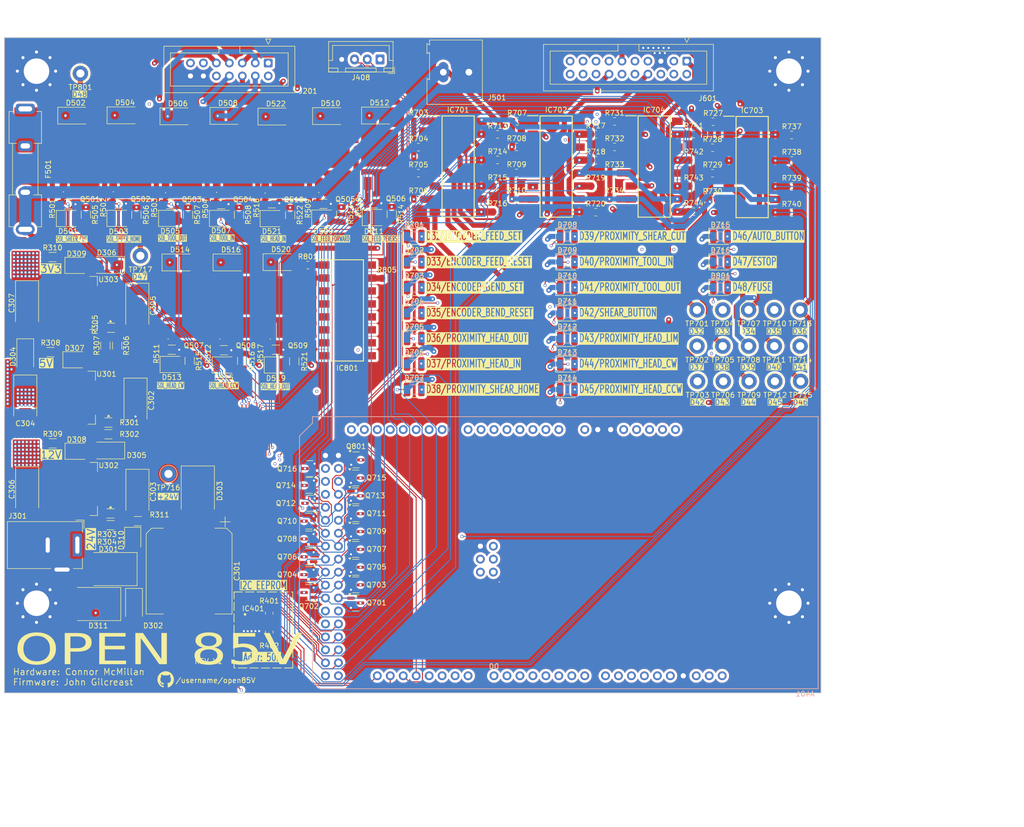
<source format=kicad_pcb>
(kicad_pcb (version 20240108) (generator "pcbnew") (generator_version "8.0")
  (title_block (title "MEP MAXI 85V-1 REV 2 Interface Board") (date "2024-12-22") (rev "X1") (company "McMillan Enterprises") (comment 1 "Hardware: Connor McMillan (connor@mcmillan.website)") (comment 2 "Firmware: John Gilcreast (johngilcreast@gmail.com)"))
  (layers (0 "F.Cu" signal) (1 "In1.Cu" power) (2 "In2.Cu" power) (31 "B.Cu" signal) (34 "B.Paste" user) (35 "F.Paste" user) (36 "B.SilkS" user "B.Silkscreen") (37 "F.SilkS" user "F.Silkscreen") (38 "B.Mask" user) (39 "F.Mask" user) (44 "Edge.Cuts" user))
  (net 0 "")
  (net 1 "24VRAW")
  (net 2 "GND")
  (net 3 "+5V")
  (net 4 "+12V")
  (net 5 "+3V3")
  (net 6 "Net-(D301-A)")
  (net 7 "/Output Connections/SOL_SHEER_CUT")
  (net 8 "Net-(D501-A)")
  (net 9 "/Solenoid MOSFETS/FUSED_GND")
  (net 10 "Net-(D503-A)")
  (net 11 "/Output Connections/SOL_SHEER_HOME")
  (net 12 "Net-(D505-A)")
  (net 13 "/Output Connections/SOL_TOOL_OUT")
  (net 14 "/Output Connections/SOL_TOOL_IN")
  (net 15 "Net-(D507-A)")
  (net 16 "Net-(D509-A)")
  (net 17 "/Output Connections/SOL_FEED_FORWARD")
  (net 18 "/Output Connections/SOL_FEED_REVERSE")
  (net 19 "Net-(D511-A)")
  (net 20 "/Output Connections/SOL_HEAD_CW")
  (net 21 "Net-(D513-A)")
  (net 22 "Net-(D515-A)")
  (net 23 "/Output Connections/SOL_HEAD_CCW")
  (net 24 "/Photoisolators/ESTOP")
  (net 25 "/Photoisolators/ENCODER_BEND_SET")
  (net 26 "/Photoisolators/ENCODER_FEED_RESET")
  (net 27 "/Photoisolators/ENCODER_BEND_RESET")
  (net 28 "Net-(D519-A)")
  (net 29 "/Output Connections/SOL_HEAD_OUT")
  (net 30 "/Output Connections/SOL_HEAD_IN")
  (net 31 "Net-(D521-A)")
  (net 32 "/Photoisolators/ENCODER_FEED_SET")
  (net 33 "/Photoisolators/PROXIMITY_SHEAR_CUT")
  (net 34 "/Photoisolators/PROXIMITY_HEAD_OUT")
  (net 35 "/Photoisolators/PROXIMITY_SHEAR_HOME")
  (net 36 "/Photoisolators/PROXIMITY_HEAD_IN")
  (net 37 "/Photoisolators/SHEAR_BUTTON")
  (net 38 "/Photoisolators/PROXIMITY_TOOL_OUT")
  (net 39 "/Photoisolators/PROXIMITY_TOOL_IN")
  (net 40 "/Photoisolators/PROXIMITY_HEAD_LIM")
  (net 41 "/Photoisolators/PROXIMITY_HEAD_CCW")
  (net 42 "/Photoisolators/PROXIMITY_HEAD_CW")
  (net 43 "/Photoisolators/AUTO_BUTTON")
  (net 44 "Net-(R306-Pad2)")
  (net 47 "Net-(D701-A)")
  (net 48 "Net-(D701-K)")
  (net 49 "Net-(D702-A)")
  (net 50 "Net-(D702-K)")
  (net 51 "Net-(D703-K)")
  (net 52 "Net-(D703-A)")
  (net 53 "Net-(D704-A)")
  (net 54 "Net-(D704-K)")
  (net 55 "Net-(D705-K)")
  (net 56 "Net-(D705-A)")
  (net 57 "Net-(D706-A)")
  (net 58 "Net-(D706-K)")
  (net 59 "Net-(D707-K)")
  (net 60 "Net-(D707-A)")
  (net 61 "Net-(D708-A)")
  (net 62 "Net-(D708-K)")
  (net 63 "Net-(D709-K)")
  (net 64 "Net-(D709-A)")
  (net 65 "Net-(D710-K)")
  (net 66 "Net-(D710-A)")
  (net 67 "Net-(D711-K)")
  (net 68 "Net-(D711-A)")
  (net 69 "Net-(D712-K)")
  (net 70 "Net-(D712-A)")
  (net 71 "Net-(D713-K)")
  (net 72 "Net-(D713-A)")
  (net 73 "Net-(D714-A)")
  (net 74 "Net-(D714-K)")
  (net 75 "Net-(D715-K)")
  (net 76 "Net-(D715-A)")
  (net 77 "Net-(D716-A)")
  (net 78 "Net-(D716-K)")
  (net 79 "Net-(D801-A)")
  (net 80 "Net-(D801-K)")
  (net 85 "Net-(IC701-A_4)")
  (net 86 "Net-(D307-K)")
  (net 87 "Net-(IC701-A_1)")
  (net 88 "Net-(IC701-A_3)")
  (net 89 "Net-(D308-K)")
  (net 90 "Net-(D309-K)")
  (net 91 "Net-(IC701-A_2)")
  (net 92 "Net-(IC702-A_4)")
  (net 93 "Net-(IC702-A_3)")
  (net 94 "Net-(IC702-A_1)")
  (net 95 "Net-(IC702-A_2)")
  (net 96 "Net-(D301-K)")
  (net 97 "Net-(IC703-A_2)")
  (net 98 "Net-(IC703-A_1)")
  (net 99 "Net-(D310-K)")
  (net 102 "Net-(IC703-A_3)")
  (net 104 "Net-(IC703-A_4)")
  (net 105 "Net-(IC704-A_1)")
  (net 106 "Net-(IC704-A_2)")
  (net 107 "Net-(IC704-A_3)")
  (net 108 "Net-(IC704-A_4)")
  (net 111 "Net-(IC801-A_1)")
  (net 114 "/Arduino DUE IO/~{RESET}")
  (net 115 "/Arduino DUE IO/IOREF")
  (net 116 "/Arduino DUE IO/A4")
  (net 117 "/Arduino DUE IO/A1")
  (net 118 "/Arduino DUE IO/A6")
  (net 119 "/Arduino DUE IO/A7")
  (net 120 "/Arduino DUE IO/A3")
  (net 121 "/Arduino DUE IO/A0")
  (net 122 "/Arduino DUE IO/A2")
  (net 123 "/Arduino DUE IO/A5")
  (net 124 "/Arduino DUE IO/A10")
  (net 125 "/Arduino DUE IO/A8")
  (net 126 "/Arduino DUE IO/A9")
  (net 127 "/Arduino DUE IO/A11")
  (net 128 "/Arduino DUE IO/AREF")
  (net 132 "Net-(U301-ADJ)")
  (net 133 "Net-(U302-ADJ)")
  (net 134 "Net-(U303-ADJ)")
  (net 135 "+24V")
  (net 136 "/Arduino DUE IO/D44")
  (net 137 "/Arduino DUE IO/D31")
  (net 138 "/Arduino DUE IO/D50")
  (net 139 "/Arduino DUE IO/D29")
  (net 140 "/Arduino DUE IO/D7")
  (net 141 "/Arduino DUE IO/D46")
  (net 142 "/Arduino DUE IO/RX3")
  (net 143 "/Arduino DUE IO/D10_CSO")
  (net 144 "/Arduino DUE IO/D5")
  (net 145 "/Arduino DUE IO/D12")
  (net 146 "/Arduino DUE IO/D6")
  (net 147 "/Arduino DUE IO/D35")
  (net 148 "/Arduino DUE IO/D36")
  (net 149 "/Arduino DUE IO/SPI_RESET")
  (net 150 "/Arduino DUE IO/D37")
  (net 151 "/Arduino DUE IO/RX2")
  (net 152 "/Arduino DUE IO/RX1")
  (net 153 "/Arduino DUE IO/D24")
  (net 154 "/Arduino DUE IO/D3")
  (net 155 "/Arduino DUE IO/RX0")
  (net 156 "/Arduino DUE IO/SPI_SCK")
  (net 157 "/Arduino DUE IO/D22")
  (net 158 "/Arduino DUE IO/DAC0")
  (net 159 "/Arduino DUE IO/D42")
  (net 160 "/Arduino DUE IO/D34")
  (net 161 "/Arduino DUE IO/SPI_MISO")
  (net 162 "/Arduino DUE IO/D27")
  (net 163 "/Arduino DUE IO/CANTX")
  (net 164 "/Arduino DUE IO/D52_CS2")
  (net 165 "/Arduino DUE IO/D49")
  (net 166 "/Arduino DUE IO/D40")
  (net 167 "/Arduino DUE IO/D8")
  (net 168 "/Arduino DUE IO/D25")
  (net 169 "/Arduino DUE IO/D48")
  (net 170 "/Arduino DUE IO/D33")
  (net 171 "/Arduino DUE IO/SPI_MOSI")
  (net 172 "/Arduino DUE IO/SDA")
  (net 173 "/Arduino DUE IO/D2")
  (net 174 "/Arduino DUE IO/D32")
  (net 175 "/Arduino DUE IO/CANRX")
  (net 176 "/Arduino DUE IO/D38")
  (net 177 "/Arduino DUE IO/TX2")
  (net 178 "/Arduino DUE IO/D41")
  (net 179 "/Arduino DUE IO/D13")
  (net 180 "/Arduino DUE IO/D26")
  (net 181 "/Arduino DUE IO/TX1")
  (net 182 "/Arduino DUE IO/D9")
  (net 183 "/Arduino DUE IO/D28")
  (net 184 "/Arduino DUE IO/D51")
  (net 185 "/Arduino DUE IO/D39")
  (net 186 "/Arduino DUE IO/TX3")
  (net 187 "/Arduino DUE IO/D30")
  (net 188 "/Arduino DUE IO/D11")
  (net 189 "/Arduino DUE IO/D43")
  (net 190 "/Arduino DUE IO/SCL1")
  (net 191 "/Arduino DUE IO/SCL")
  (net 192 "/Arduino DUE IO/D4_CS1")
  (net 193 "/Arduino DUE IO/DAC1")
  (net 194 "/Arduino DUE IO/D47")
  (net 195 "/Arduino DUE IO/D53")
  (net 196 "/Arduino DUE IO/SDA1")
  (net 197 "/Arduino DUE IO/D45")
  (net 198 "/Arduino DUE IO/TX0")
  (net 199 "/Arduino DUE IO/D23")
  (footprint "LED_SMD:LED_1210_3225Metric" (layer "F.Cu") (at 76.244 112.48)
    (property "Reference" "D308")
    (property "Value" "GREEN")
  )
  (footprint "Diode_SMD:D_SMA" (layer "F.Cu") (at 116.269 75.42)
    (property "Reference" "D520")
    (property "Value" "SMAJ24A")
  )
  (footprint "Resistor_SMD:R_1206_3216Metric" (layer "F.Cu") (at 71.544 110.94)
    (property "Reference" "R309")
    (property "Value" "900R")
  )
  (footprint "LED_SMD:LED_1210_3225Metric" (layer "F.Cu") (at 114.469 66.88)
    (property "Reference" "D521")
    (property "Value" "RED")
  )
  (footprint "Diode_SMD:D_SMA" (layer "F.Cu") (at 106.469 75.48)
    (property "Reference" "D516")
    (property "Value" "SMAJ24A")
  )
  (footprint "Resistor_SMD:R_0805_2012Metric" (layer "F.Cu") (at 181.619 52.83)
    (property "Reference" "R732")
    (property "Value" "1K140")
  )
  (footprint "Diode_SMD:D_SMA" (layer "F.Cu") (at 115.269 46.88)
    (property "Reference" "D522")
    (property "Value" "SMAJ24A")
  )
  (footprint "Resistor_SMD:R_0805_2012Metric" (layer "F.Cu") (at 143.194 52.88)
    (property "Reference" "R704")
    (property "Value" "1K140")
  )
  (footprint "Connector_JST:JST_XH_B4B-XH-A_1x04_P2.50mm_Vertical" (layer "F.Cu") (at 135.669 35.68 180)
    (property "Reference" "J408")
    (property "Value" "Conn_01x04")
  )
  (footprint "Resistor_SMD:R_1206_3216Metric" (layer "F.Cu") (at 137.969 66.0175 -90)
    (property "Reference" "R514")
    (property "Value" "200R")
  )
  (footprint "TestPoint:TestPoint_Loop_D2.60mm_Drill1.6mm_Beaded" (layer "F.Cu") (at 207.869 91.88)
    (property "Reference" "TP708")
    (property "Value" "TestPoint" (hide yes))
  )
  (footprint "Resistor_SMD:R_1206_3216Metric" (layer "F.Cu") (at 88.219 126.18 180)
    (property "Reference" "R311")
    (property "Value" "2100R")
  )
  (footprint "LED_SMD:LED_1210_3225Metric" (layer "F.Cu") (at 94.569 66.83)
    (property "Reference" "D505")
    (property "Value" "RED")
  )
  (footprint "Resistor_SMD:R_0805_2012Metric" (layer "F.Cu") (at 197.119 55.43)
    (property "Reference" "R742")
    (property "Value" "20K")
  )
  (footprint "LED_SMD:LED_1210_3225Metric" (layer "F.Cu") (at 74.544 66.8625)
    (property "Reference" "D501")
    (property "Value" "RED")
  )
  (footprint "Package_TO_SOT_SMD:SOT-23" (layer "F.Cu") (at 130.969 114.18)
    (property "Reference" "Q801")
    (property "Value" "BSS138 JI")
  )
  (footprint "IRFR7540TRPBF:IRFR7540TRPBF" (layer "F.Cu") (at 75.944 55.3)
    (property "Reference" "Q501")
    (property "Value" "IRFR7540TRPBF" (hide yes))
  )
  (footprint "Connector_BarrelJack:BarrelJack_Wuerth_6941xx301002" (layer "F.Cu") (at 76.369 130.88 -90)
    (property "Reference" "J301")
    (property "Value" "Barrel_Jack_MountingPin")
  )
  (footprint "Resistor_SMD:R_1206_3216Metric" (layer "F.Cu") (at 82.469 106.855)
    (property "Reference" "R301")
    (property "Value" "300R")
  )
  (footprint "TestPoint:TestPoint_Loop_D2.60mm_Drill1.6mm_Beaded" (layer "F.Cu") (at 217.969 84.78)
    (property "Reference" "TP713")
    (property "Value" "TestPoint" (hide yes))
  )
  (footprint "IRFR7540TRPBF:IRFR7540TRPBF" (layer "F.Cu") (at 135.569 55.32)
    (property "Reference" "Q506")
    (property "Value" "IRFR7540TRPBF")
  )
  (footprint "Diode_SMD:D_SMA" (layer "F.Cu") (at 135.569 46.68)
    (property "Reference" "D512")
    (property "Value" "SMAJ24A")
  )
  (footprint "Resistor_SMD:R_0805_2012Metric" (layer "F.Cu") (at 181.619 57.93)
    (property "Reference" "R733")
    (property "Value" "1K140")
  )
  (footprint "Resistor_SMD:R_1206_3216Metric" (layer "F.Cu") (at 114.469 63.88 180)
    (property "Reference" "R518")
    (property "Value" "10K")
  )
  (footprint "Resistor_SMD:R_1206_3216Metric" (layer "F.Cu") (at 105.069 92.68 180)
    (property "Reference" "R512")
    (property "Value" "10K")
  )
  (footprint "TestPoint:TestPoint_Loop_D2.60mm_Drill1.6mm_Beaded" (layer "F.Cu") (at 217.969 91.88)
    (property "Reference" "TP714")
    (property "Value" "TestPoint" (hide yes))
  )
  (footprint "IRFR7540TRPBF:IRFR7540TRPBF" (layer "F.Cu") (at 96.469 84.12)
    (property "Reference" "Q507")
    (property "Value" "IRFR7540TRPBF")
  )
  (footprint "TestPoint:TestPoint_Loop_D2.60mm_Drill1.6mm_Beaded" (layer "F.Cu") (at 207.869 84.78)
    (property "Reference" "TP707")
    (property "Value" "TestPoint" (hide yes))
  )
  (footprint "LED_SMD:LED_1210_3225Metric" (layer "F.Cu") (at 84.444 66.84)
    (property "Reference" "D503")
    (property "Value" "RED")
  )
  (footprint "Capacitor_Tantalum_SMD:CP_EIA-7343-31_Kemet-D" (layer "F.Cu") (at 66.169 101.955 -90)
    (property "Reference" "C304")
    (property "Value" "10uF 50V")
  )
  (footprint "Diode_SMD:D_SMC" (layer "F.Cu") (at 99.969 120.28 -90)
    (property "Reference" "D303")
    (property "Value" "SS10100")
  )
  (footprint "LTV-846S:LTV846S" (layer "F.Cu") (at 150.969 56.68)
    (property "Reference" "IC701")
    (property "Value" "LTV-846S" (hide yes))
  )
  (footprint "IRFR7540TRPBF:IRFR7540TRPBF" (layer "F.Cu") (at 105.969 55.3825)
    (property "Reference" "Q504")
    (property "Value" "IRFR7540TRPBF" (hide yes))
  )
  (footprint "LED_SMD:LED_1210_3225Metric" (layer "F.Cu") (at 142.369 85.38)
    (property "Reference" "D704")
    (property "Value" "BLUE")
  )
  (footprint "Resistor_SMD:R_0805_2012Metric" (layer "F.Cu") (at 143.1815 57.98)
    (property "Reference" "R705")
    (property "Value" "1K140")
  )
  (footprint "Resistor_SMD:R_0805_2012Metric" (layer "F.Cu") (at 200.819 57.99)
    (property "Reference" "R729")
    (property "Value" "1K140")
  )
  (footprint "Resistor_SMD:R_0805_2012Metric" (layer "F.Cu") (at 197.119 60.53)
    (property "Reference" "R743")
    (property "Value" "20K")
  )
  (footprint "LED_SMD:LED_1210_3225Metric" (layer "F.Cu") (at 134.469 66.68)
    (property "Reference" "D511")
    (property "Value" "RED")
  )
  (footprint "LED_SMD:LED_1210_3225Metric" (layer "F.Cu") (at 142.369 80.38)
    (property "Reference" "D703")
    (property "Value" "BLUE")
  )
  (footprint "Package_TO_SOT_SMD:SOT-23" (layer "F.Cu") (at 121.9065 122.68 180)
    (property "Reference" "Q712")
    (property "Value" "BSS138 JI")
  )
  (footprint "LED_SMD:LED_1210_3225Metric" (layer "F.Cu") (at 142.369 90.38)
    (property "Reference" "D705")
    (property "Value" "BLUE")
  )
  (footprint "Diode_SMD:D_SMA" (layer "F.Cu") (at 105.869 46.7425)
    (property "Reference" "D508")
    (property "Value" "SMAJ24A")
  )
  (footprint "TestPoint:TestPoint_Loop_D2.60mm_Drill1.6mm_Beaded" (layer "F.Cu") (at 212.919 84.78)
    (property "Reference" "TP710")
    (property "Value" "TestPoint" (hide yes))
  )
  (footprint "Resistor_SMD:R_1206_3216Metric" (layer "F.Cu") (at 84.169 91.78 -90)
    (property "Reference" "R306")
    (property "Value" "470R")
  )
  (footprint "IRFR7540TRPBF:IRFR7540TRPBF" (layer "F.Cu") (at 125.969 55.43)
    (property "Reference" "Q505")
    (property "Value" "IRFR7540TRPBF" (hide yes))
  )
  (footprint "Capacitor_Tantalum_SMD:CP_EIA-7343-31_Kemet-D" (layer "F.Cu") (at 88.119 83.9575 -90)
    (property "Reference" "C305")
    (property "Value" "10uF 50V")
  )
  (footprint "LED_SMD:LED_1210_3225Metric" (layer "F.Cu") (at 76.219 76.0575)
    (property "Reference" "D309")
    (property "Value" "YELLOW")
  )
  (footprint "Diode_SMD:D_SMA" (layer "F.Cu") (at 82.144 112.34 180)
    (property "Reference" "D305")
    (property "Value" "1N4002 M2")
  )
  (footprint "LED_SMD:LED_1210_3225Metric" (layer "F.Cu") (at 172.369 75.38)
    (property "Reference" "D709")
    (property "Value" "BLUE")
  )
  (footprint "Package_TO_SOT_SMD:TO-263-3_TabPin2" (layer "F.Cu") (at 75.494 119.88 180)
    (property "Reference" "U302")
    (property "Value" "LM1084-ADJ")
  )
  (footprint "IRFR7540TRPBF:IRFR7540TRPBF" (layer "F.Cu") (at 116.469 84.12)
    (property "Reference" "Q509")
    (property "Value" "IRFR7540TRPBF")
  )
  (footprint "LTV-846S:LTV846S" (layer "F.Cu") (at 170.169 56.68)
    (property "Reference" "IC702")
    (property "Value" "LTV-846S" (hide yes))
  )
  (footprint "Resistor_SMD:R_1206_3216Metric" (layer "F.Cu") (at 98.369 94.78 -90)
    (property "Reference" "R515")
    (property "Value" "200R")
  )
  (footprint "MountingHole:MountingHole_5mm_Pad_Via" (layer "F.Cu") (at 215.769 142.28)
    (property "Reference" "H103" (hide yes))
    (property "Value" "MountingHole_Pad" (hide yes))
  )
  (footprint "Resistor_SMD:R_0805_2012Metric" (layer "F.Cu") (at 162.419 63.03)
    (property "Reference" "R710")
    (property "Value" "1K140")
  )
  (footprint "LED_SMD:LED_1210_3225Metric" (layer "F.Cu") (at 105.069 95.58)
    (property "Reference" "D515")
    (property "Value" "RED")
  )
  (footprint "Diode_SMD:D_SMA" (layer "F.Cu") (at 96.069 46.83)
    (property "Reference" "D506")
    (property "Value" "SMAJ24A")
  )
  (footprint "LED_SMD:LED_1210_3225Metric" (layer "F.Cu") (at 87.219 129.68 -90)
    (property "Reference" "D310")
    (property "Value" "BLUE")
  )
  (footprint "Resistor_SMD:R_0805_2012Metric" (layer "F.Cu") (at 121.519 75.99)
    (property "Reference" "R801")
    (property "Value" "1K140")
  )
  (footprint "LTV-846S:LTV846S" (layer "F.Cu") (at 129.269 84.88)
    (property "Reference" "IC801")
    (property "Value" "LTV-846S" (hide yes))
  )
  (footprint "Resistor_SMD:R_0805_2012Metric" (layer "F.Cu") (at 200.819 52.99)
    (property "Reference" "R728")
    (property "Value" "1K140")
  )
  (footprint "TestPoint:TestPoint_Loop_D2.60mm_Drill1.6mm_Beaded" (layer "F.Cu") (at 94.219 116.93)
    (property "Reference" "TP716")
    (property "Value" "TestPoint" (hide yes))
  )
  (footprint "Capacitor_Tantalum_SMD:CP_EIA-7343-31_Kemet-D" (layer "F.Cu") (at 87.769 102.555 -90)
    (property "Reference" "C302")
    (property "Value" "10uF 50V")
  )
  (footprint "Resistor_SMD:R_0805_2012Metric" (layer "F.Cu") (at 177.919 60.53)
    (property "Reference" "R719")
    (property "Value" "20K")
  )
  (footprint "PCM_arduino-library:Arduino_Due_Shield" (layer "F.Cu") (at 221.496 105.7 180)
    (property "Reference" "A401")
    (property "Value" "Arduino_Due_Shield")
  )
  (footprint "LED_SMD:LED_1210_3225Metric" (layer "F.Cu") (at 172.369 90.38)
    (property "Reference" "D712")
    (property "Value" "BLUE")
  )
  (footprint "Resistor_SMD:R_0805_2012Metric" (layer "F.Cu") (at 143.194 63.08)
    (property "Reference" "R706")
    (property "Value" "1K140")
  )
  (footprint "LED_SMD:LED_1210_3225Metric" (layer "F.Cu") (at 104.5315 66.8425)
    (property "Reference" "D507")
    (property "Value" "RED")
  )
  (footprint "Resistor_SMD:R_1206_3216Metric" (layer "F.Cu") (at 118.869 94.88 -90)
    (property "Reference" "R521")
    (property "Value" "200R")
  )
  (footprint "TestPoint:TestPoint_Loop_D2.60mm_Drill1.6mm_Beaded" (layer "F.Cu") (at 202.919 98.78)
    (property "Reference" "TP706")
    (property "Value" "TestPoint" (hide yes))
  )
  (footprint "Capacitor_SMD:CP_Elec_16x17.5" (layer "F.Cu") (at 98.269 135.98 -90)
    (property "Reference" "C301")
    (property "Value" "25V 2200uF 16x16.5")
  )
  (footprint "Resistor_SMD:R_1206_3216Metric" (layer "F.Cu") (at 108.669 94.78 -90)
    (property "Reference" "R516")
    (property "Value" "200R")
  )
  (footprint "Package_TO_SOT_SMD:SOT-23" (layer "F.Cu") (at 121.719 136.68 180)
    (property "Reference" "Q704")
    (property "Value" "BSS138 JI")
  )
  (footprint "MountingHole:MountingHole_5mm_Pad_Via" (layer "F.Cu") (at 68.369 142.28)
    (property "Reference" "H104" (hide yes))
    (property "Value" "MountingHole_Pad" (hide yes))
  )
  (footprint "Package_TO_SOT_SMD:SOT-23" (layer "F.Cu") (at 130.9065 135.23)
    (property "Reference" "Q705")
    (property "Value" "BSS138 JI")
  )
  (footprint "Capacitor_Tantalum_SMD:CP_EIA-7343-31_Kemet-D" (layer "F.Cu") (at 66.519 83.4575 -90)
    (property "Reference" "C307")
    (property "Value" "10uF 50V")
  )
  (footprint "Connector_IDC:IDC-Header_2x10_P2.54mm_Vertical" (layer "F.Cu") (at 195.769 36.02 -90)
    (property "Reference" "J601")
    (property "Value" "Conn_02x10_Odd_Even")
  )
  (footprint "Diode_SMD:D_SMA" (layer "F.Cu") (at 82.119 75.9575 180)
    (property "Reference" "D306")
    (property "Value" "1N4002 M2")
  )
  (footprint "Package_TO_SOT_SMD:SOT-23" (layer "F.Cu") (at 121.9065 115.88 180)
    (property "Reference" "Q716")
    (property "Value" "BSS138 JI")
  )
  (footprint "Resistor_SMD:R_1206_3216Metric" (layer "F.Cu") (at 78.044 66.1 -90)
    (property "Reference" "R505")
    (property "Value" "200R")
  )
  (footprint "Package_TO_SOT_SMD:TO-263-3_TabPin2" (layer "F.Cu") (at 75.094 101.98 180)
    (property "Reference" "U301")
    (property "Value" "LM1084-ADJ")
  )
  (footprint "Resistor_SMD:R_1206_3216Metric" (layer "F.Cu") (at 94.569 64.03 180)
    (property "Reference" "R503")
    (property "Value" "10K")
  )
  (footprint "Resistor_SMD:R_1206_3216Metric" (layer "F.Cu") (at 108.0315 66.1425 -90)
    (property "Reference" "R508")
    (property "Value" "200R")
  )
  (footprint "Package_TO_SOT_SMD:SOT-23" (layer "F.Cu") (at 130.9065 131.73)
    (property "Reference" "Q707")
    (property "Value" "BSS138 JI")
  )
  (footprint "Capacitor_Tantalum_SMD:CP_EIA-7343-31_Kemet-D" (layer "F.Cu") (at 88.144 120.44 -90)
    (property "Reference" "C303")
    (property "Value" "10uF 50V")
  )
  (footprint "Resistor_SMD:R_0805_2012Metric" (layer "F.Cu") (at 158.694 60.48)
    (property "Reference" "R715")
    (property "Value" "20K")
  )
  (footprint "Diode_SMD:D_SMA" (layer "F.Cu") (at 66.169 93.955 -90)
    (property "Reference" "D304")
    (property "Value" "1N4002 M2")
  )
  (footprint "LED_SMD:LED_1210_3225Metric" (layer "F.Cu") (at 115.269 95.58)
    (property "Reference" "D519")
    (property "Value" "RED")
  )
  (footprint "Resistor_SMD:R_0805_2012Metric" (layer "F.Cu") (at 177.919 55.43)
    (property "Reference" "R718")
    (property "Value" "20K")
  )
  (footprint "Resistor_SMD:R_1206_3216Metric" (layer "F.Cu") (at 74.544 64.0625 180)
    (property "Reference" "R501")
    (property "Value" "10K")
  )
  (footprint "TestPoint:TestPoint_Loop_D2.60mm_Drill1.6mm_Beaded" (layer "F.Cu") (at 197.869 98.78)
    (property "Reference" "TP703")
    (property "Value" "TestPoint" (hide yes))
  )
  (footprint "LED_SMD:LED_1210_3225Metric" (layer "F.Cu") (at 142.369 70.38)
    (property "Reference" "D701")
    (property "Value" "BLUE")
  )
  (footprint "Resistor_SMD:R_0805_2012Metric" (layer "F.Cu") (at 216.319 65.69)
    (property "Reference" "R740")
    (property "Value" "20K")
  )
  (footprint "LED_SMD:LED_1210_3225Metric" (layer "F.Cu") (at 75.819 94.555)
    (property "Reference" "D307")
    (property "Value" "WHITE")
  )
  (footprint "Resistor_SMD:R_1206_3216Metric" (layer "F.Cu") (at 84.444 63.94 180)
    (property "Reference" "R502")
    (property "Value" "10K")
  )
  (footprint "Resistor_SMD:R_0805_2012Metric" (layer "F.Cu") (at 216.319 60.59)
    (property "Reference" "R739")
    (property "Value" "20K")
  )
  (footprint "Resistor_SMD:R_0805_2012Metric" (layer "F.Cu") (at 177.919 65.63)
    (property "Reference" "R720")
    (property "Value" "20K")
  )
  (footprint "Resistor_SMD:R_1206_3216Metric" (layer "F.Cu") (at 82.969 88.28)
    (property "Reference" "R305")
    (property "Value" "300R")
  )
  (footprint "Resistor_SMD:R_0805_2012Metric" (layer "F.Cu") (at 181.619 47.83)
    (property "Reference" "R731")
    (property "Value" "1K140")
  )
  (footprint "Diode_SMD:D_SMA" (layer "F.Cu") (at 76.044 46.7)
    (property "Reference" "D502")
    (property "Value" "SMAJ24A")
  )
  (footprint "LED_SMD:LED_1210_3225Metric" (layer "F.Cu") (at 202.369 70.38)
    (property "Reference" "D715")
    (property "Value" "BLUE")
  )
  (footprint "LED_SMD:LED_1210_3225Metric" (layer "F.Cu") (at 124.569 66.79)
    (property "Reference" "D509")
    (property "Value" "RED")
  )
  (footprint "Resistor_SMD:R_0805_2012Metric" (layer "F.Cu") (at 158.694 55.38)
    (property "Reference" "R714")
    (property "Value" "20K")
  )
  (footprint "TestPoint:TestPoint_Loop_D2.60mm_Drill1.6mm_Beaded" (layer "F.Cu") (at 197.769 84.78)
    (property "Reference" "TP701")
    (property "Value" "TestPoint" (hide yes))
  )
  (footprint "Resistor_SMD:R_0805_2012Metric" (layer "F.Cu") (at 216.319 50.49)
    (property "Reference" "R737")
    (property "Value" "20K")
  )
  (footprint "IRFR7540TRPBF:IRFR7540TRPBF" (layer "F.Cu") (at 85.7065 55.28)
    (property "Reference" "Q502")
    (property "Value" "IRFR7540TRPBF" (hide yes))
  )
  (footprint "Package_TO_SOT_SMD:SOT-23" (layer "F.Cu") (at 130.9065 117.73)
    (property "Reference" "Q715")
    (property "Value" "BSS138 JI")
  )
  (footprint "Resistor_SMD:R_0805_2012Metric" (layer "F.Cu") (at 143.194 47.78)
    (property "Reference" "R703")
    (property "Value" "1K140")
  )
  (footprint "TestPoint:TestPoint_Loop_D2.60mm_Drill1.6mm_Beaded" (layer "F.Cu") (at 88.719 74.18)
    (property "Reference" "TP717")
    (property "Value" "TestPoint" (hide yes))
  )
  (footprint "Resistor_SMD:R_0805_2012Metric" (layer "F.Cu") (at 113.969 147.93 -90)
    (property "Reference" "R402")
    (property "Value" "4K7")
  )
  (footprint "LED_SMD:LED_1210_3225Metric" (layer "F.Cu") (at 142.369 75.38)
    (property "Reference" "D702")
    (property "Value" "BLUE")
  )
  (footprint "IRFR7540TRPBF:IRFR7540TRPBF" (layer "F.Cu") (at 95.969 55.43)
    (property "Reference" "Q503")
    (property "Value" "IRFR7540TRPBF" (hide yes))
  )
  (footprint "Resistor_SMD:R_1206_3216Metric" (layer "F.Cu") (at 134.469 63.88 180)
    (property "Reference" "R510")
    (property "Value" "10K")
  )
  (footprint "LED_SMD:LED_1210_3225Metric" (layer "F.Cu") (at 172.369 95.38)
    (property "Reference" "D713")
    (property "Value" "BLUE")
  )
  (footprint "Diode_SMD:D_SMA" (layer "F.Cu") (at 96.469 75.48)
    (property "Reference" "D514")
    (property "Value" "SMAJ24A")
  )
  (footprint "TestPoint:TestPoint_Loop_D2.60mm_Drill1.6mm_Beaded" (layer "F.Cu") (at 76.969 38.43)
    (property "Reference" "TP801")
    (property "Value" "TestPoint" (hide yes))
  )
  (footprint "Resistor_SMD:R_0805_2012Metric" (layer "F.Cu") (at 162.419 52.83)
    (property "Reference" "R708")
    (property "Value" "1K140")
  )
  (footprint "LED_SMD:LED_1210_3225Metric" (layer "F.Cu") (at 142.369 100.38)
    (property "Reference" "D707")
    (property "Value" "BLUE")
  )
  (footprint "Package_TO_SOT_SMD:SOT-23" (layer "F.Cu") (at 121.7815 119.18 180)
    (property "Reference" "Q714")
    (property "Value" "BSS138 JI")
  )
  (footprint "Resistor_SMD:R_0805_2012Metric" (layer "F.Cu") (at 181.519 63.03)
    (property "Reference" "R734")
    (property "Value" "1K140")
  )
  (footprint "Capacitor_Tantalum_SMD:CP_EIA-7343-31_Kemet-D" (layer "F.Cu") (at 66.544 119.94 -90)
    (property "Reference" "C306")
    (property "Value" "10uF 50V")
  )
  (footprint "Resistor_SMD:R_0805_2012Metric" (layer "F.Cu") (at 162.419 57.93)
    (property "Reference" "R709")
    (property "Value" "1K140")
  )
  (footprint "MountingHole:MountingHole_5mm_Pad_Via" (layer "F.Cu") (at 215.769 37.98)
    (property "Reference" "H101" (hide yes))
    (property "Value" "MountingHole_Pad" (hide yes))
  )
  (footprint "Resistor_SMD:R_1206_3216Metric" (layer "F.Cu") (at 82.869 126.98 180)
    (property "Reference" "R304")
    (property "Value" "2K580")
  )
  (footprint "AT24C256C-MAHL-E:SON50P300X200X60-9L" (layer "F.Cu") (at 110.969 145.8675)
    (property "Reference" "IC401")
    (property "Value" "AT24C256C-MAHL-E" (hide yes))
  )
  (footprint "Resistor_SMD:R_0805_2012Metric" (layer "F.Cu") (at 216.319 55.49)
    (property "Reference" "R738")
    (property "Value" "20K")
  )
  (footprint "Fuse:Fuseholder_Clip-5x20mm_Keystone_3512P_Inline_P23.62x7.27mm_D1.02x2.41x1.02x1.57mm_Horizontal" (layer "F.Cu") (at 66.169 45.37 -90)
    (property "Reference" "F501")
    (property "Value" "Fuse")
  )
  (footprint "IRFR7540TRPBF:IRFR7540TRPBF" (layer "F.Cu") (at 106.569 84.12)
    (property "Reference" "Q508")
    (property "Value" "IRFR7540TRPBF")
  )
  (footprint "Resistor_SMD:R_1206_3216Metric" (layer "F.Cu") (at 82.469 109.155 180)
    (property "Reference" "R302")
    (property "Value" "900R")
  )
  (footprint "Resistor_SMD:R_1206_3216Metric" (layer "F.Cu") (at 124.569 63.99 180)
    (property "Reference" "R509")
    (property "Value" "10K")
  )
  (footprint "Resistor_SMD:R_1206_3216Metric" (layer "F.Cu") (at 128.069 66.09 -90)
    (property "Reference" "R513")
    (property "Value" "200R")
  )
  (footprint "Package_TO_SOT_SMD:SOT-23" (layer "F.Cu") (at 130.9065 142.23)
    (property "Reference" "Q701")
    (property "Value" "BSS138 JI")
  )
  (footprint "Resistor_SMD:R_0805_2012Metric" (layer "F.Cu") (at 200.919 47.89)
    (property "Reference" "R727")
    (property "Value" "1K140")
  )
  (footprint "Resistor_SMD:R_1206_3216Metric" (layer "F.Cu") (at 81.869 91.78 90)
    (property "Reference" "R307")
    (property "Value" "22R")
  )
  (footprint "Resistor_SMD:R_1206_3216Metric" (layer "F.Cu") (at 94.869 92.58 180)
    (property "Reference" "R511")
    (property "Value" "10K")
  )
  (footprint "Diode_SMD:D_SMC" (layer "F.Cu") (at 79.969 142.43 180)
    (property "Reference" "D311")
    (property "Value" "SS10100")
  )
  (footprint "Resistor_SMD:R_1206_3216Metric" (layer "F.Cu") (at 104.5315 64.0425 180)
    (property "Reference" "R504")
    (property "Value" "10K")
  )
  (footprint "Resistor_SMD:R_0805_2012Metric" (layer "F.Cu") (at 197.119 50.33)
    (property "Reference" "R741")
    (property "Value" "20K")
  )
  (footprint "TestPoint:TestPoint_Loop_D2.60mm_Drill1.6mm_Beaded" (layer "F.Cu") (at 218.069 98.78)
    (property "Reference" "TP715")
    (property "Value" "TestPoint" (hide yes))
  )
  (footprint "LED_SMD:LED_1210_3225Metric" (layer "F.Cu") (at 142.369 95.38)
    (property "Reference" "D706")
    (property "Value" "BLUE")
  )
  (footprint "LED_SMD:LED_1210_3225Metric" (layer "F.Cu") (at 172.369 85.38)
    (property "Reference" "D711")
    (property "Value" "BLUE")
  )
  (footprint "Resistor_SMD:R_1206_3216Metric" (layer "F.Cu") (at 71.519 74.4175)
    (property "Reference" "R310")
    (property "Value" "30R")
  )
  (footprint "Diode_SMD:D_SMC" (layer "F.Cu") (at 83.169 135.58 180)
    (property "Reference" "D301")
    (property "Value" "SS10100")
  )
  (footprint "MountingHole:MountingHole_5mm_Pad_Via" (layer "F.Cu") (at 68.369 37.98)
    (property "Reference" "H102" (hide yes))
    (property "Value" "MountingHole_Pad" (hide yes))
  )
  (footprint "Resistor_SMD:R_0805_2012Metric" (layer "F.Cu") (at 137.019 78.59)
    (property "Reference" "R805")
    (property "Value" "20K")
  )
  (footprint "Resistor_SMD:R_0805_2012Metric" (layer "F.Cu") (at 113.969 144.23 -90)
    (property "Reference" "R401")
    (property "Value" "4K7")
  )
  (footprint "LTV-846S:LTV846S" (layer "F.Cu") (at 189.369 56.68)
    (property "Reference" "IC704")
    (property "Value" "LTV-846S" (hide yes))
  )
  (footprint "LED_SMD:LED_1210_3225Metric" (layer "F.Cu") (at 172.369 70.38)
    (property "Reference" "D708")
    (property "Value" "BLUE")
  )
  (footprint "Package_TO_SOT_SMD:SOT-23" (layer "F.Cu") (at 130.9065 121.23)
    (property "Reference" "Q713")
    (property "Value" "BSS138 JI")
  )
  (footprint "Package_TO_SOT_SMD:SOT-23" (layer "F.Cu") (at 121.719 133.18 180)
    (property "Reference" "Q706")
    (property "Value" "BSS138 JI")
  )
  (footprint "TestPoint:TestPoint_Loop_D2.60mm_Drill1.6mm_Beaded" (layer "F.Cu") (at 202.819 84.78)
    (property "Reference" "TP704")
    (property "Value" "TestPoint" (hide yes))
  )
  (footprint "TestPoint:TestPoint_Loop_D2.60mm_Drill1.6mm_Beaded" (layer "F.Cu") (at 207.969 98.78)
    (property "Reference" "TP709")
    (property "Value" "TestPoint" (hide yes))
  )
  (footprint "Resistor_SMD:R_1206_3216Metric" (layer "F.Cu") (at 71.119 93.055)
    (property "Reference" "R308")
    (property "Value" "200R")
  )
  (footprint "Resistor_SMD:R_1206_3216Metric" (layer "F.Cu") (at 115.269 92.58 180)
    (property "Reference" "R517")
    (property "Value" "10K")
  )
  (footprint "IRFR7540TRPBF:IRFR7540TRPBF" (layer "F.Cu") (at 115.469 55.52)
    (property "Reference" "Q510")
    (property "Value" "IRFR7540TRPBF")
  )
  (footprint "LED_SMD:LED_1210_3225Metric" (layer "F.Cu") (at 202.369 80.38)
    (property "Reference" "D801")
    (property "Value" "BLUE")
  )
  (footprint "Package_TO_SOT_SMD:SOT-23" (layer "F.Cu") (at 130.9065 138.68)
    (property "Reference" "Q703")
    (property "Value" "BSS138 JI")
  )
  (footprint "Package_TO_SOT_SMD:SOT-23" (layer "F.Cu") (at 130.9065 124.73)
    (property "Reference" "Q711")
    (property "Value" "BSS138 JI")
  )
  (footprint "TestPoint:TestPoint_Loop_D2.60mm_Drill1.6mm_Beaded" (layer "F.Cu") (at 197.769 91.88)
    (property "Reference" "TP702")
    (property "Value" "TestPoint" (hide yes))
  )
  (footprint "LED_SMD:LED_1210_3225Metric" (layer "F.Cu") (at 202.369 75.38)
    (property "Reference" "D716")
    (property "Value" "BLUE")
  )
  (footprint "TerminalBlock:TerminalBlock_Altech_AK300-2_P5.00mm" (layer "F.Cu") (at 153.069 38.18 180)
    (property "Reference" "J501")
    (property "Value" "Screw_Terminal_01x02")
  )
  (footprint "LED_SMD:LED_1210_3225Metric" (layer "F.Cu") (at 94.869 95.48)
    (property "Reference" "D513")
    (property "Value" "RED")
  )
  (footprint "Package_TO_SOT_SMD:SOT-23" (layer "F.Cu") (at 121.719 140.18 180)
    (property "Reference" "Q702")
    (property "Value" "BSS138 JI")
  )
  (footprint "LTV-846S:LTV846S" (layer "F.Cu") (at 208.569 56.78)
    (property "Reference" "IC703")
    (property "Value" "LTV-846S" (hide yes))
  )
  (footprint "Resistor_SMD:R_1206_3216Metric" (layer "F.Cu") (at 118.069 66.18 -90)
    (property "Reference" "R522")
    (property "Value" "200R")
  )
  (footprint "Diode_SMD:D_SMA" (layer "F.Cu") (at 125.969 46.79)
    (property "Reference" "D510")
    (property "Value" "SMAJ24A")
  )
  (footprint "Package_TO_SOT_SMD:SOT-23" (layer "F.Cu") (at 121.719 126.18 180)
    (property "Reference" "Q710")
    (property "Value" "BSS138 JI")
  )
  (footprint "Package_TO_SOT_SMD:TO-263-3_TabPin2" (layer "F.Cu") (at 75.469 83.4175 180)
    (property "Reference" "U303")
    (property "Value" "LM1084-ADJ")
  )
  (footprint "Diode_SMD:D_SMA" (layer "F.Cu") (at 87.469 142.88 -90)
    (property "Reference" "D302")
    (property "Value" "SMAZ27-ZJN")
  )
  (footprint "Resistor_SMD:R_0805_2012Metric" (layer "F.Cu") (at 197.119 65.53)
    (property "Reference" "R744")
    (property "Value" "20K")
  )
  (footprint "Resistor_SMD:R_0805_2012Metric" (layer "F.Cu") (at 158.694 50.38)
    (property "Reference" "R713")
    (property "Value" "20K")
  )
  (footprint "Resistor_SMD:R_1206_3216Metric" (layer "F.Cu") (at 87.944 66.14 -90)
    (property "Reference" "R506")
    (property "Value" "200R")
  )
  (footprint "TestPoint:TestPoint_Loop_D2.60mm_Drill1.6mm_Beaded" (layer "F.Cu") (at 213.019 98.78)
    (property "Reference" "TP712")
    (property "Value" "TestPoint" (hide yes))
  )
  (footprint "Resistor_SMD:R_0805_2012Metric" (layer "F.Cu") (at 162.519 47.83)
    (property "Reference" "R707")
    (property "Value" "1K140")
  )
  (footprint "Resistor_SMD:R_0805_2012Metric" (layer "F.Cu") (at 200.819 63.19)
    (property "Reference" "R730")
    (property "Value" "1K140")
  )
  (footprint "LED_SMD:LED_1210_3225Metric" (layer "F.Cu") (at 172.369 100.38)
    (property "Reference" "D714")
    (property "Value" "BLUE")
  )
  (footprint "Package_TO_SOT_SMD:SOT-23" (layer "F.Cu") (at 130.9065 128.23)
    (property "Reference" "Q709")
    (property "Value" "BSS138 JI")
  )
  (footprint "Resistor_SMD:R_0805_2012Metric" (layer "F.Cu") (at 177.919 50.33)
    (property "Reference" "R717")
    (property "Value" "20K")
  )
  (footprint "TestPoint:TestPoint_Loop_D2.60mm_Drill1.6mm_Beaded" (layer "F.Cu") (at 202.819 91.88)
    (property "Reference" "TP705")
    (property "Value" "TestPoint" (hide yes))
  )
  (footprint "Connector_IDC:IDC-Header_2x07_P2.54mm_Vertical" (layer "F.Cu") (at 113.769 36.38 -90)
    (property "Reference" "J201")
    (property "Value" "Conn_02x07_Odd_Even")
  )
  (footprint "Resistor_SMD:R_0805_2012Metric" (layer "F.Cu") (at 158.694 65.58)
    (property "Reference" "R716")
    (property "Value" "20K")
  )
  (footprint "Resistor_SMD:R_1206_3216Metric" (layer "F.Cu") (at 82.869 124.68)
    (property "Reference" "R303")
    (property "Value" "300R")
  )
  (footprint "Package_TO_SOT_SMD:SOT-23" (layer "F.Cu") (at 121.719 129.68 180)
    (property "Reference" "Q708")
    (property "Value" "BSS138 JI")
  )
  (footprint "Resistor_SMD:R_1206_3216Metric" (layer "F.Cu") (at 98.069 66.13 -90)
    (property "Reference" "R507")
    (property "Value" "200R")
  )
  (footprint "Diode_SMD:D_SMA" (layer "F.Cu") (at 85.7065 46.64)
    (property "Reference" "D504")
    (property "Value" "SMAJ24A")
  )
  (footprint "TestPoint:TestPoint_Loop_D2.60mm_Drill1.6mm_Beaded" (layer "F.Cu") (at 212.919 91.88)
    (property "Reference" "TP711")
    (property "Value" "TestPoint" (hide yes))
  )
  (footprint "LED_SMD:LED_1210_3225Metric" (layer "F.Cu") (at 172.369 80.38)
    (property "Reference" "D710")
    (property "Value" "BLUE")
  )
  (footprint "Resistor_SMD:R_1206_3216Metric" (layer "B.Cu") (at 202.369 80.38 180)
    (property "Reference" "R809")
    (property "Value" "200R")
  )
  (footprint "Resistor_SMD:R_1206_3216Metric" (layer "B.Cu") (at 172.370151 95.38 180)
    (property "Reference" "R745")
    (property "Value" "200R")
  )
  (footprint "Resistor_SMD:R_1206_3216Metric" (layer "B.Cu") (at 142.369 90.38 180)
    (property "Reference" "R721")
    (property "Value" "200R")
  )
  (footprint "Resistor_SMD:R_1206_3216Metric" (layer "B.Cu") (at 172.369 90.38 180)
    (property "Reference" "R736")
    (property "Value" "200R")
  )
  (footprint "Resistor_SMD:R_1206_3216Metric" (layer "B.Cu") (at 142.369 100.38 180)
    (property "Reference" "R723")
    (property "Value" "200R")
  )
  (footprint "Resistor_SMD:R_1206_3216Metric" (layer "B.Cu") (at 142.369 70.38 180)
    (property "Reference" "R701")
    (property "Value" "200R")
  )
  (footprint "Resistor_SMD:R_1206_3216Metric" (layer "B.Cu") (at 202.369 75.38 180)
    (property "Reference" "R748")
    (property "Value" "200R")
  )
  (footprint "Resistor_SMD:R_1206_3216Metric" (layer "B.Cu") (at 202.370151 70.375705 180)
    (property "Reference" "R747")
    (property "Value" "200R")
  )
  (footprint "Resistor_SMD:R_1206_3216Metric" (layer "B.Cu") (at 172.369 70.38 180)
    (property "Reference" "R724")
    (property "Value" "200R")
  )
  (footprint "Resistor_SMD:R_1206_3216Metric" (layer "B.Cu") (at 142.369 75.38 180)
    (property "Reference" "R702")
    (property "Value" "200R")
  )
  (footprint "Resistor_SMD:R_1206_3216Metric" (layer "B.Cu") (at 142.369 95.38 180)
    (property "Reference" "R722")
    (property "Value" "200R")
  )
  (footprint "Resistor_SMD:R_1206_3216Metric" (layer "B.Cu") (at 172.369 75.38 180)
    (property "Reference" "R725")
    (property "Value" "200R")
  )
  (footprint "Resistor_SMD:R_1206_3216Metric" (layer "B.Cu") (at 172.369 80.38 180)
    (property "Reference" "R726")
    (property "Value" "200R")
  )
  (footprint "Resistor_SMD:R_1206_3216Metric" (layer "B.Cu") (at 142.369 85.38 180)
    (property "Reference" "R712")
    (property "Value" "200R")
  )
  (footprint "Resistor_SMD:R_1206_3216Metric" (layer "B.Cu") (at 142.369 80.38 180)
    (property "Reference" "R711")
    (property "Value" "200R")
  )
  (footprint "Resistor_SMD:R_1206_3216Metric" (layer "B.Cu") (at 172.369 85.38 180)
    (property "Reference" "R735")
    (property "Value" "200R")
  )
  (footprint "Resistor_SMD:R_1206_3216Metric" (layer "B.Cu") (at 172.369 100.38 180)
    (property "Reference" "R746")
    (property "Value" "200R")
  )
  (gr_rect (start 107.069 140.0675) (end 118.569 154.9675) (stroke (width 0.15) (type dash)) (fill none) (layer "F.SilkS"))
  (gr_poly (pts (xy 93.76124 155.612678) (xy 93.843174 155.618954) (xy 93.92393 155.629291) (xy 94.003405 155.643585) (xy 94.081497 155.661737) (xy 94.158103 155.683644) (xy 94.233121 155.709204) (xy 94.306446 155.738316) (xy 94.377977 155.770878) (xy 94.44761 155.806789) (xy 94.515243 155.845947) (xy 94.580772 155.88825) (xy 94.644096 155.933597) (xy 94.705111 155.981886) (xy 94.763713 156.033015) (xy 94.819802 156.086883) (xy 94.873273 156.143389) (xy 94.924023 156.202429) (xy 94.97195 156.263904) (xy 95.016951 156.327711) (xy 95.058924 156.393748) (xy 95.097764 156.461915) (xy 95.13337 156.532108) (xy 95.165639 156.604228) (xy 95.194467 156.678171) (xy 95.219752 156.753837) (xy 95.241392 156.831124) (xy 95.259282 156.90993) (xy 95.273321 156.990154) (xy 95.283405 157.071693) (xy 95.289431 157.154447) (xy 95.291298 157.238313) (xy 95.28995 157.305437) (xy 95.285944 157.371862) (xy 95.279329 157.437535) (xy 95.270158 157.502406) (xy 95.258484 157.566422) (xy 95.244357 157.629532) (xy 95.22783 157.691684) (xy 95.208955 157.752825) (xy 95.187784 157.812905) (xy 95.164369 157.871871) (xy 95.138761 157.929671) (xy 95.111012 157.986254) (xy 95.081175 158.041569) (xy 95.049301 158.095562) (xy 95.015443 158.148183) (xy 94.979652 158.199379) (xy 94.941979 158.249099) (xy 94.902478 158.29729) (xy 94.8612 158.343902) (xy 94.818197 158.388883) (xy 94.77352 158.43218) (xy 94.727222 158.473741) (xy 94.679355 158.513516) (xy 94.629971 158.551451) (xy 94.579121 158.587496) (xy 94.526857 158.621599) (xy 94.473231 158.653707) (xy 94.418296 158.683769) (xy 94.362103 158.711733) (xy 94.304705 158.737548) (xy 94.246152 158.761161) (xy 94.186497 158.78252) (xy 94.179123 158.783841) (xy 94.172043 158.784781) (xy 94.165253 158.785354) (xy 94.158748 158.785573) (xy 94.152526 158.785453) (xy 94.146582 158.785006) (xy 94.140912 158.784248) (xy 94.135512 158.783192) (xy 94.130379 158.781851) (xy 94.125508 158.78024) (xy 94.120895 158.778372) (xy 94.116537 158.776261) (xy 94.11243 158.773921) (xy 94.10857 158.771366) (xy 94.104952 158.76861) (xy 94.101574 158.765666) (xy 94.098431 158.762548) (xy 94.095518 158.75927) (xy 94.092833 158.755847) (xy 94.090372 158.752291) (xy 94.088129 158.748616) (xy 94.086103 158.744837) (xy 94.084288 158.740968) (xy 94.08268 158.737021) (xy 94.081276 158.733011) (xy 94.080073 158.728952) (xy 94.079065 158.724857) (xy 94.078249 158.720741) (xy 94.077177 158.712499) (xy 94.076827 158.704336) (xy 94.079473 158.256992) (xy 94.079325 158.242755) (xy 94.078888 158.228848) (xy 94.077175 158.202016) (xy 94.074397 158.176479) (xy 94.070616 158.152221) (xy 94.065894 158.129228) (xy 94.060295 158.107482) (xy 94.053881 158.086968) (xy 94.046714 158.06767) (xy 94.038858 158.049572) (xy 94.030374 158.032659) (xy 94.021325 158.016915) (xy 94.011775 158.002323) (xy 94.001785 157.988869) (xy 93.991418 157.976535) (xy 93.980736 157.965307) (xy 93.969803 157.955168) (xy 94.037612 157.946352) (xy 94.105219 157.934691) (xy 94.17205 157.919612) (xy 94.237528 157.900543) (xy 94.301078 157.876911) (xy 94.362123 157.848143) (xy 94.391527 157.831655) (xy 94.420088 157.813668) (xy 94.447735 157.794111) (xy 94.474397 157.772912) (xy 94.5 157.75) (xy 94.524473 157.725303) (xy 94.547744 157.698749) (xy 94.569741 157.670268) (xy 94.590392 157.639787) (xy 94.609624 157.607235) (xy 94.627367 157.57254) (xy 94.643548 157.535631) (xy 94.658095 157.496436) (xy 94.670936 157.454884) (xy 94.681998 157.410903) (xy 94.691211 157.364422) (xy 94.698502 157.315368) (xy 94.703799 157.263671) (xy 94.70703 157.209258) (xy 94.708123 157.152059) (xy 94.707407 157.119088) (xy 94.705276 157.086875) (xy 94.701758 157.05542) (xy 94.696881 157.024724) (xy 94.690671 156.994785) (xy 94.683156 156.965605) (xy 94.674364 156.937183) (xy 94.664322 156.909518) (xy 94.653057 156.882612) (xy 94.640596 156.856464) (xy 94.626968 156.831074) (xy 94.612199 156.806443) (xy 94.596316 156.782569) (xy 94.579348 156.759453) (xy 94.56132 156.737096) (xy 94.542262 156.715496) (xy 94.5498 156.694538) (xy 94.558941 156.662524) (xy 94.563436 156.642628) (xy 94.567519 156.620276) (xy 94.570921 156.595571) (xy 94.573371 156.568615) (xy 94.574599 156.539512) (xy 94.574332 156.508364) (xy 94.572302 156.475275) (xy 94.568237 156.440346) (xy 94.561868 156.40368) (xy 94.552922 156.365381) (xy 94.54113 156.32555) (xy 94.526222 156.284291) (xy 94.519759 156.282849) (xy 94.500098 156.280837) (xy 94.485192 156.280704) (xy 94.466833 156.281731) (xy 94.44497 156.284353) (xy 94.419553 156.289004) (xy 94.390532 156.296119) (xy 94.357854 156.306131) (xy 94.321468 156.319476) (xy 94.281325 156.336586) (xy 94.237373 156.357897) (xy 94.189561 156.383843) (xy 94.137837 156.414858) (xy 94.082152 156.451376) (xy 94.03352 156.439004) (xy 93.984046 156.428177) (xy 93.933885 156.418927) (xy 93.883193 156.411287) (xy 93.832126 156.405289) (xy 93.78084 156.400965) (xy 93.72949 156.398347) (xy 93.678232 156.397467) (xy 93.627105 156.398366) (xy 93.576077 156.400944) (xy 93.525188 156.405196) (xy 93.47448 156.411117) (xy 93.423995 156.418701) (xy 93.373772 156.427942) (xy 93.323853 156.438836) (xy 93.27428 156.451376) (xy 93.245942 156.432402) (xy 93.2186 156.414858) (xy 93.192249 156.398689) (xy 93.166882 156.383843) (xy 93.142492 156.370263) (xy 93.119074 156.357897) (xy 93.09662 156.346689) (xy 93.075125 156.336586) (xy 93.054582 156.327533) (xy 93.034985 156.319475) (xy 93.016328 156.31236) (xy 92.998603 156.306131) (xy 92.981805 156.300736) (xy 92.965927 156.296119) (xy 92.950963 156.292227) (xy 92.936907 156.289004) (xy 92.923752 156.286398) (xy 92.911492 156.284353) (xy 92.90012 156.282816) (xy 92.88963 156.281731) (xy 92.880016 156.281045) (xy 92.871272 156.280704) (xy 92.856366 156.280837) (xy 92.84486 156.281697) (xy 92.836706 156.282849) (xy 92.830243 156.284291) (xy 92.822382 156.305093) (xy 92.815334 156.32555) (xy 92.809065 156.34565) (xy 92.803541 156.365381) (xy 92.798729 156.384728) (xy 92.794594 156.40368) (xy 92.791103 156.422223) (xy 92.788222 156.440346) (xy 92.785917 156.458034) (xy 92.784155 156.475275) (xy 92.782901 156.492056) (xy 92.782122 156.508364) (xy 92.781853 156.539512) (xy 92.783077 156.568615) (xy 92.785523 156.595571) (xy 92.788922 156.620276) (xy 92.793003 156.642628) (xy 92.797496 156.662524) (xy 92.802129 156.679862) (xy 92.806633 156.694538) (xy 92.814169 156.715496) (xy 92.795553 156.737096) (xy 92.777855 156.759453) (xy 92.761113 156.782569) (xy 92.745368 156.806443) (xy 92.730658 156.831074) (xy 92.717023 156.856464) (xy 92.704501 156.882612) (xy 92.693131 156.909518) (xy 92.682952 156.937183) (xy 92.674004 156.965605) (xy 92.666325 156.994785) (xy 92.659955 157.024724) (xy 92.654933 157.05542) (xy 92.651297 157.086875) (xy 92.649087 157.119088) (xy 92.648342 157.152059) (xy 92.649435 157.209266) (xy 92.652665 157.2637) (xy 92.65796 157.315433) (xy 92.665248 157.364533) (xy 92.674456 157.411071) (xy 92.685511 157.455117) (xy 92.698342 157.496741) (xy 92.712875 157.536013) (xy 92.729038 157.573003) (xy 92.746758 157.607781) (xy 92.765964 157.640418) (xy 92.786583 157.670983) (xy 92.808541 157.699546) (xy 92.831767 157.726179) (xy 92.856189 157.750949) (xy 92.881733 157.773929) (xy 92.908327 157.795187) (xy 92.9359 157.814794) (xy 92.964377 157.83282) (xy 92.993687 157.849335) (xy 93.023758 157.864409) (xy 93.054516 157.878113) (xy 93.117806 157.901687) (xy 93.182978 157.920619) (xy 93.249451 157.93547) (xy 93.316646 157.946799) (xy 93.383982 157.955168) (xy 93.375493 157.963125) (xy 93.367106 157.97184) (xy 93.358858 157.981313) (xy 93.350791 157.991544) (xy 93.342943 158.002534) (xy 93.335353 158.014281) (xy 93.328062 158.026786) (xy 93.321107 158.04005) (xy 93.314528 158.054071) (xy 93.308365 158.068851) (xy 93.302657 158.084389) (xy 93.297444 158.100685) (xy 93.292763 158.117739) (xy 93.288656 158.135551) (xy 93.28516 158.154121) (xy 93.282316 158.173449) (xy 93.263186 158.181767) (xy 93.241129 158.19021) (xy 93.216478 158.198274) (xy 93.189565 158.205454) (xy 93.160725 158.211243) (xy 93.130291 158.215138) (xy 93.098594 158.216632) (xy 93.082377 158.216321) (xy 93.06597 158.215221) (xy 93.049413 158.213268) (xy 93.03275 158.210399) (xy 93.016021 158.206551) (xy 92.999268 158.201661) (xy 92.982532 158.195666) (xy 92.965856 158.188502) (xy 92.949282 158.180107) (xy 92.932849 158.170417) (xy 92.916601 158.159369) (xy 92.900579 158.146901) (xy 92.884825 158.132948) (xy 92.86938 158.117448) (xy 92.854285 158.100337) (xy 92.839583 158.081553) (xy 92.825315 158.061032) (xy 92.811523 158.038711) (xy 92.807525 158.031973) (xy 92.795595 158.01412) (xy 92.786684 158.00213) (xy 92.775826 157.988687) (xy 92.763031 157.974233) (xy 92.748313 157.959211) (xy 92.731682 157.944063) (xy 92.713151 157.929231) (xy 92.692731 157.915156) (xy 92.681816 157.908541) (xy 92.670434 157.902282) (xy 92.658586 157.896432) (xy 92.646273 157.891049) (xy 92.633496 157.886187) (xy 92.620258 157.881901) (xy 92.606559 157.878247) (xy 92.592402 157.875279) (xy 92.577787 157.873054) (xy 92.562716 157.871626) (xy 92.556222 157.871821) (xy 92.540354 157.873184) (xy 92.530601 157.874669) (xy 92.520537 157.876884) (xy 92.510842 157.879976) (xy 92.506344 157.881896) (xy 92.502192 157.88409) (xy 92.498472 157.886577) (xy 92.495267 157.889373) (xy 92.492663 157.892498) (xy 92.490743 157.895971) (xy 92.489594 157.899808) (xy 92.4893 157.904029) (xy 92.489944 157.908651) (xy 92.491613 157.913693) (xy 92.494391 157.919174) (xy 92.498362 157.925111) (xy 92.503612 157.931523) (xy 92.510224 157.938427) (xy 92.518285 157.945843) (xy 92.527878 157.953789) (xy 92.539088 157.962282) (xy 92.552 157.971341) (xy 92.55674 157.973793) (xy 92.569851 157.981864) (xy 92.579027 157.988343) (xy 92.589672 157.99663) (xy 92.60158 158.006859) (xy 92.614541 158.019164) (xy 92.628349 158.03368) (xy 92.642796 158.050541) (xy 92.657673 158.069882) (xy 92.672774 158.091836) (xy 92.687891 158.116538) (xy 92.702815 158.144122) (xy 92.717339 158.174722) (xy 92.731255 158.208474) (xy 92.736155 158.220791) (xy 92.742856 158.234696) (xy 92.752903 158.252438) (xy 92.76668 158.273022) (xy 92.784572 158.295454) (xy 92.806963 158.318739) (xy 92.834236 158.341881) (xy 92.849824 158.353088) (xy 92.866777 158.363887) (xy 92.885142 158.374152) (xy 92.904969 158.38376) (xy 92.926304 158.392586) (xy 92.949196 158.400506) (xy 92.973694 158.407396) (xy 92.999844 158.413131) (xy 93.027695 158.417586) (xy 93.057295 158.420638) (xy 93.088692 158.422163) (xy 93.121934 158.422035) (xy 93.157069 158.42013) (xy 93.194145 158.416324) (xy 93.23321 158.410493) (xy 93.274313 158.402512) (xy 93.274726 158.501228) (xy 93.275636 158.589829) (xy 93.276959 158.704369) (xy 93.276609 158.712526) (xy 93.275538 158.720763) (xy 93.273716 158.728969) (xy 93.27111 158.737034) (xy 93.269504 158.740979) (xy 93.26769 158.744847) (xy 93.265664 158.748624) (xy 93.263423 158.752297) (xy 93.260962 158.755851) (xy 93.258278 158.759273) (xy 93.255367 158.762549) (xy 93.252224 158.765665) (xy 93.248846 158.768608) (xy 93.24523 158.771363) (xy 93.24137 158.773916) (xy 93.237263 158.776254) (xy 93.232905 158.778363) (xy 93.228293 158.78023) (xy 93.223422 158.781839) (xy 93.218288 158.783178) (xy 93.212887 158.784232) (xy 93.207216 158.784988) (xy 93.201271 158.785432) (xy 93.195047 158.785551) (xy 93.188541 158.785329) (xy 93.181748 158.784754) (xy 93.174665 158.783811) (xy 93.167289 158.782487) (xy 93.049081 158.737525) (xy 92.935489 158.683756) (xy 92.826929 158.621593) (xy 92.723815 158.551451) (xy 92.626563 158.473745) (xy 92.535589 158.388889) (xy 92.451307 158.297298) (xy 92.374134 158.199387) (xy 92.304484 158.09557) (xy 92.242773 157.986261) (xy 92.189417 157.871876) (xy 92.14483 157.752829) (xy 92.109429 157.629535) (xy 92.083627 157.502407) (xy 92.067842 157.371862) (xy 92.063835 157.305437) (xy 92.062488 157.238313) (xy 92.064587 157.154446) (xy 92.070818 157.071693) (xy 92.081078 156.990154) (xy 92.095268 156.90993) (xy 92.113287 156.831124) (xy 92.135033 156.753837) (xy 92.160406 156.678171) (xy 92.189305 156.604228) (xy 92.221628 156.532108) (xy 92.257275 156.461915) (xy 92.296146 156.393748) (xy 92.338138 156.327711) (xy 92.383152 156.263904) (xy 92.431086 156.202429) (xy 92.481839 156.143389) (xy 92.535311 156.086883) (xy 92.5914 156.033015) (xy 92.650006 155.981886) (xy 92.711028 155.933597) (xy 92.774365 155.88825) (xy 92.839915 155.845947) (xy 92.907579 155.806789) (xy 92.977255 155.770878) (xy 93.048842 155.738316) (xy 93.122239 155.709204) (xy 93.197346 155.683644) (xy 93.274061 155.661737) (xy 93.352284 155.643585) (xy 93.431913 155.629291) (xy 93.512848 155.618954) (xy 93.594988 155.612678) (xy 93.678232 155.610563)) (stroke (width -0.000001)) (fill solid) (layer "F.SilkS"))
  (gr_rect (start 62.069 31.38) (end 222.069 159.88) (stroke (width 0.15)) (fill none) (layer "Edge.Cuts"))
  (gr_text "D48/FUSE" (at 204.569 81.18 0) (layer "F.SilkS" knockout) (effects (font (size 1.5 1) (thickness 0.2) (bold yes)) (justify left bottom)))
  (gr_text "D34/ENCODER_BEND_SET" (at 144.569 81.18 0) (layer "F.SilkS" knockout) (effects (font (size 1.5 1) (thickness 0.2) (bold yes)) (justify left bottom)))
  (gr_text "D39" (at 206.169 96.58 0) (layer "F.SilkS" knockout) (effects (font (size 1 1)) (justify left bottom)))
  (gr_text "SOL_TOOL_IN" (at 102.269 71.28 0) (layer "F.SilkS" knockout) (effects (font (size 1 0.5)) (justify left bottom)))
  (gr_text "SOL_HEAD_CW" (at 91.969 100.18 0) (layer "F.SilkS" knockout) (effects (font (size 1 0.5)) (justify left bottom)))
  (gr_text "D32/ENCODER_FEED_SET" (at 144.569 71.18 0) (layer "F.SilkS" knockout) (effects (font (size 1.5 1) (thickness 0.2) (bold yes)) (justify left bottom)))
  (gr_text "OPEN 85V" (at 64 155.25 0) (layer "F.SilkS") (effects (font (size 6 8)) (justify left bottom)))
  (gr_text "SOL_SHEER_HOME" (at 82.069 71.48 0) (layer "F.SilkS" knockout) (effects (font (size 1 0.5)) (justify left bottom)))
  (gr_text "D41/PROXIMITY_TOOL_OUT" (at 174.569 81.18 0) (layer "F.SilkS" knockout) (effects (font (size 1.5 1) (thickness 0.2) (bold yes)) (justify left bottom)))
  (gr_text "SOL_SHEER_CUT" (at 72.169 71.48 0) (layer "F.SilkS" knockout) (effects (font (size 1 0.5)) (justify left bottom)))
  (gr_text "D42/SHEAR_BUTTON" (at 174.569 86.18 0) (layer "F.SilkS" knockout) (effects (font (size 1.5 1) (thickness 0.2) (bold yes)) (justify left bottom)))
  (gr_text "D37/PROXIMITY_HEAD_IN" (at 144.569 96.18 0) (layer "F.SilkS" knockout) (effects (font (size 1.5 1) (thickness 0.2) (bold yes)) (justify left bottom)))
  (gr_text "I2C EEPROM" (at 108.069 139.6675 0) (layer "F.SilkS" knockout) (effects (font (size 1.5 1) (thickness 0.2) (bold yes)) (justify left bottom)))
  (gr_text "SOL_HEAD_IN" (at 112.269 71.43 0) (layer "F.SilkS" knockout) (effects (font (size 1 0.5)) (justify left bottom)))
  (gr_text "D44/PROXIMITY_HEAD_CW" (at 174.569 96.18 0) (layer "F.SilkS" knockout) (effects (font (size 1.5 1) (thickness 0.2) (bold yes)) (justify left bottom)))
  (gr_text "SOL_HEAD_CCW" (at 102.169 100.18 0) (layer "F.SilkS" knockout) (effects (font (size 1 0.5)) (justify left bottom)))
  (gr_text "D48" (at 75.269 43.13 0) (layer "F.SilkS" knockout) (effects (font (size 1 1)) (justify left bottom)))
  (gr_text "D35" (at 211.269 89.58 0) (layer "F.SilkS" knockout) (effects (font (size 1 1)) (justify left bottom)))
  (gr_text "D33/ENCODER_FEED_RESET" (at 144.569 76.18 0) (layer "F.SilkS" knockout) (effects (font (size 1.5 1) (thickness 0.2) (bold yes)) (justify left bottom)))
  (gr_text "D40/PROXIMITY_TOOL_IN" (at 174.569 76.18 0) (layer "F.SilkS" knockout) (effects (font (size 1.5 1) (thickness 0.2) (bold yes)) (justify left bottom)))
  (gr_text "D46" (at 216.469 103.48 0) (layer "F.SilkS" knockout) (effects (font (size 1 1)) (justify left bottom)))
  (gr_text "24V" (at 79.969 131.93 90) (layer "F.SilkS" knockout) (effects (font (size 1.5 1.5) (thickness 0.2) (bold yes)) (justify left bottom)))
  (gr_text "D38/PROXIMITY_SHEAR_HOME" (at 144.569 101.18 0) (layer "F.SilkS" knockout) (effects (font (size 1.5 1) (thickness 0.2) (bold yes)) (justify left bottom)))
  (gr_text "D40" (at 211.269 96.58 0) (layer "F.SilkS" knockout) (effects (font (size 1 1)) (justify left bottom)))
  (gr_text "D37" (at 196.069 96.58 0) (layer "F.SilkS" knockout) (effects (font (size 1 1)) (justify left bottom)))
  (gr_text "Addr: 50h" (at 108.769 153.7675 0) (layer "F.SilkS" knockout) (effects (font (size 1.5 1) (thickness 0.2) (bold yes)) (justify left bottom)))
  (gr_text "D42" (at 196.269 103.48 0) (layer "F.SilkS" knockout) (effects (font (size 1 1)) (justify left bottom)))
  (gr_text "D43" (at 201.169 103.48 0) (layer "F.SilkS" knockout) (effects (font (size 1 1)) (justify left bottom)))
  (gr_text "12V" (at 68.994 114.08 0) (layer "F.SilkS" knockout) (effects (font (size 1.5 1.5) (thickness 0.2) (bold yes)) (justify left bottom)))
  (gr_text "REV X1" (at 99.25 154.25 0) (layer "F.SilkS") (effects (font (size 1 1)) (justify left bottom)))
  (gr_text "Hardware: Connor McMillan\nFirmware: John Gilcreast" (at 63.669 158.48 0) (layer "F.SilkS") (effects (font (size 1.25 1.25)) (justify left bottom)))
  (gr_text "+24V" (at 92 122 0) (layer "F.SilkS" knockout) (effects (font (size 1 1)) (justify left bottom)))
  (gr_text "D45" (at 211.469 103.48 0) (layer "F.SilkS" knockout) (effects (font (size 1 1)) (justify left bottom)))
  (gr_text "D47/ESTOP" (at 204.569 76.18 0) (layer "F.SilkS" knockout) (effects (font (size 1.5 1) (thickness 0.2) (bold yes)) (justify left bottom)))
  (gr_text "D47" (at 87.019 78.88 0) (layer "F.SilkS" knockout) (effects (font (size 1 1)) (justify left bottom)))
  (gr_text "/username/open85V" (at 95.52783 157.991684 0) (layer "F.SilkS") (effects (font (size 1 1)) (justify left bottom)))
  (gr_text "D33" (at 201.169 89.58 0) (layer "F.SilkS" knockout) (effects (font (size 1 1)) (justify left bottom)))
  (gr_text "3V3" (at 68.969 77.6175 0) (layer "F.SilkS" knockout) (effects (font (size 1.5 1.5) (thickness 0.2) (bold yes)) (justify left bottom)))
  (gr_text "SOL_FEED_REVERSE" (at 132.169 71.43 0) (layer "F.SilkS" knockout) (effects (font (size 1 0.5)) (justify left bottom)))
  (gr_text "D44" (at 206.269 103.48 0) (layer "F.SilkS" knockout) (effects (font (size 1 1)) (justify left bottom)))
  (gr_text "D46/AUTO_BUTTON" (at 204.569 71.18 0) (layer "F.SilkS" knockout) (effects (font (size 1.5 1) (thickness 0.2) (bold yes)) (justify left bottom)))
  (gr_text "D36" (at 216.369 89.58 0) (layer "F.SilkS" knockout) (effects (font (size 1 1)) (justify left bottom)))
  (gr_text "SOL_HEAD_OUT" (at 112.269 100.38 0) (layer "F.SilkS" knockout) (effects (font (size 1 0.5)) (justify left bottom)))
  (gr_text "5V" (at 68.719 96.155 0) (layer "F.SilkS" knockout) (effects (font (size 1.5 1.5) (thickness 0.2) (bold yes)) (justify left bottom)))
  (gr_text "D43/PROXIMITY_HEAD_LIM" (at 174.569 91.18 0) (layer "F.SilkS" knockout) (effects (font (size 1.5 1) (thickness 0.2) (bold yes)) (justify left bottom)))
  (gr_text "D34" (at 206.169 89.58 0) (layer "F.SilkS" knockout) (effects (font (size 1 1)) (justify left bottom)))
  (gr_text "D36/PROXIMITY_HEAD_OUT" (at 144.569 91.18 0) (layer "F.SilkS" knockout) (effects (font (size 1.5 1) (thickness 0.2) (bold yes)) (justify left bottom)))
  (gr_text "SOL_FEED_FORWARD" (at 122.169 71.43 0) (layer "F.SilkS" knockout) (effects (font (size 1 0.5)) (justify left bottom)))
  (gr_text "D35/ENCODER_BEND_RESET" (at 144.569 86.18 0) (layer "F.SilkS" knockout) (effects (font (size 1.5 1) (thickness 0.2) (bold yes)) (justify left bottom)))
  (gr_text "D38" (at 201.069 96.58 0) (layer "F.SilkS" knockout) (effects (font (size 1 1)) (justify left bottom)))
  (gr_text "D41" (at 216.369 96.58 0) (layer "F.SilkS" knockout) (effects (font (size 1 1)) (justify left bottom)))
  (gr_text "SOL_TOOL_OUT" (at 92.169 71.28 0) (layer "F.SilkS" knockout) (effects (font (size 1 0.5)) (justify left bottom)))
  (gr_text "D39/PROXIMITY_SHEAR_CUT" (at 174.569 71.18 0) (layer "F.SilkS" knockout) (effects (font (size 1.5 1) (thickness 0.2) (bold yes)) (justify left bottom)))
  (gr_text "D45/PROXIMITY_HEAD_CCW" (at 174.569 101.18 0) (layer "F.SilkS" knockout) (effects (font (size 1.5 1) (thickness 0.2) (bold yes)) (justify left bottom)))
  (gr_text "D32" (at 196.069 89.58 0) (layer "F.SilkS" knockout) (effects (font (size 1 1)) (justify left bottom)))
  (segment (start 76.969 144.18) (end 76.569 143.78) (width 1.6) (layer "F.Cu") (net 1))
  (segment (start 79.969 144.18) (end 76.969 144.18) (width 1.6) (layer "F.Cu") (net 1))
  (segment (start 76.569 143.78) (end 76.569 142.43) (width 1.6) (layer "F.Cu") (net 1))
  (via (at 79.969 144.18) (size 0.6) (drill 0.4) (layers "F.Cu" "B.Cu") (net 1))
  (via (at 85.9065 63.94) (size 0.6) (drill 0.4) (layers "F.Cu" "B.Cu") (net 2))
  (via (at 106.5315 92.68) (size 0.6) (drill 0.4) (layers "F.Cu" "B.Cu") (net 2))
  (via (at 188.219 33.43) (size 0.6) (drill 0.4) (layers "F.Cu" "B.Cu") (net 2))
  (via (at 116.7315 92.58) (size 0.6) (drill 0.4) (layers "F.Cu" "B.Cu") (net 2))
  (via (at 189.219 33.43) (size 0.6) (drill 0.4) (layers "F.Cu" "B.Cu") (net 2))
  (via (at 129.969 143.18) (size 0.6) (drill 0.4) (layers "F.Cu" "B.Cu") (net 2))
  (via (at 129.969 125.68) (size 0.6) (drill 0.4) (layers "F.Cu" "B.Cu") (net 2))
  (via (at 122.719 118.23) (size 0.6) (drill 0.4) (layers "F.Cu" "B.Cu") (net 2))
  (via (at 115.9315 63.88) (size 0.6) (drill 0.4) (layers "F.Cu" "B.Cu") (net 2))
  (via (at 130.0315 115.13) (size 0.6) (drill 0.4) (layers "F.Cu" "B.Cu") (net 2))
  (via (at 190.219 33.43) (size 0.6) (drill 0.4) (layers "F.Cu" "B.Cu") (net 2))
  (via (at 96.0315 64.03) (size 0.6) (drill 0.4) (layers "F.Cu" "B.Cu") (net 2))
  (via (at 122.844 121.73) (size 0.6) (drill 0.4) (layers "F.Cu" "B.Cu") (net 2))
  (via (at 122.6565 139.23) (size 0.6) (drill 0.4) (layers "F.Cu" "B.Cu") (net 2))
  (via (at 122.6565 128.73) (size 0.6) (drill 0.4) (layers "F.Cu" "B.Cu") (net 2))
  (via (at 122.6565 135.73) (size 0.6) (drill 0.4) (layers "F.Cu" "B.Cu") (net 2))
  (via (at 191.219 33.43) (size 0.6) (drill 0.4) (layers "F.Cu" "B.Cu") (net 2))
  (via (at 105.994 64.0425) (size 0.6) (drill 0.4) (layers "F.Cu" "B.Cu") (net 2))
  (via (at 122.662605 132.28) (size 0.6) (drill 0.4) (layers "F.Cu" "B.Cu") (net 2))
  (via (at 111.25 147.75) (size 0.6) (drill 0.4) (layers "F.Cu" "B.Cu") (net 2))
  (via (at 112 147.75) (size 0.6) (drill 0.4) (layers "F.Cu" "B.Cu") (net 2))
  (via (at 76.0065 64.0625) (size 0.6) (drill 0.4) (layers "F.Cu" "B.Cu") (net 2))
  (via (at 191.469 34.43) (size 0.6) (drill 0.4) (layers "F.Cu" "B.Cu") (net 2))
  (via (at 189.469 34.43) (size 0.6) (drill 0.4) (layers "F.Cu" "B.Cu") (net 2))
  (via (at 87.769 105.6675) (size 0.6) (drill 0.4) (layers "F.Cu" "B.Cu") (net 2))
  (via (at 192.219 33.43) (size 0.6) (drill 0.4) (layers "F.Cu" "B.Cu") (net 2))
  (via (at 96.3315 92.58) (size 0.6) (drill 0.4) (layers "F.Cu" "B.Cu") (net 2))
  (via (at 122.6565 125.23) (size 0.6) (drill 0.4) (layers "F.Cu" "B.Cu") (net 2))
  (via (at 126.0315 63.99) (size 0.6) (drill 0.4) (layers "F.Cu" "B.Cu") (net 2))
  (via (at 187.219 33.43) (size 0.6) (drill 0.4) (layers "F.Cu" "B.Cu") (net 2))
  (via (at 109 147.75) (size 0.6) (drill 0.4) (layers "F.Cu" "B.Cu") (net 2))
  (via (at 190.469 34.43) (size 0.6) (drill 0.4) (layers "F.Cu" "B.Cu") (net 2))
  (via (at 129.969 132.68) (size 0.6) (drill 0.4) (layers "F.Cu" "B.Cu") (net 2))
  (via (at 122.844001 114.930001) (size 0.6) (drill 0.4) (layers "F.Cu" "B.Cu") (net 2))
  (via (at 109.75 147.75) (size 0.6) (drill 0.4) (layers "F.Cu" "B.Cu") (net 2))
  (via (at 129.969 122.18) (size 0.6) (drill 0.4) (layers "F.Cu" "B.Cu") (net 2))
  (via (at 129.969 139.63) (size 0.6) (drill 0.4) (layers "F.Cu" "B.Cu") (net 2))
  (via (at 129.968999 118.679998) (size 0.6) (drill 0.4) (layers "F.Cu" "B.Cu") (net 2))
  (via (at 129.969 129.18) (size 0.6) (drill 0.4) (layers "F.Cu" "B.Cu") (net 2))
  (via (at 110.5 147.75) (size 0.6) (drill 0.4) (layers "F.Cu" "B.Cu") (net 2))
  (via (at 135.9315 63.88) (size 0.6) (drill 0.4) (layers "F.Cu" "B.Cu") (net 2))
  (via (at 129.969 136.18) (size 0.6) (drill 0.4) (layers "F.Cu" "B.Cu") (net 2))
  (segment (start 99.3875 93.3175) (end 101.75 95.68) (width 1) (layer "F.Cu") (net 3))
  (segment (start 82.744 101.98) (end 73.594 101.98) (width 1) (layer "F.Cu") (net 3))
  (segment (start 109.6375 93.3175) (end 112 95.68) (width 1) (layer "F.Cu") (net 3))
  (segment (start 77.219 94.555) (end 77.219 98.005) (width 1.2) (layer "F.Cu") (net 3))
  (segment (start 77.219 98.005) (end 76.019 99.205) (width 1.2) (layer "F.Cu") (net 3))
  (segment (start 78.119 106.855) (end 76.019 104.755) (width 1.2) (layer "F.Cu") (net 3))
  (segment (start 98.369 93.3175) (end 99.3875 93.3175) (width 1) (layer "F.Cu") (net 3))
  (segment (start 119.987478 93.4175) (end 122.249978 95.68) (width 1) (layer "F.Cu") (net 3))
  (segment (start 108.669 93.3175) (end 109.6375 93.3175) (width 1) (layer "F.Cu") (net 3))
  (segment (start 118.869 93.4175) (end 119.987478 93.4175) (width 1) (layer "F.Cu") (net 3))
  (segment (start 81.0065 106.855) (end 78.119 106.855) (width 1.2) (layer "F.Cu") (net 3))
  (via (at 62.719 96.43) (size 0.6) (drill 0.4) (layers "F.Cu" "B.Cu") (net 3))
  (via (at 87.944 64.6775) (size 0.6) (drill 0.4) (layers "F.Cu" "B.Cu") (net 3))
  (via (at 65.469 101.18) (size 0.6) (drill 0.4) (layers "F.Cu" "B.Cu") (net 3))
  (via (at 65.469 102.68) (size 0.6) (drill 0.4) (layers "F.Cu" "B.Cu") (net 3))
  (via (at 168.969 100.93) (size 0.6) (drill 0.4) (layers "F.Cu" "B.Cu") (net 3))
  (via (at 66.969 101.18) (size 0.6) (drill 0.4) (layers "F.Cu" "B.Cu") (net 3))
  (via (at 62.719 95.68) (size 0.6) (drill 0.4) (layers "F.Cu" "B.Cu") (net 3))
  (via (at 62.719 100.93) (size 0.6) (drill 0.4) (layers "F.Cu" "B.Cu") (net 3))
  (via (at 67.719 103.43) (size 0.6) (drill 0.4) (layers "F.Cu" "B.Cu") (net 3))
  (via (at 168.969 95.93) (size 0.6) (drill 0.4) (layers "F.Cu" "B.Cu") (net 3))
  (via (at 66.219 100.43) (size 0.6) (drill 0.4) (layers "F.Cu" "B.Cu") (net 3))
  (via (at 65.469 101.93) (size 0.6) (drill 0.4) (layers "F.Cu" "B.Cu") (net 3))
  (via (at 98.069 64.6675) (size 0.6) (drill 0.4) (layers "F.Cu" "B.Cu") (net 3))
  (via (at 198.969 75.93) (size 0.6) (drill 0.4) (layers "F.Cu" "B.Cu") (net 3))
  (via (at 65.469 100.43) (size 0.6) (drill 0.4) (layers "F.Cu" "B.Cu") (net 3))
  (via (at 112 95.68) (size 0.6) (drill 0.4) (layers "F.Cu" "B.Cu") (net 3))
  (via (at 62.719 103.18) (size 0.6) (drill 0.4) (layers "F.Cu" "B.Cu") (net 3))
  (via (at 168.719 80.93) (size 0.6) (drill 0.4) (layers "F.Cu" "B.Cu") (net 3))
  (via (at 66.219 101.93) (size 0.6) (drill 0.4) (layers "F.Cu" "B.Cu") (net 3))
  (via (at 63.469 96.43) (size 0.6) (drill 0.4) (layers "F.Cu" "B.Cu") (net 3))
  (via (at 78.044 64.6375) (size 0.6) (drill 0.4) (layers "F.Cu" "B.Cu") (net 3))
  (via (at 101.75 95.68) (size 0.6) (drill 0.4) (layers "F.Cu" "B.Cu") (net 3))
  (via (at 145.909686 98.370686) (size 0.6) (drill 0.4) (layers "F.Cu" "B.Cu") (net 3))
  (via (at 168.419 75.93) (size 0.6) (drill 0.4) (layers "F.Cu" "B.Cu") (net 3))
  (via (at 64.719 100.43) (size 0.6) (drill 0.4) (layers "F.Cu" "B.Cu") (net 3))
  (via (at 66.219 101.18) (size 0.6) (drill 0.4) (layers "F.Cu" "B.Cu") (net 3))
  (via (at 146.219 88.18) (size 0.6) (drill 0.4) (layers "F.Cu" "B.Cu") (net 3))
  (via (at 62.719 101.68) (size 0.6) (drill 0.4) (layers "F.Cu" "B.Cu") (net 3))
  (via (at 168.969 85.93) (size 0.6) (drill 0.4) (layers "F.Cu" "B.Cu") (net 3))
  (via (at 168.719 90.93) (size 0.6) (drill 0.4) (layers "F.Cu" "B.Cu") (net 3))
  (via (at 64.719 101.18) (size 0.6) (drill 0.4) (layers "F.Cu" "B.Cu") (net 3))
  (via (at 67.719 101.93) (size 0.6) (drill 0.4) (layers "F.Cu" "B.Cu") (net 3))
  (via (at 66.219 103.43) (size 0.6) (drill 0.4) (layers "F.Cu" "B.Cu") (net 3))
  (via (at 118.069 64.7175) (size 0.6) (drill 0.4) (layers "F.Cu" "B.Cu") (net 3))
  (via (at 198.719 70.93) (size 0.6) (drill 0.4) (layers "F.Cu" "B.Cu") (net 3))
  (via (at 145.719 72.93) (size 0.6) (drill 0.4) (layers "F.Cu" "B.Cu") (net 3))
  (via (at 64.719 102.68) (size 0.6) (drill 0.4) (layers "F.Cu" "B.Cu") (net 3))
  (via (at 67.719 100.43) (size 0.6) (drill 0.4) (layers "F.Cu" "B.Cu") (net 3))
  (via (at 145.469 77.93) (size 0.6) (drill 0.4) (layers "F.Cu" "B.Cu") (net 3))
  (via (at 67.719 102.68) (size 0.6) (drill 0.4) (layers "F.Cu" "B.Cu") (net 3))
  (via (at 137.969 64.555) (size 0.6) (drill 0.4) (layers "F.Cu" "B.Cu") (net 3))
  (via (at 122.249978 95.68) (size 0.6) (drill 0.4) (layers "F.Cu" "B.Cu") (net 3))
  (via (at 145.969 82.63) (size 0.6) (drill 0.4) (layers "F.Cu" "B.Cu") (net 3))
  (via (at 128.069 64.6275) (size 0.6) (drill 0.4) (layers "F.Cu" "B.Cu") (net 3))
  (via (at 198.969 80.93) (size 0.6) (drill 0.4) (layers "F.Cu" "B.Cu") (net 3))
  (via (at 66.969 102.68) (size 0.6) (drill 0.4) (layers "F.Cu" "B.Cu") (net 3))
  (via (at 62.719 97.18) (size 0.6) (drill 0.4) (layers "F.Cu" "B.Cu") (net 3))
  (via (at 66.219 102.68) (size 0.6) (drill 0.4) (layers "F.Cu" "B.Cu") (net 3))
  (via (at 67.719 101.18) (size 0.6) (drill 0.4) (layers "F.Cu" "B.Cu") (net 3))
  (via (at 62.719 100.18) (size 0.6) (drill 0.4) (layers "F.Cu" "B.Cu") (net 3))
  (via (at 62.719 102.43) (size 0.6) (drill 0.4) (layers "F.Cu" "B.Cu") (net 3))
  (via (at 65.469 103.43) (size 0.6) (drill 0.4) (layers "F.Cu" "B.Cu") (net 3))
  (via (at 62.719 94.93) (size 0.6) (drill 0.4) (layers "F.Cu" "B.Cu") (net 3))
  (via (at 66.969 103.43) (size 0.6) (drill 0.4) (layers "F.Cu" "B.Cu") (net 3))
  (via (at 62.719 98.68) (size 0.6) (drill 0.4) (layers "F.Cu" "B.Cu") (net 3))
  (via (at 66.969 101.93) (size 0.6) (drill 0.4) (layers "F.Cu" "B.Cu") (net 3))
  (via (at 146.219 92.93) (size 0.6) (drill 0.4) (layers "F.Cu" "B.Cu") (net 3))
  (via (at 62.719 99.43) (size 0.6) (drill 0.4) (layers "F.Cu" "B.Cu") (net 3))
  (via (at 108.0315 64.68) (size 0.6) (drill 0.4) (layers "F.Cu" "B.Cu") (net 3))
  (via (at 66.969 100.43) (size 0.6) (drill 0.4) (layers "F.Cu" "B.Cu") (net 3))
  (via (at 168.469 70.93) (size 0.6) (drill 0.4) (layers "F.Cu" "B.Cu") (net 3))
  (via (at 64.719 103.43) (size 0.6) (drill 0.4) (layers "F.Cu" "B.Cu") (net 3))
  (via (at 62.719 97.93) (size 0.6) (drill 0.4) (layers "F.Cu" "B.Cu") (net 3))
  (via (at 64.719 101.93) (size 0.6) (drill 0.4) (layers "F.Cu" "B.Cu") (net 3))
  (segment (start 140.9065 70.38) (end 143.4565 72.93) (width 1) (layer "B.Cu") (net 3))
  (segment (start 199.519 80.38) (end 198.969 80.93) (width 1) (layer "B.Cu") (net 3))
  (segment (start 170.9065 100.38) (end 169.519 100.38) (width 1) (layer "B.Cu") (net 3))
  (segment (start 169.519 95.38) (end 168.969 95.93) (width 1) (layer "B.Cu") (net 3))
  (segment (start 143.3565 72.93) (end 145.719 72.93) (width 1) (layer "B.Cu") (net 3))
  (segment (start 199.519 75.38) (end 198.969 75.93) (width 1) (layer "B.Cu") (net 3))
  (segment (start 168.969 75.38) (end 168.419 75.93) (width 1) (layer "B.Cu") (net 3))
  (segment (start 142.2315 88.18) (end 146.219 88.18) (width 1) (layer "B.Cu") (net 3))
  (segment (start 170.907651 95.38) (end 169.519 95.38) (width 1) (layer "B.Cu") (net 3))
  (segment (start 140.9065 90.38) (end 140.9065 89.505) (width 1) (layer "B.Cu") (net 3))
  (segment (start 170.9065 85.38) (end 169.519 85.38) (width 1) (layer "B.Cu") (net 3))
  (segment (start 169.269 80.38) (end 168.719 80.93) (width 1) (layer "B.Cu") (net 3))
  (segment (start 140.9065 100.38) (end 142.8565 98.43) (width 1) (layer "B.Cu") (net 3))
  (segment (start 200.907651 70.375705) (end 199.273295 70.375705) (width 1) (layer "B.Cu") (net 3))
  (segment (start 140.9065 75.38) (end 143.3565 72.93) (width 1) (layer "B.Cu") (net 3))
  (segment (start 170.9065 80.38) (end 169.269 80.38) (width 1) (layer "B.Cu") (net 3))
  (segment (start 140.9065 89.505) (end 142.2315 88.18) (width 1) (layer "B.Cu") (net 3))
  (segment (start 143.6565 82.63) (end 145.969 82.63) (width 1) (layer "B.Cu") (net 3))
  (segment (start 143.3565 77.93) (end 145.469 77.93) (width 1) (layer "B.Cu") (net 3))
  (segment (start 169.019 70.38) (end 168.469 70.93) (width 1) (layer "B.Cu") (net 3))
  (segment (start 145.469 92.18) (end 146.219 92.93) (width 1) (layer "B.Cu") (net 3))
  (segment (start 170.9065 90.38) (end 169.269 90.38) (width 1) (layer "B.Cu") (net 3))
  (segment (start 145.850372 98.43) (end 145.909686 98.370686) (width 1) (layer "B.Cu") (net 3))
  (segment (start 140.9065 95.38) (end 144.1065 92.18) (width 1) (layer "B.Cu") (net 3))
  (segment (start 143.4565 72.93) (end 145.719 72.93) (width 1) (layer "B.Cu") (net 3))
  (segment (start 199.273295 70.375705) (end 198.719 70.93) (width 1) (layer "B.Cu") (net 3))
  (segment (start 169.519 85.38) (end 168.969 85.93) (width 1) (layer "B.Cu") (net 3))
  (segment (start 140.9065 85.38) (end 143.6565 82.63) (width 1) (layer "B.Cu") (net 3))
  (segment (start 200.9065 75.38) (end 199.519 75.38) (width 1) (layer "B.Cu") (net 3))
  (segment (start 140.9065 80.38) (end 143.3565 77.93) (width 1) (layer "B.Cu") (net 3))
  (segment (start 142.8565 98.43) (end 145.850372 98.43) (width 1) (layer "B.Cu") (net 3))
  (segment (start 169.269 90.38) (end 168.719 90.93) (width 1) (layer "B.Cu") (net 3))
  (segment (start 170.9065 70.38) (end 169.019 70.38) (width 1) (layer "B.Cu") (net 3))
  (segment (start 200.9065 80.38) (end 199.519 80.38) (width 1) (layer "B.Cu") (net 3))
  (segment (start 169.519 100.38) (end 168.969 100.93) (width 1) (layer "B.Cu") (net 3))
  (segment (start 170.9065 75.38) (end 168.969 75.38) (width 1) (layer "B.Cu") (net 3))
  (segment (start 144.1065 92.18) (end 145.469 92.18) (width 1) (layer "B.Cu") (net 3))
  (segment (start 77.644 115.88) (end 76.419 117.105) (width 1) (layer "F.Cu") (net 4))
  (segment (start 77.644 112.48) (end 77.644 115.88) (width 1) (layer "F.Cu") (net 4))
  (segment (start 81.4065 124.68) (end 78.444 124.68) (width 0.8) (layer "F.Cu") (net 4))
  (segment (start 80.144 112.34) (end 80.144 113.38) (width 1) (layer "F.Cu") (net 4))
  (segment (start 83.144 119.88) (end 73.994 119.88) (width 1) (layer "F.Cu") (net 4))
  (segment (start 78.444 124.68) (end 76.419 122.655) (width 0.8) (layer "F.Cu") (net 4))
  (segment (start 80.144 113.38) (end 76.419 117.105) (width 1) (layer "F.Cu") (net 4))
  (via (at 68.719 110.68) (size 0.6) (drill 0.4) (layers "F.Cu" "B.Cu") (net 4))
  (via (at 64.219 114.43) (size 0.6) (drill 0.4) (layers "F.Cu" "B.Cu") (net 4))
  (via (at 67.969 114.43) (size 0.6) (drill 0.4) (layers "F.Cu" "B.Cu") (net 4))
  (via (at 66.469 113.68) (size 0.6) (drill 0.4) (layers "F.Cu" "B.Cu") (net 4))
  (via (at 68.719 112.18) (size 0.6) (drill 0.4) (layers "F.Cu" "B.Cu") (net 4))
  (via (at 66.469 114.43) (size 0.6) (drill 0.4) (layers "F.Cu" "B.Cu") (net 4))
  (via (at 68.719 114.43) (size 0.6) (drill 0.4) (layers "F.Cu" "B.Cu") (net 4))
  (via (at 64.969 115.18) (size 0.6) (drill 0.4) (layers "F.Cu" "B.Cu") (net 4))
  (via (at 64.969 112.18) (size 0.6) (drill 0.4) (layers "F.Cu" "B.Cu") (net 4))
  (via (at 64.969 112.93) (size 0.6) (drill 0.4) (layers "F.Cu" "B.Cu") (net 4))
  (via (at 65.719 112.93) (size 0.6) (drill 0.4) (layers "F.Cu" "B.Cu") (net 4))
  (via (at 66.469 111.43) (size 0.6) (drill 0.4) (layers "F.Cu" "B.Cu") (net 4))
  (via (at 65.719 114.43) (size 0.6) (drill 0.4) (layers "F.Cu" "B.Cu") (net 4))
  (via (at 67.219 112.93) (size 0.6) (drill 0.4) (layers "F.Cu" "B.Cu") (net 4))
  (via (at 66.469 110.68) (size 0.6) (drill 0.4) (layers "F.Cu" "B.Cu") (net 4))
  (via (at 64.219 110.68) (size 0.6) (drill 0.4) (layers "F.Cu" "B.Cu") (net 4))
  (via (at 64.219 112.93) (size 0.6) (drill 0.4) (layers "F.Cu" "B.Cu") (net 4))
  (via (at 67.969 112.93) (size 0.6) (drill 0.4) (layers "F.Cu" "B.Cu") (net 4))
  (via (at 65.719 113.68) (size 0.6) (drill 0.4) (layers "F.Cu" "B.Cu") (net 4))
  (via (at 67.219 111.43) (size 0.6) (drill 0.4) (layers "F.Cu" "B.Cu") (net 4))
  (via (at 67.219 113.68) (size 0.6) (drill 0.4) (layers "F.Cu" "B.Cu") (net 4))
  (via (at 67.969 110.68) (size 0.6) (drill 0.4) (layers "F.Cu" "B.Cu") (net 4))
  (via (at 65.719 115.18) (size 0.6) (drill 0.4) (layers "F.Cu" "B.Cu") (net 4))
  (via (at 67.969 112.18) (size 0.6) (drill 0.4) (layers "F.Cu" "B.Cu") (net 4))
  (via (at 64.219 115.18) (size 0.6) (drill 0.4) (layers "F.Cu" "B.Cu") (net 4))
  (via (at 64.969 111.43) (size 0.6) (drill 0.4) (layers "F.Cu" "B.Cu") (net 4))
  (via (at 67.219 114.43) (size 0.6) (drill 0.4) (layers "F.Cu" "B.Cu") (net 4))
  (via (at 64.969 110.68) (size 0.6) (drill 0.4) (layers "F.Cu" "B.Cu") (net 4))
  (via (at 64.219 113.68) (size 0.6) (drill 0.4) (layers "F.Cu" "B.Cu") (net 4))
  (via (at 66.469 112.93) (size 0.6) (drill 0.4) (layers "F.Cu" "B.Cu") (net 4))
  (via (at 64.219 112.18) (size 0.6) (drill 0.4) (layers "F.Cu" "B.Cu") (net 4))
  (via (at 64.969 114.43) (size 0.6) (drill 0.4) (layers "F.Cu" "B.Cu") (net 4))
  (via (at 64.219 111.480003) (size 0.6) (drill 0.4) (layers "F.Cu" "B.Cu") (net 4))
  (via (at 67.219 112.18) (size 0.6) (drill 0.4) (layers "F.Cu" "B.Cu") (net 4))
  (via (at 66.469 112.18) (size 0.6) (drill 0.4) (layers "F.Cu" "B.Cu") (net 4))
  (via (at 65.719 111.43) (size 0.6) (drill 0.4) (layers "F.Cu" "B.Cu") (net 4))
  (via (at 67.969 111.43) (size 0.6) (drill 0.4) (layers "F.Cu" "B.Cu") (net 4))
  (via (at 64.969 113.68) (size 0.6) (drill 0.4) (layers "F.Cu" "B.Cu") (net 4))
  (via (at 67.969 113.68) (size 0.6) (drill 0.4) (layers "F.Cu" "B.Cu") (net 4))
  (via (at 66.469 115.18) (size 0.6) (drill 0.4) (layers "F.Cu" "B.Cu") (net 4))
  (via (at 65.719 112.18) (size 0.6) (drill 0.4) (layers "F.Cu" "B.Cu") (net 4))
  (via (at 67.969 115.18) (size 0.6) (drill 0.4) (layers "F.Cu" "B.Cu") (net 4))
  (via (at 67.219 115.18) (size 0.6) (drill 0.4) (layers "F.Cu" "B.Cu") (net 4))
  (via (at 65.719 110.68) (size 0.6) (drill 0.4) (layers "F.Cu" "B.Cu") (net 4))
  (via (at 68.719 113.68) (size 0.6) (drill 0.4) (layers "F.Cu" "B.Cu") (net 4))
  (via (at 67.219 110.68) (size 0.6) (drill 0.4) (layers "F.Cu" "B.Cu") (net 4))
  (via (at 68.719 112.93) (size 0.6) (drill 0.4) (layers "F.Cu" "B.Cu") (net 4))
  (via (at 68.719 115.18) (size 0.6) (drill 0.4) (layers "F.Cu" "B.Cu") (net 4))
  (via (at 68.719 111.43) (size 0.6) (drill 0.4) (layers "F.Cu" "B.Cu") (net 4))
  (segment (start 153.469 49.515) (end 155.454002 47.529998) (width 1) (layer "F.Cu") (net 5))
  (segment (start 172.719 57.43) (end 173.239 57.95) (width 1) (layer "F.Cu") (net 5))
  (segment (start 172.969 49.215) (end 172.969 51.755) (width 1) (layer "F.Cu") (net 5))
  (segment (start 192.169 59.115) (end 192.169 61.915) (width 1) (layer "F.Cu") (net 5))
  (segment (start 192.409 52.87) (end 193.919 52.87) (width 1) (layer "F.Cu") (net 5))
  (segment (start 192.169 52.63) (end 192.409 52.87) (width 1) (layer "F.Cu") (net 5))
  (segment (start 155.279 52.87) (end 153.769 54.38) (width 1) (layer "F.Cu") (net 5))
  (segment (start 193.284 63.03) (end 193.919 63.03) (width 1) (layer "F.Cu") (net 5))
  (segment (start 155.519 52.87) (end 155.279 52.87) (width 1) (layer "F.Cu") (net 5))
  (segment (start 77.619 76.0575) (end 77.619 79.4175) (width 1) (layer "F.Cu") (net 5))
  (segment (start 108.045 148.5) (end 108.045 158.85) (width 0.2) (layer "F.Cu") (net 5))
  (segment (start 155.194 57.95) (end 153.769 59.375) (width 1) (layer "F.Cu") (net 5))
  (segment (start 108.045 144.205) (end 108.045 148.5) (width 0.2) (layer "F.Cu") (net 5))
  (segment (start 153.769 57.23) (end 154.489 57.95) (width 1) (layer "F.Cu") (net 5))
  (segment (start 153.769 62.73) (end 154.069 63.03) (width 1) (layer "F.Cu") (net 5))
  (segment (start 213.119 52.97) (end 212.794 52.97) (width 1) (layer "F.Cu") (net 5))
  (segment (start 212.604 58.05) (end 213.119 58.05) (width 1) (layer "F.Cu") (net 5))
  (segment (start 154.069 63.03) (end 155.519 63.03) (width 1) (layer "F.Cu") (net 5))
  (segment (start 193.919 52.87) (end 193.284 52.87) (width 1) (layer "F.Cu") (net 5))
  (segment (start 192.169 56.785) (end 193.334 57.95) (width 1) (layer "F.Cu") (net 5))
  (segment (start 153.769 54.38) (end 153.769 57.23) (width 1) (layer "F.Cu") (net 5))
  (segment (start 174.084 57.95) (end 172.719 59.315) (width 1) (layer "F.Cu") (net 5))
  (segment (start 108.9325 143.3175) (end 108.045 144.205) (width 0.2) (layer "F.Cu") (net 5))
  (segment (start 112.369 144.9175) (end 113.969 143.3175) (width 0.2) (layer "F.Cu") (net 5))
  (segment (start 193.594 47.79) (end 192.169 49.215) (width 1) (layer "F.Cu") (net 5))
  (segment (start 192.169 61.915) (end 193.284 63.03) (width 1) (layer "F.Cu") (net 5))
  (segment (start 211.369 62.33) (end 212.169 63.13) (width 1) (layer "F.Cu") (net 5))
  (segment (start 213.119 58.05) (end 212.484 58.05) (width 1) (layer "F.Cu") (net 5))
  (segment (start 193.919 47.79) (end 193.594 47.79) (width 1) (layer "F.Cu") (net 5))
  (segment (start 83.119 83.4175) (end 73.969 83.4175) (width 1) (layer "F.Cu") (net 5))
  (segment (start 212.169 63.13) (end 213.119 63.13) (width 1) (layer "F.Cu") (net 5))
  (segment (start 80.119 76.9175) (end 76.394 80.6425) (width 1) (layer "F.Cu") (net 5))
  (segment (start 80.119 75.9575) (end 80.119 76.9175) (width 1) (layer "F.Cu") (net 5))
  (segment (start 155.519 57.95) (end 155.194 57.95) (width 1) (layer "F.Cu") (net 5))
  (segment (start 113.969 143.3175) (end 108.9325 143.3175) (width 0.2) (layer "F.Cu") (net 5))
  (segment (start 192.169 49.215) (end 192.169 52.63) (width 1) (layer "F.Cu") (net 5))
  (segment (start 155.454002 47.529998) (end 155.579454 47.529998) (width 1) (layer "F.Cu") (net 5))
  (segment (start 81.5065 88.28) (end 78.4815 88.28) (width 1) (layer "F.Cu") (net 5))
  (segment (start 155.194 52.87) (end 153.469 51.145) (width 1) (layer "F.Cu") (net 5))
  (segment (start 212.794 52.97) (end 211.369 54.395) (width 1) (layer "F.Cu") (net 5))
  (segment (start 78.4815 88.28) (end 76.394 86.1925) (width 1) (layer "F.Cu") (net 5))
  (segment (start 211.369 54.395) (end 211.369 56.815) (width 1) (layer "F.Cu") (net 5))
  (segment (start 174.719 57.95) (end 174.084 57.95) (width 1) (layer "F.Cu") (net 5))
  (segment (start 211.369 59.165) (end 211.369 62.33) (width 1) (layer "F.Cu") (net 5))
  (segment (start 174.084 52.87) (end 172.719 54.235) (width 1) (layer "F.Cu") (net 5))
  (segment (start 112.369 145.1175) (end 112.369 144.9175) (width 0.2) (layer "F.Cu") (net 5))
  (segment (start 153.469 51.145) (end 153.469 49.515) (width 1) (layer "F.Cu") (net 5))
  (segment (start 77.619 79.4175) (end 76.394 80.6425) (width 1) (layer "F.Cu") (net 5))
  (segment (start 108.3875 148.8425) (end 108.045 148.5) (width 0.2) (layer "F.Cu") (net 5))
  (segment (start 174.084 63.03) (end 174.719 63.03) (width 1) (layer "F.Cu") (net 5))
  (segment (start 173.239 57.95) (end 174.719 57.95) (width 1) (layer "F.Cu") (net 5))
  (segment (start 213.119 47.89) (end 212.794 47.89) (width 1) (layer "F.Cu") (net 5))
  (segment (start 211.369 56.815) (end 212.604 58.05) (width 1) (layer "F.Cu") (net 5))
  (segment (start 174.394 47.79) (end 172.969 49.215) (width 1) (layer "F.Cu") (net 5))
  (segment (start 172.719 59.315) (end 172.719 61.665) (width 1) (layer "F.Cu") (net 5))
  (segment (start 108.045 158.85) (end 108.5 159.305) (width 0.2) (layer "F.Cu") (net 5))
  (segment (start 193.334 57.95) (end 192.169 59.115) (width 1) (layer "F.Cu") (net 5))
  (segment (start 155.519 52.87) (end 155.194 52.87) (width 1) (layer "F.Cu") (net 5))
  (segment (start 172.719 54.235) (end 172.719 57.43) (width 1) (layer "F.Cu") (net 5))
  (segment (start 211.069 51.245) (end 212.794 52.97) (width 1) (layer "F.Cu") (net 5))
  (segment (start 174.719 47.79) (end 174.394 47.79) (width 1) (layer "F.Cu") (net 5))
  (segment (start 193.284 52.87) (end 192.169 53.985) (width 1) (layer "F.Cu") (net 5))
  (segment (start 154.489 57.95) (end 155.519 57.95) (width 1) (layer "F.Cu") (net 5))
  (segment (start 193.919 57.95) (end 193.334 57.95) (width 1) (layer "F.Cu") (net 5))
  (segment (start 172.969 51.755) (end 174.084 52.87) (width 1) (layer "F.Cu") (net 5))
  (segment (start 113.969 148.8425) (end 108.3875 148.8425) (width 0.2) (layer "F.Cu") (net 5))
  (segment (start 174.084 52.87) (end 174.719 52.87) (width 1) (layer "F.Cu") (net 5))
  (segment (start 172.719 61.665) (end 174.084 63.03) (width 1) (layer "F.Cu") (net 5))
  (segment (start 212.484 58.05) (end 211.369 59.165) (width 1) (layer "F.Cu") (net 5))
  (segment (start 212.794 47.89) (end 211.069 49.615) (width 1) (layer "F.Cu") (net 5))
  (segment (start 153.769 59.375) (end 153.769 62.73) (width 1) (layer "F.Cu") (net 5))
  (segment (start 211.069 49.615) (end 211.069 51.245) (width 1) (layer "F.Cu") (net 5))
  (segment (start 192.169 53.985) (end 192.169 56.785) (width 1) (layer "F.Cu") (net 5))
  (via (at 68.469 77.43) (size 0.6) (drill 0.4) (layers "F.Cu" "B.Cu") (net 5))
  (via (at 65.469 76.68) (size 0.6) (drill 0.4) (layers "F.Cu" "B.Cu") (net 5))
  (via (at 68.469 75.93) (size 0.6) (drill 0.4) (layers "F.Cu" "B.Cu") (net 5))
  (via (at 66.969 75.93) (size 0.6) (drill 0.4) (layers "F.Cu" "B.Cu") (net 5))
  (via (at 66.969 78.18) (size 0.6) (drill 0.4) (layers "F.Cu" "B.Cu") (net 5))
  (via (at 63.969 77.43) (size 0.6) (drill 0.4) (layers "F.Cu" "B.Cu") (net 5))
  (via (at 63.969 75.18) (size 0.6) (drill 0.4) (layers "F.Cu" "B.Cu") (net 5))
  (via (at 67.719 78.18) (size 0.6) (drill 0.4) (layers "F.Cu" "B.Cu") (net 5))
  (via (at 64.719 78.18) (size 0.6) (drill 0.4) (layers "F.Cu" "B.Cu") (net 5))
  (via (at 68.469 76.68) (size 0.6) (drill 0.4) (layers "F.Cu" "B.Cu") (net 5))
  (via (at 67.719 75.18) (size 0.6) (drill 0.4) (layers "F.Cu" "B.Cu") (net 5))
  (via (at 65.469 75.18) (size 0.6) (drill 0.4) (layers "F.Cu" "B.Cu") (net 5))
  (via (at 66.219 74.43) (size 0.6) (drill 0.4) (layers "F.Cu" "B.Cu") (net 5))
  (via (at 63.969 78.18) (size 0.6) (drill 0.4) (layers "F.Cu" "B.Cu") (net 5))
  (via (at 66.969 77.43) (size 0.6) (drill 0.4) (layers "F.Cu" "B.Cu") (net 5))
  (via (at 193.919 63.03) (size 0.6) (drill 0.4) (layers "F.Cu" "B.Cu") (net 5))
  (via (at 66.969 75.18) (size 0.6) (drill 0.4) (layers "F.Cu" "B.Cu") (net 5))
  (via (at 108.5 159.305) (size 0.6) (drill 0.4) (layers "F.Cu" "B.Cu") (net 5))
  (via (at 65.469 73.68) (size 0.6) (drill 0.4) (layers "F.Cu" "B.Cu") (net 5))
  (via (at 213.119 63.13) (size 0.6) (drill 0.4) (layers "F.Cu" "B.Cu") (net 5))
  (via (at 66.969 76.68) (size 0.6) (drill 0.4) (layers "F.Cu" "B.Cu") (net 5))
  (via (at 67.719 74.43) (size 0.6) (drill 0.4) (layers "F.Cu" "B.Cu") (net 5))
  (via (at 63.969 76.68) (size 0.6) (drill 0.4) (layers "F.Cu" "B.Cu") (net 5))
  (via (at 63.969 73.68) (size 0.6) (drill 0.4) (layers "F.Cu" "B.Cu") (net 5))
  (via (at 65.469 74.43) (size 0.6) (drill 0.4) (layers "F.Cu" "B.Cu") (net 5))
  (via (at 65.469 75.93) (size 0.6) (drill 0.4) (layers "F.Cu" "B.Cu") (net 5))
  (via (at 64.719 73.68) (size 0.6) (drill 0.4) (layers "F.Cu" "B.Cu") (net 5))
  (via (at 67.719 76.68) (size 0.6) (drill 0.4) (layers "F.Cu" "B.Cu") (net 5))
  (via (at 63.969 75.93) (size 0.6) (drill 0.4) (layers "F.Cu" "B.Cu") (net 5))
  (via (at 64.719 74.43) (size 0.6) (drill 0.4) (layers "F.Cu" "B.Cu") (net 5))
  (via (at 65.469 78.18) (size 0.6) (drill 0.4) (layers "F.Cu" "B.Cu") (net 5))
  (via (at 66.969 73.68) (size 0.6) (drill 0.4) (layers "F.Cu" "B.Cu") (net 5))
  (via (at 64.719 76.68) (size 0.6) (drill 0.4) (layers "F.Cu" "B.Cu") (net 5))
  (via (at 68.469 78.18) (size 0.6) (drill 0.4) (layers "F.Cu" "B.Cu") (net 5))
  (via (at 67.719 77.43) (size 0.6) (drill 0.4) (layers "F.Cu" "B.Cu") (net 5))
  (via (at 65.469 77.43) (size 0.6) (drill 0.4) (layers "F.Cu" "B.Cu") (net 5))
  (via (at 66.219 75.93) (size 0.6) (drill 0.4) (layers "F.Cu" "B.Cu") (net 5))
  (via (at 68.469 74.43) (size 0.6) (drill 0.4) (layers "F.Cu" "B.Cu") (net 5))
  (via (at 67.719 75.93) (size 0.6) (drill 0.4) (layers "F.Cu" "B.Cu") (net 5))
  (via (at 67.719 73.68) (size 0.6) (drill 0.4) (layers "F.Cu" "B.Cu") (net 5))
  (via (at 68.469 73.68) (size 0.6) (drill 0.4) (layers "F.Cu" "B.Cu") (net 5))
  (via (at 64.719 77.43) (size 0.6) (drill 0.4) (layers "F.Cu" "B.Cu") (net 5))
  (via (at 64.719 75.18) (size 0.6) (drill 0.4) (layers "F.Cu" "B.Cu") (net 5))
  (via (at 174.719 57.95) (size 0.6) (drill 0.4) (layers "F.Cu" "B.Cu") (net 5))
  (via (at 66.219 75.18) (size 0.6) (drill 0.4) (layers "F.Cu" "B.Cu") (net 5))
  (via (at 66.969 74.43) (size 0.6) (drill 0.4) (layers "F.Cu" "B.Cu") (net 5))
  (via (at 68.469 75.18) (size 0.6) (drill 0.4) (layers "F.Cu" "B.Cu") (net 5))
  (via (at 66.219 76.68) (size 0.6) (drill 0.4) (layers "F.Cu" "B.Cu") (net 5))
  (via (at 66.219 78.18) (size 0.6) (drill 0.4) (layers "F.Cu" "B.Cu") (net 5))
  (via (at 63.969 74.43) (size 0.6) (drill 0.4) (layers "F.Cu" "B.Cu") (net 5))
  (via (at 66.219 73.68) (size 0.6) (drill 0.4) (layers "F.Cu" "B.Cu") (net 5))
  (via (at 155.579454 47.529998) (size 0.6) (drill 0.4) (layers "F.Cu" "B.Cu") (net 5))
  (via (at 64.719 75.93) (size 0.6) (drill 0.4) (layers "F.Cu" "B.Cu") (net 5))
  (via (at 66.219 77.43) (size 0.6) (drill 0.4) (layers "F.Cu" "B.Cu") (net 5))
  (segment (start 193.919 63.03) (end 189.319 63.03) (width 1) (layer "B.Cu") (net 5))
  (segment (start 206.469 61.18) (end 200.969 61.18) (width 1) (layer "B.Cu") (net 5))
  (segment (start 176.769 49.48) (end 176.219 48.93) (width 1) (layer "B.Cu") (net 5))
  (segment (start 208.419 63.13) (end 206.469 61.18) (width 1) (layer "B.Cu") (net 5))
  (segment (start 184.239 57.95) (end 174.719 57.95) (width 1) (layer "B.Cu") (net 5))
  (segment (start 213.119 63.13) (end 208.419 63.13) (width 1) (layer "B.Cu") (net 5))
  (segment (start 176.769 56.225) (end 176.769 49.48) (width 1) (layer "B.Cu") (net 5))
  (segment (start 200.969 61.18) (end 194.969 67.18) (width 1) (layer "B.Cu") (net 5))
  (segment (start 175.044 57.95) (end 176.769 56.225) (width 1) (layer "B.Cu") (net 5))
  (segment (start 162.719 48.93) (end 161.318998 47.529998) (width 1) (layer "B.Cu") (net 5))
  (segment (start 194.969 67.18) (end 192.969 67.18) (width 1) (layer "B.Cu") (net 5))
  (segment (start 192.969 67.18) (end 191.719 65.93) (width 1) (layer "B.Cu") (net 5))
  (segment (start 161.318998 47.529998) (end 155.579454 47.529998) (width 1) (layer "B.Cu") (net 5))
  (segment (start 176.219 48.93) (end 162.719 48.93) (width 1) (layer "B.Cu") (net 5))
  (segment (start 191.719 64.43) (end 193.119 63.03) (width 1) (layer "B.Cu") (net 5))
  (segment (start 193.119 63.03) (end 193.919 63.03) (width 1) (layer "B.Cu") (net 5))
  (segment (start 174.719 57.95) (end 175.044 57.95) (width 1) (layer "B.Cu") (net 5))
  (segment (start 189.319 63.03) (end 184.239 57.95) (width 1) (layer "B.Cu") (net 5))
  (segment (start 191.719 65.93) (end 191.719 64.43) (width 1) (layer "B.Cu") (net 5))
  (segment (start 73.144 66.8625) (end 71.469 65.1875) (width 1) (layer "F.Cu") (net 7))
  (segment (start 71.469 65.1875) (end 71.469 57.535) (width 1) (layer "F.Cu") (net 7))
  (segment (start 71.469 57.535) (end 75.944 53.06) (width 1) (layer "F.Cu") (net 7))
  (via (at 74.044 46.7) (size 0.6) (drill 0.4) (layers "F.Cu" "B.Cu") (net 7))
  (via (at 74.044 46.7) (size 0.6) (drill 0.4) (layers "F.Cu" "B.Cu") (net 7))
  (via (at 74.044 46.7) (size 0.6) (drill 0.4) (layers "F.Cu" "B.Cu") (net 7))
  (via (at 74.044 46.7) (size 0.6) (drill 0.4) (layers "F.Cu" "B.Cu") (net 7))
  (via (at 74.044 46.7) (size 0.6) (drill 0.4) (layers "F.Cu" "B.Cu") (net 7))
  (segment (start 76.644 67.5625) (end 75.944 66.8625) (width 1) (layer "F.Cu") (net 8))
  (segment (start 78.044 67.5625) (end 76.644 67.5625) (width 1) (layer "F.Cu") (net 8))
  (segment (start 76.969 38.43) (end 76.969 45.625) (width 1) (layer "F.Cu") (net 9))
  (segment (start 120.179 77.39) (end 118.929 77.39) (width 1) (layer "F.Cu") (net 9))
  (segment (start 118.269 76.73) (end 118.269 75.42) (width 1) (layer "F.Cu") (net 9))
  (segment (start 121.319 78.53) (end 120.179 77.39) (width 1) (layer "F.Cu") (net 9))
  (segment (start 76.969 45.625) (end 78.044 46.7) (width 1) (layer "F.Cu") (net 9))
  (segment (start 124.719 78.53) (end 121.319 78.53) (width 1) (layer "F.Cu") (net 9))
  (segment (start 118.929 77.39) (end 118.269 76.73) (width 1) (layer "F.Cu") (net 9))
  (segment (start 86.6065 67.6025) (end 85.844 66.84) (width 1) (layer "F.Cu") (net 10))
  (segment (start 87.944 67.6025) (end 86.6065 67.6025) (width 1) (layer "F.Cu") (net 10))
  (segment (start 81.719 57.0275) (end 85.7065 53.04) (width 1) (layer "F.Cu") (net 11))
  (segment (start 81.719 65.515) (end 81.719 57.0275) (width 1) (layer "F.Cu") (net 11))
  (segment (start 83.044 66.84) (end 81.719 65.515) (width 1) (layer "F.Cu") (net 11))
  (via (at 83.7065 46.64) (size 0.6) (drill 0.4) (layers "F.Cu" "B.Cu") (net 11))
  (segment (start 96.7315 67.4425) (end 95.969 66.68) (width 1) (layer "F.Cu") (net 12))
  (segment (start 98.069 67.4425) (end 96.7315 67.4425) (width 1) (layer "F.Cu") (net 12))
  (segment (start 91.844 65.505) (end 91.844 57.315) (width 1) (layer "F.Cu") (net 13))
  (segment (start 93.169 66.83) (end 91.844 65.505) (width 1) (layer "F.Cu") (net 13))
  (segment (start 91.844 57.315) (end 95.969 53.19) (width 1) (layer "F.Cu") (net 13))
  (via (at 94.069 46.83) (size 0.6) (drill 0.4) (layers "F.Cu" "B.Cu") (net 13))
  (segment (start 111.229 36.38) (end 111.229 35.177919) (width 1) (layer "B.Cu") (net 13))
  (segment (start 110.231081 34.18) (end 97.469 34.18) (width 1) (layer "B.Cu") (net 13))
  (segment (start 111.229 35.177919) (end 110.231081 34.18) (width 1) (layer "B.Cu") (net 13))
  (segment (start 97.469 34.18) (end 94.069 37.58) (width 1) (layer "B.Cu") (net 13))
  (segment (start 94.069 37.58) (end 94.069 46.83) (width 1) (layer "B.Cu") (net 13))
  (segment (start 103.1315 66.8425) (end 101.8065 65.5175) (width 1) (layer "F.Cu") (net 14))
  (segment (start 101.8065 57.305) (end 105.969 53.1425) (width 1) (layer "F.Cu") (net 14))
  (segment (start 101.8065 65.5175) (end 101.8065 57.305) (width 1) (layer "F.Cu") (net 14))
  (via (at 103.869 46.7425) (size 0.6) (drill 0.4) (layers "F.Cu" "B.Cu") (net 14))
  (segment (start 111.229 41.67) (end 111.229 38.92) (width 1) (layer "B.Cu") (net 14))
  (segment (start 106.1565 46.7425) (end 111.229 41.67) (width 1) (layer "B.Cu") (net 14))
  (segment (start 103.869 46.7425) (end 106.1565 46.7425) (width 1) (layer "B.Cu") (net 14))
  (segment (start 108.0315 67.5425) (end 106.694 67.5425) (width 1) (layer "F.Cu") (net 15))
  (segment (start 106.694 67.5425) (end 105.9315 66.78) (width 1) (layer "F.Cu") (net 15))
  (segment (start 126.6315 67.4025) (end 125.869 66.64) (width 1) (layer "F.Cu") (net 16))
  (segment (start 127.969 67.4025) (end 126.6315 67.4025) (width 1) (layer "F.Cu") (net 16))
  (segment (start 116.369 34.83) (end 119.469018 37.930018) (width 1) (layer "F.Cu") (net 17))
  (segment (start 123.169 66.79) (end 121.844 65.465) (width 1) (layer "F.Cu") (net 17))
  (segment (start 110.239 34.83) (end 116.369 34.83) (width 1) (layer "F.Cu") (net 17))
  (segment (start 121.844 57.315) (end 125.969 53.19) (width 1) (layer "F.Cu") (net 17))
  (segment (start 119.469018 37.930018) (end 119.469018 41.430009) (width 1) (layer "F.Cu") (net 17))
  (segment (start 108.689 36.38) (end 110.239 34.83) (width 1) (layer "F.Cu") (net 17))
  (segment (start 121.844 65.465) (end 121.844 57.315) (width 1) (layer "F.Cu") (net 17))
  (via (at 119.469018 41.430009) (size 0.6) (drill 0.4) (layers "F.Cu" "B.Cu") (net 17))
  (via (at 123.969 46.79) (size 0.6) (drill 0.4) (layers "F.Cu" "B.Cu") (net 17))
  (segment (start 130.969 53.18) (end 131.069 53.08) (width 1) (layer "F.Cu") (net 18))
  (segment (start 108.689 40.4) (end 108.689 38.92) (width 1) (layer "F.Cu") (net 18))
  (segment (start 109.219 40.93) (end 108.689 40.4) (width 1) (layer "F.Cu") (net 18))
  (segment (start 130.969 61.866786) (end 130.969 53.18) (width 1) (layer "F.Cu") (net 18))
  (segment (start 131.069 53.08) (end 135.569 53.08) (width 1) (layer "F.Cu") (net 18))
  (segment (start 133.069 66.68) (end 130.75 64.361) (width 1) (layer "F.Cu") (net 18))
  (segment (start 130.75 64.361) (end 130.75 62.085786) (width 1) (layer "F.Cu") (net 18))
  (segment (start 116.719 39.93) (end 115.719 40.93) (width 1) (layer "F.Cu") (net 18))
  (segment (start 115.719 40.93) (end 109.219 40.93) (width 1) (layer "F.Cu") (net 18))
  (segment (start 130.75 62.085786) (end 130.969 61.866786) (width 1) (layer "F.Cu") (net 18))
  (via (at 133.569 46.68) (size 0.6) (drill 0.4) (layers "F.Cu" "B.Cu") (net 18))
  (via (at 116.719 39.93) (size 0.6) (drill 0.4) (layers "F.Cu" "B.Cu") (net 18))
  (segment (start 137.969 67.34) (end 136.669 67.34) (width 1) (layer "F.Cu") (net 19))
  (segment (start 136.669 67.34) (end 135.869 66.54) (width 1) (layer "F.Cu") (net 19))
  (segment (start 92.1065 86.2425) (end 96.469 81.88) (width 1) (layer "F.Cu") (net 20))
  (segment (start 103.199 33.43) (end 94.469 33.43) (width 1) (layer "F.Cu") (net 20))
  (segment (start 106.149 36.38) (end 103.199 33.43) (width 1) (layer "F.Cu") (net 20))
  (segment (start 93.469 95.48) (end 92.1065 94.1175) (width 1) (layer "F.Cu") (net 20))
  (segment (start 92.1065 94.1175) (end 92.1065 86.2425) (width 1) (layer "F.Cu") (net 20))
  (segment (start 94.469 33.43) (end 91.469 36.43) (width 1) (layer "F.Cu") (net 20))
  (via (at 91.469 36.43) (size 0.6) (drill 0.4) (layers "F.Cu" "B.Cu") (net 20))
  (via (at 90.469 44.43) (size 0.6) (drill 0.4) (layers "F.Cu" "B.Cu") (net 20))
  (via (at 94.469 75.48) (size 0.6) (drill 0.4) (layers "F.Cu" "B.Cu") (net 20))
  (segment (start 97.0315 96.2425) (end 96.269 95.48) (width 1.2) (layer "F.Cu") (net 21))
  (segment (start 98.369 96.2425) (end 97.0315 96.2425) (width 1.2) (layer "F.Cu") (net 21))
  (segment (start 108.669 96.2425) (end 107.1315 96.2425) (width 1.2) (layer "F.Cu") (net 22))
  (segment (start 107.1315 96.2425) (end 106.469 95.58) (width 1.2) (layer "F.Cu") (net 22))
  (segment (start 103.044 94.955) (end 103.044 94.43) (width 1) (layer "F.Cu") (net 23))
  (segment (start 102.344 93.73) (end 102.344 86.105) (width 1) (layer "F.Cu") (net 23))
  (segment (start 102.344 86.105) (end 106.569 81.88) (width 1) (layer "F.Cu") (net 23))
  (segment (start 103.669 95.58) (end 103.044 94.955) (width 1) (layer "F.Cu") (net 23))
  (segment (start 103.044 94.43) (end 102.344 93.73) (width 1) (layer "F.Cu") (net 23))
  (via (at 104.469 75.48) (size 0.6) (drill 0.4) (layers "F.Cu" "B.Cu") (net 23))
  (via (at 100.969 43.93) (size 0.6) (drill 0.4) (layers "F.Cu" "B.Cu") (net 23))
  (segment (start 101.139 43.93) (end 100.969 43.93) (width 1) (layer "B.Cu") (net 23))
  (segment (start 106.149 38.92) (end 101.139 43.93) (width 1) (layer "B.Cu") (net 23))
  (segment (start 88.719 72.18) (end 86.969 70.43) (width 1) (layer "F.Cu") (net 24))
  (segment (start 184.819 65.57) (end 181.859 65.57) (width 1) (layer "F.Cu") (net 24))
  (segment (start 148.069 38.18) (end 149.059 38.18) (width 1) (layer "F.Cu") (net 24))
  (segment (start 149.059 38.18) (end 159.558996 48.679996) (width 1) (layer "F.Cu") (net 24))
  (segment (start 88.719 74.18) (end 88.719 72.18) (width 1) (layer "F.Cu") (net 24))
  (segment (start 159.558996 48.679996) (end 160.218996 48.679996) (width 1) (layer "F.Cu") (net 24))
  (segment (start 181.859 65.57) (end 181.219 64.93) (width 1) (layer "F.Cu") (net 24))
  (segment (start 86.969 70.43) (end 67.609 70.43) (width 1) (layer "F.Cu") (net 24))
  (segment (start 67.609 70.43) (end 66.169 68.99) (width 1) (layer "F.Cu") (net 24))
  (via (at 160.218996 48.679996) (size 0.6) (drill 0.4) (layers "F.Cu" "B.Cu") (net 24))
  (via (at 181.219 64.93) (size 0.6) (drill 0.4) (layers "F.Cu" "B.Cu") (net 24))
  (segment (start 123.539 61.72) (end 66.169 61.72) (width 2.4) (layer "B.Cu") (net 24))
  (segment (start 148.069 38.18) (end 147.079 38.18) (width 2.4) (layer "B.Cu") (net 24))
  (segment (start 66.169 61.72) (end 66.169 68.99) (width 2.4) (layer "B.Cu") (net 24))
  (segment (start 147.079 38.18) (end 123.539 61.72) (width 2.4) (layer "B.Cu") (net 24))
  (segment (start 148.969 67.93) (end 169.394 88.355) (width 1) (layer "F.Cu") (net 25))
  (segment (start 146.744 60.49) (end 148.969 62.715) (width 1) (layer "F.Cu") (net 25))
  (segment (start 148.969 62.715) (end 148.969 67.93) (width 1) (layer "F.Cu") (net 25))
  (segment (start 193.719 92.68) (end 196.969 95.93) (width 1) (layer "F.Cu") (net 25))
  (segment (start 193.719 92.638326) (end 193.719 92.68) (width 1) (layer "F.Cu") (net 25))
  (segment (start 169.394 88.355) (end 189.435674 88.355) (width 1) (layer "F.Cu") (net 25))
  (segment (start 196.969 95.93) (end 205.119 95.93) (width 1) (layer "F.Cu") (net 25))
  (segment (start 146.419 60.49) (end 146.744 60.49) (width 1) (layer "F.Cu") (net 25))
  (segment (start 189.435674 88.355) (end 193.719 92.638326) (width 1) (layer "F.Cu") (net 25))
  (segment (start 205.119 95.93) (end 207.969 98.78) (width 1) (layer "F.Cu") (net 25))
  (segment (start 199.869 88.93) (end 202.819 91.88) (width 1) (layer "F.Cu") (net 26))
  (segment (start 198.694 61.93043) (end 199.244 61.38043) (width 1) (layer "F.Cu") (net 26))
  (segment (start 199.244 54.39043) (end 198.694 53.84043) (width 1) (layer "F.Cu") (net 26))
  (segment (start 199.969 89.03) (end 199.969 83.86873) (width 1) (layer "F.Cu") (net 26))
  (segment (start 199.969 83.86873) (end 196.469 80.36873) (width 1) (layer "F.Cu") (net 26))
  (segment (start 196.469 80.36873) (end 196.469 69.15543) (width 1) (layer "F.Cu") (net 26))
  (segment (start 150.169 58.835) (end 150.169 66.63) (width 1) (layer "F.Cu") (net 26))
  (segment (start 199.244 56.28043) (end 199.244 54.39043) (width 1) (layer "F.Cu") (net 26))
  (segment (start 199.244 64.68) (end 198.694 64.13) (width 1) (layer "F.Cu") (net 26))
  (segment (start 196.469 69.15543) (end 199.244 66.38043) (width 1) (layer "F.Cu") (net 26))
  (segment (start 196.692529 46.653529) (end 196.692529 45.206471) (width 1) (layer "F.Cu") (net 26))
  (segment (start 198.694 53.84043) (end 198.694 51.73043) (width 1) (layer "F.Cu") (net 26))
  (segment (start 197.469 88.93) (end 199.869 88.93) (width 1) (layer "F.Cu") (net 26))
  (segment (start 190.944 82.405) (end 197.469 88.93) (width 1) (layer "F.Cu") (net 26))
  (segment (start 199.244 51.18043) (end 199.244 49.205) (width 1) (layer "F.Cu") (net 26))
  (segment (start 198.69443 59.13) (end 198.69443 56.83) (width 1) (layer "F.Cu") (net 26))
  (segment (start 146.419 55.41) (end 146.744 55.41) (width 1) (layer "F.Cu") (net 26))
  (segment (start 198.694 64.13) (end 198.694 61.93043) (width 1) (layer "F.Cu") (net 26))
  (segment (start 150.169 66.63) (end 165.944 82.405) (width 1) (layer "F.Cu") (net 26))
  (segment (start 199.244 61.38043) (end 199.244 59.67957) (width 1) (layer "F.Cu") (net 26))
  (segment (start 199.244 66.38043) (end 199.244 64.68) (width 1) (layer "F.Cu") (net 26))
  (segment (start 198.69443 56.83) (end 199.244 56.28043) (width 1) (layer "F.Cu") (net 26))
  (segment (start 199.244 49.205) (end 196.692529 46.653529) (width 1) (layer "F.Cu") (net 26))
  (segment (start 146.744 55.41) (end 150.169 58.835) (width 1) (layer "F.Cu") (net 26))
  (segment (start 198.694 51.73043) (end 199.244 51.18043) (width 1) (layer "F.Cu") (net 26))
  (segment (start 199.244 59.67957) (end 198.69443 59.13) (width 1) (layer "F.Cu") (net 26))
  (segment (start 165.944 82.405) (end 190.944 82.405) (width 1) (layer "F.Cu") (net 26))
  (segment (start 202.819 91.88) (end 199.969 89.03) (width 1) (layer "F.Cu") (net 26))
  (via (at 196.692529 45.206471) (size 0.6) (drill 0.4) (layers "F.Cu" "B.Cu") (net 26))
  (segment (start 220.269 82.48) (end 220.269 49.677056) (width 1) (layer "F.Cu") (net 27))
  (segment (start 187.841056 93.355) (end 196.216056 101.73) (width 1) (layer "F.Cu") (net 27))
  (segment (start 202.669024 45.63) (end 201.719024 44.68) (width 1) (layer "F.Cu") (net 27))
  (segment (start 169.054786 93.43) (end 169.883214 93.43) (width 1) (layer "F.Cu") (net 27))
  (segment (start 196.216056 101.73) (end 220.269 101.73) (width 1) (layer "F.Cu") (net 27))
  (segment (start 169.958214 93.355) (end 187.841056 93.355) (width 1) (layer "F.Cu") (net 27))
  (segment (start 220.269 87.08) (end 217.969 84.78) (width 1) (layer "F.Cu") (net 27))
  (segment (start 169.883214 93.43) (end 169.958214 93.355) (width 1) (layer "F.Cu") (net 27))
  (segment (start 216.221944 45.63) (end 202.669024 45.63) (width 1) (layer "F.Cu") (net 27))
  (segment (start 146.419 65.57) (end 146.419 70.794214) (width 1) (layer "F.Cu") (net 27))
  (segment (start 146.419 70.794214) (end 169.054786 93.43) (width 1) (layer "F.Cu") (net 27))
  (segment (start 220.269 49.677056) (end 216.221944 45.63) (width 1) (layer "F.Cu") (net 27))
  (segment (start 220.269 101.73) (end 220.269 87.08) (width 1) (layer "F.Cu") (net 27))
  (segment (start 217.969 84.78) (end 220.269 82.48) (width 1) (layer "F.Cu") (net 27))
  (via (at 201.719024 44.68) (size 0.6) (drill 0.4) (layers "F.Cu" "B.Cu") (net 27))
  (segment (start 117.4315 96.3425) (end 116.669 95.58) (width 1.2) (layer "F.Cu") (net 28))
  (segment (start 118.869 96.3425) (end 117.4315 96.3425) (width 1.2) (layer "F.Cu") (net 28))
  (segment (start 94.766056 34.83) (end 92.469 37.127056) (width 1) (layer "F.Cu") (net 29))
  (segment (start 113.869 95.58) (end 112.544 94.255) (width 1) (layer "F.Cu") (net 29))
  (segment (start 112.544 85.805) (end 116.469 81.88) (width 1) (layer "F.Cu") (net 29))
  (segment (start 102.059 34.83) (end 94.766056 34.83) (width 1) (layer "F.Cu") (net 29))
  (segment (start 92.469 37.127056) (end 92.469 43.43) (width 1) (layer "F.Cu") (net 29))
  (segment (start 103.609 36.38) (end 102.059 34.83) (width 1) (layer "F.Cu") (net 29))
  (segment (start 112.544 94.255) (end 112.544 85.805) (width 1) (layer "F.Cu") (net 29))
  (via (at 114.269 75.42) (size 0.6) (drill 0.4) (layers "F.Cu" "B.Cu") (net 29))
  (via (at 92.469 43.43) (size 0.6) (drill 0.4) (layers "F.Cu" "B.Cu") (net 29))
  (segment (start 113.069 66.88) (end 111.719 65.53) (width 1) (layer "F.Cu") (net 30))
  (segment (start 111.719 57.03) (end 115.469 53.28) (width 1) (layer "F.Cu") (net 30))
  (segment (start 111.719 65.53) (end 111.719 57.03) (width 1) (layer "F.Cu") (net 30))
  (via (at 113.269 46.88) (size 0.6) (drill 0.4) (layers "F.Cu" "B.Cu") (net 30))
  (segment (start 116.7315 67.4425) (end 115.969 66.68) (width 1) (layer "F.Cu") (net 31))
  (segment (start 118.169 67.4425) (end 116.7315 67.4425) (width 1) (layer "F.Cu") (net 31))
  (segment (start 192.169 79.18) (end 197.769 84.78) (width 1) (layer "F.Cu") (net 32))
  (segment (start 151.369 65.58) (end 151.369 54.955) (width 1) (layer "F.Cu") (net 32))
  (segment (start 192.169 68.18) (end 153.969 68.18) (width 1) (layer "F.Cu") (net 32))
  (segment (start 153.969 68.18) (end 151.369 65.58) (width 1) (layer "F.Cu") (net 32))
  (segment (start 146.744 50.33) (end 146.419 50.33) (width 1) (layer "F.Cu") (net 32))
  (segment (start 151.369 54.955) (end 146.744 50.33) (width 1) (layer "F.Cu") (net 32))
  (segment (start 190.969 47.482944) (end 190.969 62.412056) (width 1) (layer "F.Cu") (net 32))
  (segment (start 192.169 68.18) (end 192.169 79.18) (width 1) (layer "F.Cu") (net 32))
  (segment (start 197.319 41.132944) (end 190.969 47.482944) (width 1) (layer "F.Cu") (net 32))
  (segment (start 195.769 36.02) (end 197.319 37.57) (width 1) (layer "F.Cu") (net 32))
  (segment (start 197.319 37.57) (end 197.319 41.132944) (width 1) (layer "F.Cu") (net 32))
  (segment (start 192.169 63.612056) (end 192.169 68.18) (width 1) (layer "F.Cu") (net 32))
  (segment (start 190.969 62.412056) (end 192.169 63.612056) (width 1) (layer "F.Cu") (net 32))
  (segment (start 165.619 65.57) (end 163.579 65.57) (width 1) (layer "F.Cu") (net 33))
  (segment (start 163.579 65.57) (end 162.969 66.18) (width 1) (layer "F.Cu") (net 33))
  (via (at 162.969 66.18) (size 0.6) (drill 0.4) (layers "F.Cu" "B.Cu") (net 33))
  (segment (start 165.619 50.33) (end 167.619 50.33) (width 1) (layer "F.Cu") (net 34))
  (segment (start 167.619 50.33) (end 168.219 50.93) (width 1) (layer "F.Cu") (net 34))
  (via (at 168.219 50.93) (size 0.6) (drill 0.4) (layers "F.Cu" "B.Cu") (net 34))
  (via (at 171.969 51.43) (size 0.6) (drill 0.4) (layers "F.Cu" "B.Cu") (net 35))
  (via (at 165.619 60.73) (size 0.6) (drill 0.4) (layers "F.Cu" "B.Cu") (net 35))
  (via (at 176.274917 47.880031) (size 0.6) (drill 0.4) (layers "F.Cu" "B.Cu") (net 35))
  (segment (start 175.654 43.68) (end 183.029 43.68) (width 1) (layer "F.Cu") (net 36))
  (segment (start 168.469 57.935) (end 168.469 65.93) (width 1) (layer "F.Cu") (net 36))
  (segment (start 171.769 49.585) (end 171.769 47.565) (width 1) (layer "F.Cu") (net 36))
  (segment (start 168.469 65.93) (end 168.370471 66.028529) (width 1) (layer "F.Cu") (net 36))
  (segment (start 165.944 55.41) (end 168.469 57.935) (width 1) (layer "F.Cu") (net 36))
  (segment (start 171.769 47.565) (end 175.654 43.68) (width 1) (layer "F.Cu") (net 36))
  (segment (start 165.619 55.41) (end 165.944 55.41) (width 1) (layer "F.Cu") (net 36))
  (segment (start 165.944 55.41) (end 171.769 49.585) (width 1) (layer "F.Cu") (net 36))
  (segment (start 183.029 43.68) (end 188.149 38.56) (width 1) (layer "F.Cu") (net 36))
  (via (at 168.370471 66.028529) (size 0.6) (drill 0.4) (layers "F.Cu" "B.Cu") (net 36))
  (segment (start 205.469 86.18) (end 206.719 87.43) (width 1) (layer "F.Cu") (net 37))
  (segment (start 205.469 84.06873) (end 205.469 86.18) (width 1) (layer "F.Cu") (net 37))
  (segment (start 206.719 78.794214) (end 206.719 82.81873) (width 1) (layer "F.Cu") (net 37))
  (segment (start 204.019 60.59) (end 204.344 60.59) (width 1) (layer "F.Cu") (net 37))
  (segment (start 206.719 82.81873) (end 205.469 84.06873) (width 1) (layer "F.Cu") (net 37))
  (segment (start 206.743265 62.989265) (end 206.743265 78.769949) (width 1) (layer "F.Cu") (net 37))
  (segment (start 206.719 87.43) (end 208.469 87.43) (width 1) (layer "F.Cu") (net 37))
  (segment (start 206.743265 78.769949) (end 206.719 78.794214) (width 1) (layer "F.Cu") (net 37))
  (segment (start 204.344 60.59) (end 206.743265 62.989265) (width 1) (layer "F.Cu") (net 37))
  (segment (start 208.469 87.43) (end 212.919 91.88) (width 1) (layer "F.Cu") (net 37))
  (via (at 177.970481 47.878538) (size 0.6) (drill 0.4) (layers "F.Cu" "B.Cu") (net 37))
  (via (at 200.619 93.33) (size 0.6) (drill 0.4) (layers "F.Cu" "B.Cu") (net 37))
  (segment (start 207.869 84.78) (end 209.275409 83.373591) (width 1) (layer "F.Cu") (net 38))
  (segment (start 209.979938 61.145938) (end 204.344 55.51) (width 1) (layer "F.Cu") (net 38))
  (segment (start 209.979938 82.787805) (end 209.979938 61.145938) (width 1) (layer "F.Cu") (net 38))
  (segment (start 209.275409 83.373591) (end 209.394152 83.373591) (width 1) (layer "F.Cu") (net 38))
  (segment (start 204.344 55.51) (end 204.019 55.51) (width 1) (layer "F.Cu") (net 38))
  (segment (start 209.394152 83.373591) (end 209.979938 82.787805) (width 1) (layer "F.Cu") (net 38))
  (via (at 204.019 55.51) (size 0.6) (drill 0.4) (layers "F.Cu" "B.Cu") (net 38))
  (segment (start 220.766056 102.93) (end 199.969 102.93) (width 1) (layer "F.Cu") (net 39))
  (segment (start 183.069 32.33) (end 183.219 32.18) (width 1) (layer "F.Cu") (net 39))
  (segment (start 183.069 36.02) (end 183.069 32.33) (width 1) (layer "F.Cu") (net 39))
  (segment (start 205.469 50.43) (end 206.219 49.68) (width 1) (layer "F.Cu") (net 39))
  (segment (start 204.019 50.43) (end 205.469 50.43) (width 1) (layer "F.Cu") (net 39))
  (segment (start 183.219 32.18) (end 194.47943 32.18) (width 1) (layer "F.Cu") (net 39))
  (segment (start 206.219 43.91957) (end 206.219 44.43) (width 1) (layer "F.Cu") (net 39))
  (segment (start 221.469 102.227056) (end 220.766056 102.93) (width 1) (layer "F.Cu") (net 39))
  (segment (start 216.719 44.43) (end 221.469 49.18) (width 1) (layer "F.Cu") (net 39))
  (segment (start 206.219 44.43) (end 216.719 44.43) (width 1) (layer "F.Cu") (net 39))
  (segment (start 221.469 49.18) (end 221.469 102.227056) (width 1) (layer "F.Cu") (net 39))
  (segment (start 194.47943 32.18) (end 206.219 43.91957) (width 1) (layer "F.Cu") (net 39))
  (via (at 206.219 44.43) (size 0.6) (drill 0.4) (layers "F.Cu" "B.Cu") (net 39))
  (via (at 206.219 49.68) (size 0.6) (drill 0.4) (layers "F.Cu" "B.Cu") (net 39))
  (via (at 199.969 102.93) (size 0.6) (drill 0.4) (layers "F.Cu" "B.Cu") (net 39))
  (segment (start 213.719 94.43) (end 197.20773 94.43) (width 1) (layer "F.Cu") (net 40))
  (segment (start 200.969 65.68) (end 204.009 65.68) (width 1) (layer "F.Cu") (net 40))
  (segment (start 218.069 98.78) (end 213.719 94.43) (width 1) (layer "F.Cu") (net 40))
  (segment (start 204.009 65.68) (end 204.019 65.67) (width 1) (layer "F.Cu") (net 40))
  (segment (start 197.20773 94.43) (end 192.219 89.44127) (width 1) (layer "F.Cu") (net 40))
  (segment (start 192.219 89.44127) (end 192.219 86.68) (width 1) (layer "F.Cu") (net 40))
  (segment (start 178.219 40.87) (end 178.219 41.88) (width 1) (layer "F.Cu") (net 40))
  (segment (start 180.529 38.56) (end 178.219 40.87) (width 1) (layer "F.Cu") (net 40))
  (via (at 192.219 86.68) (size 0.6) (drill 0.4) (layers "F.Cu" "B.Cu") (net 40))
  (via (at 178.219 46.43) (size 0.6) (drill 0.4) (layers "F.Cu" "B.Cu") (net 40))
  (via (at 193.219 72.93) (size 0.6) (drill 0.4) (layers "F.Cu" "B.Cu") (net 40))
  (via (at 186.969 72.93) (size 0.6) (drill 0.4) (layers "F.Cu" "B.Cu") (net 40))
  (via (at 178.219 41.88) (size 0.6) (drill 0.4) (layers "F.Cu" "B.Cu") (net 40))
  (via (at 200.969 65.68) (size 0.6) (drill 0.4) (layers "F.Cu" "B.Cu") (net 40))
  (segment (start 184.819 55.41) (end 187.200628 55.41) (width 1) (layer "F.Cu") (net 41))
  (segment (start 187.200628 55.41) (end 188.57369 56.783062) (width 1) (layer "F.Cu") (net 41))
  (via (at 188.57369 56.783062) (size 0.6) (drill 0.4) (layers "F.Cu" "B.Cu") (net 41))
  (via (at 208.979938 82.373591) (size 0.6) (drill 0.4) (layers "F.Cu" "B.Cu") (net 41))
  (segment (start 205.669 83.86873) (end 207.164139 82.373591) (width 1) (layer "B.Cu") (net 41))
  (segment (start 205.669 89.68) (end 205.669 83.86873) (width 1) (layer "B.Cu") (net 41))
  (segment (start 207.164139 82.373591) (end 208.979938 82.373591) (width 1) (layer "B.Cu") (net 41))
  (segment (start 207.869 91.88) (end 205.669 89.68) (width 1) (layer "B.Cu") (net 41))
  (segment (start 184.819 50.33) (end 187.619 50.33) (width 1) (layer "F.Cu") (net 42))
  (segment (start 187.619 50.33) (end 187.719 50.43) (width 1) (layer "F.Cu") (net 42))
  (via (at 187.719 50.43) (size 0.6) (drill 0.4) (layers "F.Cu" "B.Cu") (net 42))
  (segment (start 188.859 60.49) (end 188.919 60.43) (width 1) (layer "F.Cu") (net 43))
  (segment (start 184.819 60.49) (end 188.859 60.49) (width 1) (layer "F.Cu") (net 43))
  (via (at 188.919 60.43) (size 0.6) (drill 0.4) (layers "F.Cu" "B.Cu") (net 43))
  (segment (start 81.869 93.2425) (end 84.169 93.2425) (width 1) (layer "F.Cu") (net 44))
  (via (at 143.8315 70.38) (size 0.6) (drill 0.4) (layers "F.Cu" "B.Cu") (net 47))
  (segment (start 140.969 71.93) (end 141.219 72.18) (width 0.2) (layer "F.Cu") (net 48))
  (segment (start 140.969 70.38) (end 140.969 71.93) (width 0.2) (layer "F.Cu") (net 48))
  (via (at 116.003042 114.150007) (size 0.6) (drill 0.4) (layers "F.Cu" "B.Cu") (net 48))
  (via (at 141.219 72.18) (size 0.6) (drill 0.4) (layers "F.Cu" "B.Cu") (net 48))
  (via (at 131.844 142.23) (size 0.6) (drill 0.4) (layers "F.Cu" "B.Cu") (net 48))
  (via (at 143.8315 75.38) (size 0.6) (drill 0.4) (layers "F.Cu" "B.Cu") (net 49))
  (segment (start 142.539132 75.38) (end 142.568651 75.409519) (width 0.2) (layer "F.Cu") (net 50))
  (segment (start 140.969 75.38) (end 142.539132 75.38) (width 0.2) (layer "F.Cu") (net 50))
  (via (at 142.568651 75.409519) (size 0.6) (drill 0.4) (layers "F.Cu" "B.Cu") (net 50))
  (via (at 120.7815 140.18) (size 0.6) (drill 0.4) (layers "F.Cu" "B.Cu") (net 50))
  (segment (start 140.969 81.911672) (end 141.178899 82.121571) (width 0.2) (layer "F.Cu") (net 51))
  (segment (start 140.969 80.38) (end 140.969 81.911672) (width 0.2) (layer "F.Cu") (net 51))
  (via (at 141.178899 82.121571) (size 0.6) (drill 0.4) (layers "F.Cu" "B.Cu") (net 51))
  (via (at 131.844 138.68) (size 0.6) (drill 0.4) (layers "F.Cu" "B.Cu") (net 51))
  (via (at 115.092723 114.941252) (size 0.6) (drill 0.4) (layers "F.Cu" "B.Cu") (net 51))
  (via (at 143.831502 80.38) (size 0.6) (drill 0.4) (layers "F.Cu" "B.Cu") (net 52))
  (via (at 143.831502 85.38) (size 0.6) (drill 0.4) (layers "F.Cu" "B.Cu") (net 53))
  (segment (start 142.919 83.43) (end 146.969 83.43) (width 0.2) (layer "F.Cu") (net 54))
  (segment (start 140.969 85.38) (end 142.919 83.43) (width 0.2) (layer "F.Cu") (net 54))
  (via (at 120.7815 136.68) (size 0.6) (drill 0.4) (layers "F.Cu" "B.Cu") (net 54))
  (via (at 146.969 83.43) (size 0.6) (drill 0.4) (layers "F.Cu" "B.Cu") (net 54))
  (segment (start 142.169 90.38) (end 142.219 90.43) (width 0.2) (layer "F.Cu") (net 55))
  (segment (start 140.969 90.38) (end 142.169 90.38) (width 0.2) (layer "F.Cu") (net 55))
  (via (at 142.219 90.43) (size 0.6) (drill 0.4) (layers "F.Cu" "B.Cu") (net 55))
  (via (at 131.844 135.23) (size 0.6) (drill 0.4) (layers "F.Cu" "B.Cu") (net 55))
  (via (at 131.371275 92.626256) (size 0.6) (drill 0.4) (layers "F.Cu" "B.Cu") (net 55))
  (via (at 143.831498 90.38) (size 0.6) (drill 0.4) (layers "F.Cu" "B.Cu") (net 56))
  (via (at 143.750985 95.299485) (size 0.6) (drill 0.4) (layers "F.Cu" "B.Cu") (net 57))
  (segment (start 142.91901 93.42999) (end 144.969 93.42999) (width 0.2) (layer "F.Cu") (net 58))
  (segment (start 140.969 95.38) (end 142.91901 93.42999) (width 0.2) (layer "F.Cu") (net 58))
  (via (at 120.7815 133.18) (size 0.6) (drill 0.4) (layers "F.Cu" "B.Cu") (net 58))
  (via (at 144.969 93.42999) (size 0.6) (drill 0.4) (layers "F.Cu" "B.Cu") (net 58))
  (segment (start 139.119 100.38) (end 139.069 100.43) (width 0.2) (layer "F.Cu") (net 59))
  (segment (start 140.969 100.38) (end 139.119 100.38) (width 0.2) (layer "F.Cu") (net 59))
  (via (at 139.069 100.43) (size 0.6) (drill 0.4) (layers "F.Cu" "B.Cu") (net 59))
  (via (at 123.268265 100.729265) (size 0.6) (drill 0.4) (layers "F.Cu" "B.Cu") (net 59))
  (via (at 131.844 131.73) (size 0.6) (drill 0.4) (layers "F.Cu" "B.Cu") (net 59))
  (via (at 143.849515 100.398015) (size 0.6) (drill 0.4) (layers "F.Cu" "B.Cu") (net 60))
  (via (at 173.8315 70.38) (size 0.6) (drill 0.4) (layers "F.Cu" "B.Cu") (net 61))
  (segment (start 170.969 70.38) (end 169.219 72.13) (width 0.2) (layer "F.Cu") (net 62))
  (segment (start 169.219 72.13) (end 169.219 72.180002) (width 0.2) (layer "F.Cu") (net 62))
  (via (at 169.219 72.180002) (size 0.6) (drill 0.4) (layers "F.Cu" "B.Cu") (net 62))
  (via (at 120.7815 129.68) (size 0.6) (drill 0.4) (layers "F.Cu" "B.Cu") (net 62))
  (segment (start 171.019 75.43) (end 170.969 75.38) (width 0.2) (layer "F.Cu") (net 63))
  (segment (start 172.469 75.43) (end 171.019 75.43) (width 0.2) (layer "F.Cu") (net 63))
  (via (at 131.844 128.23) (size 0.6) (drill 0.4) (layers "F.Cu" "B.Cu") (net 63))
  (via (at 168.969 84.18) (size 0.6) (drill 0.4) (layers "F.Cu" "B.Cu") (net 63))
  (via (at 172.469 75.43) (size 0.6) (drill 0.4) (layers "F.Cu" "B.Cu") (net 63))
  (via (at 173.831502 75.38) (size 0.6) (drill 0.4) (layers "F.Cu" "B.Cu") (net 64))
  (segment (start 168.469 78.93) (end 168.018265 79.380735) (width 0.2) (layer "F.Cu") (net 65))
  (segment (start 168.018265 79.380735) (end 168.018265 79.979265) (width 0.2) (layer "F.Cu") (net 65))
  (segment (start 169.519 78.93) (end 168.469 78.93) (width 0.2) (layer "F.Cu") (net 65))
  (segment (start 170.969 80.38) (end 169.519 78.93) (width 0.2) (layer "F.Cu") (net 65))
  (via (at 168.018265 79.979265) (size 0.6) (drill 0.4) (layers "F.Cu" "B.Cu") (net 65))
  (via (at 120.7815 126.18) (size 0.6) (drill 0.4) (layers "F.Cu" "B.Cu") (net 65))
  (via (at 173.8315 80.38) (size 0.6) (drill 0.4) (layers "F.Cu" "B.Cu") (net 66))
  (segment (start 169.719 86.63) (end 169.719 87.18) (width 0.2) (layer "F.Cu") (net 67))
  (segment (start 170.969 85.38) (end 169.719 86.63) (width 0.2) (layer "F.Cu") (net 67))
  (via (at 169.719 87.18) (size 0.6) (drill 0.4) (layers "F.Cu" "B.Cu") (net 67))
  (via (at 131.844 124.73) (size 0.6) (drill 0.4) (layers "F.Cu" "B.Cu") (net 67))
  (via (at 173.831502 85.38) (size 0.6) (drill 0.4) (layers "F.Cu" "B.Cu") (net 68))
  (segment (start 170.969 90.38) (end 169.469 91.88) (width 0.2) (layer "F.Cu") (net 69))
  (segment (start 169.469 91.88) (end 169.469 92.43) (width 0.2) (layer "F.Cu") (net 69))
  (via (at 120.969 122.68) (size 0.6) (drill 0.4) (layers "F.Cu" "B.Cu") (net 69))
  (via (at 169.469 92.43) (size 0.6) (drill 0.4) (layers "F.Cu" "B.Cu") (net 69))
  (via (at 173.8315 90.38) (size 0.6) (drill 0.4) (layers "F.Cu" "B.Cu") (net 70))
  (segment (start 172.469 95.43) (end 171.019 95.43) (width 0.2) (layer "F.Cu") (net 71))
  (segment (start 171.019 95.43) (end 170.969 95.38) (width 0.2) (layer "F.Cu") (net 71))
  (via (at 172.469 95.43) (size 0.6) (drill 0.4) (layers "F.Cu" "B.Cu") (net 71))
  (via (at 131.844 121.23) (size 0.6) (drill 0.4) (layers "F.Cu" "B.Cu") (net 71))
  (via (at 173.832651 95.38) (size 0.6) (drill 0.4) (layers "F.Cu" "B.Cu") (net 72))
  (via (at 173.831502 100.38) (size 0.6) (drill 0.4) (layers "F.Cu" "B.Cu") (net 73))
  (segment (start 170.969 100.38) (end 170.969 102.93) (width 0.2) (layer "F.Cu") (net 74))
  (via (at 170.969 102.93) (size 0.6) (drill 0.4) (layers "F.Cu" "B.Cu") (net 74))
  (via (at 120.844 119.18) (size 0.6) (drill 0.4) (layers "F.Cu" "B.Cu") (net 74))
  (segment (start 203.519 72.93) (end 204.969 72.93) (width 0.2) (layer "F.Cu") (net 75))
  (segment (start 200.969 70.38) (end 203.519 72.93) (width 0.2) (layer "F.Cu") (net 75))
  (via (at 131.843998 117.729999) (size 0.6) (drill 0.4) (layers "F.Cu" "B.Cu") (net 75))
  (via (at 204.969 72.93) (size 0.6) (drill 0.4) (layers "F.Cu" "B.Cu") (net 75))
  (via (at 203.719 70.375705) (size 0.6) (drill 0.4) (layers "F.Cu" "B.Cu") (net 76))
  (via (at 203.719 75.38) (size 0.6) (drill 0.4) (layers "F.Cu" "B.Cu") (net 77))
  (segment (start 203.260051 77.671051) (end 205.216017 77.671051) (width 0.2) (layer "F.Cu") (net 78))
  (segment (start 200.969 75.38) (end 203.260051 77.671051) (width 0.2) (layer "F.Cu") (net 78))
  (via (at 120.969001 115.879998) (size 0.6) (drill 0.4) (layers "F.Cu" "B.Cu") (net 78))
  (via (at 205.216017 77.671051) (size 0.6) (drill 0.4) (layers "F.Cu" "B.Cu") (net 78))
  (via (at 203.768998 80.38) (size 0.6) (drill 0.4) (layers "F.Cu" "B.Cu") (net 79))
  (segment (start 200.969 80.38) (end 200.969 83.179992) (width 0.2) (layer "F.Cu") (net 80))
  (segment (start 200.969 83.179992) (end 200.969008 83.18) (width 0.2) (layer "F.Cu") (net 80))
  (via (at 131.9065 114.18) (size 0.6) (drill 0.4) (layers "F.Cu" "B.Cu") (net 80))
  (via (at 200.969008 83.18) (size 0.6) (drill 0.4) (layers "F.Cu" "B.Cu") (net 80))
  (segment (start 146.369 63.08) (end 146.419 63.03) (width 1.4) (layer "F.Cu") (net 85))
  (segment (start 144.1065 63.08) (end 146.369 63.08) (width 1.4) (layer "F.Cu") (net 85))
  (segment (start 72.919 93.055) (end 74.419 94.555) (width 1) (layer "F.Cu") (net 86))
  (segment (start 72.5815 93.055) (end 72.919 93.055) (width 1) (layer "F.Cu") (net 86))
  (segment (start 146.409 47.78) (end 146.419 47.79) (width 1.4) (layer "F.Cu") (net 87))
  (segment (start 144.1065 47.78) (end 146.409 47.78) (width 1.4) (layer "F.Cu") (net 87))
  (segment (start 144.094 57.98) (end 146.389 57.98) (width 1.4) (layer "F.Cu") (net 88))
  (segment (start 146.389 57.98) (end 146.419 57.95) (width 1.4) (layer "F.Cu") (net 88))
  (segment (start 74.5465 112.48) (end 73.0065 110.94) (width 1) (layer "F.Cu") (net 89))
  (segment (start 74.844 112.48) (end 74.5465 112.48) (width 1) (layer "F.Cu") (net 89))
  (segment (start 72.9815 74.4175) (end 73.179 74.4175) (width 1) (layer "F.Cu") (net 90))
  (segment (start 73.179 74.4175) (end 74.819 76.0575) (width 1) (layer "F.Cu") (net 90))
  (segment (start 144.1065 52.88) (end 146.409 52.88) (width 1.4) (layer "F.Cu") (net 91))
  (segment (start 146.409 52.88) (end 146.419 52.87) (width 1.4) (layer "F.Cu") (net 91))
  (segment (start 165.619 63.03) (end 163.3315 63.03) (width 1.4) (layer "F.Cu") (net 92))
  (segment (start 165.619 57.95) (end 163.3515 57.95) (width 1.4) (layer "F.Cu") (net 93))
  (segment (start 163.3515 57.95) (end 163.3315 57.93) (width 1.4) (layer "F.Cu") (net 93))
  (segment (start 163.4715 47.79) (end 163.4315 47.83) (width 1.4) (layer "F.Cu") (net 94))
  (segment (start 165.619 47.79) (end 163.4715 47.79) (width 1.4) (layer "F.Cu") (net 94))
  (segment (start 163.3715 52.87) (end 163.3315 52.83) (width 1.4) (layer "F.Cu") (net 95))
  (segment (start 165.619 52.87) (end 163.3715 52.87) (width 1.4) (layer "F.Cu") (net 95))
  (segment (start 203.999 52.99) (end 204.019 52.97) (width 1.4) (layer "F.Cu") (net 97))
  (segment (start 201.7315 52.99) (end 203.999 52.99) (width 1.4) (layer "F.Cu") (net 97))
  (segment (start 204.019 47.89) (end 201.8315 47.89) (width 1.4) (layer "F.Cu") (net 98))
  (segment (start 86.7565 126.18) (end 86.7565 127.8175) (width 1) (layer "F.Cu") (net 99))
  (segment (start 86.7565 127.8175) (end 87.219 128.28) (width 1) (layer "F.Cu") (net 99))
  (segment (start 203.959 57.99) (end 204.019 58.05) (width 1.4) (layer "F.Cu") (net 102))
  (segment (start 201.7315 57.99) (end 203.959 57.99) (width 1.4) (layer "F.Cu") (net 102))
  (segment (start 201.7315 63.19) (end 203.959 63.19) (width 1.4) (layer "F.Cu") (net 104))
  (segment (start 203.959 63.19) (end 204.019 63.13) (width 1.4) (layer "F.Cu") (net 104))
  (segment (start 184.779 47.83) (end 184.819 47.79) (width 1.4) (layer "F.Cu") (net 105))
  (segment (start 182.5315 47.83) (end 184.779 47.83) (width 1.4) (layer "F.Cu") (net 105))
  (segment (start 184.779 52.83) (end 184.819 52.87) (width 1.4) (layer "F.Cu") (net 106))
  (segment (start 182.5315 52.83) (end 184.779 52.83) (width 1.4) (layer "F.Cu") (net 106))
  (segment (start 184.799 57.93) (end 184.819 57.95) (width 1.4) (layer "F.Cu") (net 107))
  (segment (start 182.5315 57.93) (end 184.799 57.93) (width 1.4) (layer "F.Cu") (net 107))
  (segment (start 182.4315 63.03) (end 184.819 63.03) (width 1.4) (layer "F.Cu") (net 108))
  (segment (start 122.4315 75.99) (end 124.719 75.99) (width 1.2) (layer "F.Cu") (net 111))
  (segment (start 83.9315 106.855) (end 83.9315 105.7075) (width 1) (layer "F.Cu") (net 132))
  (segment (start 83.9315 105.7075) (end 82.744 104.52) (width 1) (layer "F.Cu") (net 132))
  (segment (start 83.9315 109.155) (end 83.9315 106.855) (width 1) (layer "F.Cu") (net 132))
  (segment (start 84.3315 124.68) (end 84.3315 123.6075) (width 0.8) (layer "F.Cu") (net 133))
  (segment (start 84.3315 126.98) (end 84.3315 124.68) (width 0.8) (layer "F.Cu") (net 133))
  (segment (start 84.3315 123.6075) (end 83.144 122.42) (width 0.8) (layer "F.Cu") (net 133))
  (segment (start 84.2465 85.9575) (end 84.469 86.18) (width 1) (layer "F.Cu") (net 134))
  (segment (start 83.119 85.9575) (end 84.2465 85.9575) (width 1) (layer "F.Cu") (net 134))
  (segment (start 84.2465 85.9575) (end 84.4315 86.1425) (width 1) (layer "F.Cu") (net 134))
  (segment (start 84.3315 90.3175) (end 84.469 90.18) (width 1) (layer "F.Cu") (net 134))
  (segment (start 84.3315 90.3175) (end 84.4315 90.2175) (width 1) (layer "F.Cu") (net 134))
  (segment (start 84.4315 90.2175) (end 84.4315 88.28) (width 1) (layer "F.Cu") (net 134))
  (segment (start 84.4315 86.1425) (end 84.4315 88.28) (width 1) (layer "F.Cu") (net 134))
  (segment (start 84.169 90.3175) (end 84.3315 90.3175) (width 1) (layer "F.Cu") (net 134))
  (segment (start 87.769 99.4425) (end 82.7465 99.4425) (width 1.2) (layer "F.Cu") (net 135))
  (segment (start 88.0865 80.8775) (end 88.119 80.845) (width 1.2) (layer "F.Cu") (net 135))
  (segment (start 199.9065 52.214986) (end 199.9065 53.355874) (width 1) (layer "F.Cu") (net 135))
  (segment (start 200.444 61.955) (end 200.281279 62.117721) (width 1) (layer "F.Cu") (net 135))
  (segment (start 161.5065 57.93) (end 161.5065 63.03) (width 1) (layer "F.Cu") (net 135))
  (segment (start 90.719 82.68) (end 88.884 80.845) (width 1.2) (layer "F.Cu") (net 135))
  (segment (start 87.769 99.4425) (end 87.769 91.63) (width 1.2) (layer "F.Cu") (net 135))
  (segment (start 161.5065 52.83) (end 161.5065 57.93) (width 1) (layer "F.Cu") (net 135))
  (segment (start 200.444 48.3275) (end 200.444 51.677486) (width 1) (layer "F.Cu") (net 135))
  (segment (start 199.9065 53.355874) (end 200.444 53.893374) (width 1) (layer "F.Cu") (net 135))
  (segment (start 142.2815 47.78) (end 142.2815 52.88) (width 1) (layer "F.Cu") (net 135))
  (segment (start 88.059 112.34) (end 91.219 109.18) (width 1.2) (layer "F.Cu") (net 135))
  (segment (start 73.219 90.68) (end 76.469 90.68) (width 1) (layer "F.Cu") (net 135))
  (segment (start 142.2815 52.88) (end 142.2815 54.68) (width 1) (layer "F.Cu") (net 135))
  (segment (start 142.2815 57.9675) (end 142.269 57.98) (width 1) (layer "F.Cu") (net 135))
  (segment (start 180.7065 62.93) (end 180.6065 63.03) (width 1) (layer "F.Cu") (net 135))
  (segment (start 79.469 93.68) (end 79.469 96.165) (width 1) (layer "F.Cu") (net 135))
  (segment (start 91.219 102.8925) (end 87.769 99.4425) (width 1.2) (layer "F.Cu") (net 135))
  (segment (start 200.205243 57.016243) (end 200.205243 58.943757) (width 1) (layer "F.Cu") (net 135))
  (segment (start 200.0065 47.89) (end 200.444 48.3275) (width 1) (layer "F.Cu") (net 135))
  (segment (start 123.2165 72.68) (end 135.219 72.68) (width 1) (layer "F.Cu") (net 135))
  (segment (start 142.269 57.98) (end 142.269 63.0675) (width 1) (layer "F.Cu") (net 135))
  (segment (start 120.6065 75.99) (end 120.6065 75.29) (width 1) (layer "F.Cu") (net 135))
  (segment (start 90.669 88.73) (end 90.669 82.73) (width 1.2) (layer "F.Cu") (net 135))
  (segment (start 142.269 63.0675) (end 142.2815 63.08) (width 1) (layer "F.Cu") (net 135))
  (segment (start 91.219 109.18) (end 91.219 102.8925) (width 1.2) (layer "F.Cu") (net 135))
  (segment (start 200.444 56.777486) (end 200.205243 57.016243) (width 1) (layer "F.Cu") (net 135))
  (segment (start 79.469 96.165) (end 82.744 99.44) (width 1) (layer "F.Cu") (net 135))
  (segment (start 87.769 91.63) (end 90.669 88.73) (width 1.2) (layer "F.Cu") (net 135))
  (segment (start 72.969 90.43) (end 73.219 90.68) (width 1) (layer "F.Cu") (net 135))
  (segment (start 142.2815 54.68) (end 142.2815 57.9675) (width 1) (layer "F.Cu") (net 135))
  (segment (start 83.119 80.8775) (end 88.0865 80.8775) (width 1.2) (layer "F.Cu") (net 135))
  (segment (start 180.7065 52.83) (end 180.7065 57.93) (width 1) (layer "F.Cu") (net 135))
  (segment (start 200.444 53.893374) (end 200.444 56.777486) (width 1) (layer "F.Cu") (net 135))
  (segment (start 66.169 91.48) (end 67.219 90.43) (width 1) (layer "F.Cu") (net 135))
  (segment (start 88.884 80.845) (end 88.119 80.845) (width 1.2) (layer "F.Cu") (net 135))
  (segment (start 120.6065 75.29) (end 123.2165 72.68) (width 1) (layer "F.Cu") (net 135))
  (segment (start 82.7465 99.4425) (end 82.744 99.44) (width 1.2) (layer "F.Cu") (net 135))
  (segment (start 180.7065 47.83) (end 180.7065 52.83) (width 1) (layer "F.Cu") (net 135))
  (segment (start 200.205243 58.943757) (end 200.444 59.182514) (width 1) (layer "F.Cu") (net 135))
  (segment (start 84.119 75.9575) (end 84.119 79.8775) (width 1.2) (layer "F.Cu") (net 135))
  (segment (start 200.444 59.182514) (end 200.444 61.955) (width 1) (layer "F.Cu") (net 135))
  (segment (start 180.7065 57.93) (end 180.7065 62.93) (width 1) (layer "F.Cu") (net 135))
  (segment (start 161.6065 47.83) (end 161.6065 52.73) (width 1) (layer "F.Cu") (net 135))
  (segment (start 67.219 90.43) (end 72.969 90.43) (width 1) (layer "F.Cu") (net 135))
  (segment (start 66.169 91.955) (end 66.169 91.48) (width 1) (layer "F.Cu") (net 135))
  (segment (start 76.469 90.68) (end 79.469 93.68) (width 1) (layer "F.Cu") (net 135))
  (segment (start 200.281279 62.117721) (end 200.281279 63.564779) (width 1) (layer "F.Cu") (net 135))
  (segment (start 161.6065 52.73) (end 161.5065 52.83) (width 1) (layer "F.Cu") (net 135))
  (segment (start 84.144 112.34) (end 88.059 112.34) (width 1.2) (layer "F.Cu") (net 135))
  (segment (start 90.669 82.73) (end 90.719 82.68) (width 1.2) (layer "F.Cu") (net 135))
  (segment (start 200.444 51.677486) (end 199.9065 52.214986) (width 1) (layer "F.Cu") (net 135))
  (segment (start 84.119 79.8775) (end 83.119 80.8775) (width 1.2) (layer "F.Cu") (net 135))
  (via (at 200.281279 63.564779) (size 0.6) (drill 0.4) (layers "F.Cu" "B.Cu") (net 135))
  (via (at 84.119 75.9575) (size 0.6) (drill 0.4) (layers "F.Cu" "B.Cu") (net 135))
  (via (at 180.6065 63.03) (size 0.6) (drill 0.4) (layers "F.Cu" "B.Cu") (net 135))
  (via (at 161.5065 63.03) (size 0.6) (drill 0.4) (layers "F.Cu" "B.Cu") (net 135))
  (via (at 161.5065 52.83) (size 0.6) (drill 0.4) (layers "F.Cu" "B.Cu") (net 135))
  (via (at 135.219 72.68) (size 0.6) (drill 0.4) (layers "F.Cu" "B.Cu") (net 135))
  (via (at 142.2815 54.68) (size 0.6) (drill 0.4) (layers "F.Cu" "B.Cu") (net 135))
  (via (at 142.2815 63.08) (size 0.6) (drill 0.4) (layers "F.Cu" "B.Cu") (net 135))
  (segment (start 161.5065 63.03) (end 180.6065 63.03) (width 1) (layer "B.Cu") (net 135))
  (segment (start 192.471944 68.38) (end 195.466058 68.38) (width 1) (layer "B.Cu") (net 135))
  (segment (start 187.121944 63.03) (end 192.471944 68.38) (width 1) (layer "B.Cu") (net 135))
  (segment (start 195.466058 68.38) (end 200.281279 63.564779) (width 1) (layer "B.Cu") (net 135))
  (segment (start 180.6065 63.03) (end 187.121944 63.03) (width 1) (layer "B.Cu") (net 135))
  (segment (start 129.969 120.28) (end 129.969 120.698265) (width 0.2) (layer "F.Cu") (net 136))
  (segment (start 193.919 50.33) (end 196.2065 50.33) (width 1.4) (layer "F.Cu") (net 136))
  (segment (start 128.9315 124.6045) (end 127.516 126.02) (width 0.2) (layer "F.Cu") (net 136))
  (segment (start 129.969 120.698265) (end 128.9315 121.735765) (width 0.2) (layer "F.Cu") (net 136))
  (segment (start 128.9315 121.735765) (end 128.9315 124.6045) (width 0.2) (layer "F.Cu") (net 136))
  (via (at 193.919 50.33) (size 0.6) (drill 0.4) (layers "F.Cu" "B.Cu") (net 136))
  (segment (start 133.9724 64.4266) (end 133.9724 117.9266) (width 0.2) (layer "B.Cu") (net 136))
  (segment (start 129.219 120.68) (end 128.719 121.18) (width 0.2) (layer "B.Cu") (net 136))
  (segment (start 147.219 45.68) (end 134.969 57.93) (width 0.2) (layer "B.Cu") (net 136))
  (segment (start 134.969 63.43) (end 133.9724 64.4266) (width 0.2) (layer "B.Cu") (net 136))
  (segment (start 187.469 45.68) (end 147.219 45.68) (width 0.2) (layer "B.Cu") (net 136))
  (segment (start 192.119 50.33) (end 187.469 45.68) (width 0.2) (layer "B.Cu") (net 136))
  (segment (start 131.219 120.68) (end 129.219 120.68) (width 0.2) (layer "B.Cu") (net 136))
  (segment (start 133.9724 117.9266) (end 131.219 120.68) (width 0.2) (layer "B.Cu") (net 136))
  (segment (start 128.719 124.817) (end 127.516 126.02) (width 0.2) (layer "B.Cu") (net 136))
  (segment (start 128.719 121.18) (end 128.719 124.817) (width 0.2) (layer "B.Cu") (net 136))
  (segment (start 134.969 57.93) (end 134.969 63.43) (width 0.2) (layer "B.Cu") (net 136))
  (segment (start 193.919 50.33) (end 192.119 50.33) (width 0.2) (layer "B.Cu") (net 136))
  (segment (start 134 69) (end 136.25 71.25) (width 0.2) (layer "F.Cu") (net 137))
  (segment (start 120.75 69) (end 134 69) (width 0.2) (layer "F.Cu") (net 137))
  (segment (start 120.5 68.75) (end 120.75 69) (width 0.2) (layer "F.Cu") (net 137))
  (segment (start 113.169 63.7175) (end 113.0065 63.88) (width 1) (layer "F.Cu") (net 137))
  (segment (start 126.25 103.029283) (end 115.925513 113.35377) (width 0.2) (layer "F.Cu") (net 137))
  (segment (start 113.0065 63.88) (end 114.1815 62.705) (width 0.2) (layer "F.Cu") (net 137))
  (segment (start 126.5 80) (end 126.25 79.75) (width 0.2) (layer "F.Cu") (net 137))
  (segment (start 118.205 62.705) (end 120.5 65) (width 0.2) (layer "F.Cu") (net 137))
  (segment (start 136.25 71.25) (end 136.25 74) (width 0.2) (layer "F.Cu") (net 137))
  (segment (start 132.5 74) (end 126.5 80) (width 0.2) (layer "F.Cu") (net 137))
  (segment (start 120.5 65) (end 120.5 68.75) (width 0.2) (layer "F.Cu") (net 137))
  (segment (start 136.25 74) (end 132.5 74) (width 0.2) (layer "F.Cu") (net 137))
  (segment (start 114.1815 62.705) (end 118.205 62.705) (width 0.2) (layer "F.Cu") (net 137))
  (segment (start 126.25 79.75) (end 126.25 103.029283) (width 0.2) (layer "F.Cu") (net 137))
  (segment (start 113.169 60.18) (end 113.169 63.7175) (width 1) (layer "F.Cu") (net 137))
  (via (at 115.925513 113.35377) (size 0.6) (drill 0.4) (layers "F.Cu" "B.Cu") (net 137))
  (segment (start 105.5 94.5735) (end 103.6065 92.68) (width 0.2) (layer "F.Cu") (net 139))
  (segment (start 104.269 88.78) (end 104.269 92.0175) (width 1) (layer "F.Cu") (net 139))
  (segment (start 110 97.5) (end 105.5 97.5) (width 0.2) (layer "F.Cu") (net 139))
  (segment (start 104.269 92.0175) (end 103.6065 92.68) (width 1) (layer "F.Cu") (net 139))
  (segment (start 114 101.5) (end 110 97.5) (width 0.2) (layer "F.Cu") (net 139))
  (segment (start 114 113) (end 114 101.5) (width 0.2) (layer "F.Cu") (net 139))
  (segment (start 105.5 97.5) (end 105.5 94.5735) (width 0.2) (layer "F.Cu") (net 139))
  (via (at 114 113) (size 0.6) (drill 0.4) (layers "F.Cu" "B.Cu") (net 139))
  (segment (start 129.969 116.78) (end 128.9315 117.8175) (width 0.2) (layer "F.Cu") (net 141))
  (segment (start 196.1665 60.49) (end 196.2065 60.53) (width 1.4) (layer "F.Cu") (net 141))
  (segment (start 128.9315 117.8175) (end 128.9315 121.170079) (width 0.2) (layer "F.Cu") (net 141))
  (segment (start 128.9315 121.170079) (end 127.516 122.585579) (width 0.2) (layer "F.Cu") (net 141))
  (segment (start 193.919 60.49) (end 196.1665 60.49) (width 1.4) (layer "F.Cu") (net 141))
  (segment (start 127.516 122.585579) (end 127.516 123.48) (width 0.2) (layer "F.Cu") (net 141))
  (via (at 193.919 60.49) (size 0.6) (drill 0.4) (layers "F.Cu" "B.Cu") (net 141))
  (segment (start 123.219 123.68) (end 123.219 124.43) (width 0.2) (layer "B.Cu") (net 141))
  (segment (start 187.969 43.93) (end 147.469 43.93) (width 0.2) (layer "B.Cu") (net 141))
  (segment (start 120.219 121.68) (end 120.469 121.93) (width 0.2) (layer "B.Cu") (net 141))
  (segment (start 193.919 56.73) (end 195.719 54.93) (width 0.2) (layer "B.Cu") (net 141))
  (segment (start 125.469 109.43) (end 120.219 114.68) (width 0.2) (layer "B.Cu") (net 141))
  (segment (start 125.469 71.43) (end 125.469 109.43) (width 0.2) (layer "B.Cu") (net 141))
  (segment (start 126.3524 124.6436) (end 127.516 123.48) (width 0.2) (layer "B.Cu") (net 141))
  (segment (start 147.469 43.93) (end 133.469 57.93) (width 0.2) (layer "B.Cu") (net 141))
  (segment (start 123.219 124.43) (end 123.469 124.68) (width 0.2) (layer "B.Cu") (net 141))
  (segment (start 126.3524 126.2966) (end 126.3524 124.6436) (width 0.2) (layer "B.Cu") (net 141))
  (segment (start 195.719 49.745685) (end 195.053315 49.08) (width 0.2) (layer "B.Cu") (net 141))
  (segment (start 195.053315 49.08) (end 193.119 49.08) (width 0.2) (layer "B.Cu") (net 141))
  (segment (start 121.469 121.93) (end 123.219 123.68) (width 0.2) (layer "B.Cu") (net 141))
  (segment (start 133.469 57.93) (end 133.469 63.43) (width 0.2) (layer "B.Cu") (net 141))
  (segment (start 120.219 114.68) (end 120.219 121.68) (width 0.2) (layer "B.Cu") (net 141))
  (segment (start 195.719 54.93) (end 195.719 49.745685) (width 0.2) (layer "B.Cu") (net 141))
  (segment (start 123.469 126.43) (end 124.2226 127.1836) (width 0.2) (layer "B.Cu") (net 141))
  (segment (start 123.469 124.68) (end 123.469 126.43) (width 0.2) (layer "B.Cu") (net 141))
  (segment (start 125.4654 127.1836) (end 126.3524 126.2966) (width 0.2) (layer "B.Cu") (net 141))
  (segment (start 133.469 63.43) (end 125.469 71.43) (width 0.2) (layer "B.Cu") (net 141))
  (segment (start 120.469 121.93) (end 121.469 121.93) (width 0.2) (layer "B.Cu") (net 141))
  (segment (start 193.919 60.49) (end 193.919 56.73) (width 0.2) (layer "B.Cu") (net 141))
  (segment (start 124.2226 127.1836) (end 125.4654 127.1836) (width 0.2) (layer "B.Cu") (net 141))
  (segment (start 193.119 49.08) (end 187.969 43.93) (width 0.2) (layer "B.Cu") (net 141))
  (segment (start 155.529 65.58) (end 155.519 65.57) (width 1.4) (layer "F.Cu") (net 147))
  (segment (start 157.7815 65.58) (end 155.529 65.58) (width 1.4) (layer "F.Cu") (net 147))
  (segment (start 123.886 137.63) (end 124.976 138.72) (width 0.2) (layer "F.Cu") (net 147))
  (segment (start 122.6565 137.63) (end 123.886 137.63) (width 0.2) (layer "F.Cu") (net 147))
  (via (at 155.519 65.57) (size 0.6) (drill 0.4) (layers "F.Cu" "B.Cu") (net 147))
  (segment (start 155.519 65.57) (end 142.776058 65.57) (width 0.2) (layer "B.Cu") (net 147))
  (segment (start 138.469 70.43) (end 138.469 105.18) (width 0.2) (layer "B.Cu") (net 147))
  (segment (start 138.219 70.18) (end 138.469 70.43) (width 0.2) (layer "B.Cu") (net 147))
  (segment (start 143.9196 107.758021) (end 143.9196 133.556293) (width 0.2) (layer "B.Cu") (net 147))
  (segment (start 138.219 70.127058) (end 138.219 70.18) (width 0.2) (layer "B.Cu") (net 147))
  (segment (start 122.969 146.43) (end 122.969 140.727) (width 0.2) (layer "B.Cu") (net 147))
  (segment (start 122.969 140.727) (end 124.976 138.72) (width 0.2) (layer "B.Cu") (net 147))
  (segment (start 143.9196 133.556293) (end 129.972293 147.5036) (width 0.2) (layer "B.Cu") (net 147))
  (segment (start 142.776058 65.57) (end 138.219 70.127058) (width 0.2) (layer "B.Cu") (net 147))
  (segment (start 129.972293 147.5036) (end 124.0426 147.5036) (width 0.2) (layer "B.Cu") (net 147))
  (segment (start 141.341579 105.18) (end 143.9196 107.758021) (width 0.2) (layer "B.Cu") (net 147))
  (segment (start 124.0426 147.5036) (end 122.969 146.43) (width 0.2) (layer "B.Cu") (net 147))
  (segment (start 138.469 105.18) (end 141.341579 105.18) (width 0.2) (layer "B.Cu") (net 147))
  (segment (start 129.969 134.28) (end 128.069 136.18) (width 0.2) (layer "F.Cu") (net 148))
  (segment (start 128.069 136.18) (end 127.516 136.18) (width 0.2) (layer "F.Cu") (net 148))
  (segment (start 174.719 50.33) (end 177.0065 50.33) (width 1.4) (layer "F.Cu") (net 148))
  (via (at 174.719 50.33) (size 0.6) (drill 0.4) (layers "F.Cu" "B.Cu") (net 148))
  (segment (start 122.319 138.33) (end 123.391686 138.33) (width 0.2) (layer "B.Cu") (net 148))
  (segment (start 126.266 137.43) (end 127.516 136.18) (width 0.2) (layer "B.Cu") (net 148))
  (segment (start 142.481744 66.43) (end 139.319 69.592744) (width 0.2) (layer "B.Cu") (net 148))
  (segment (start 139.719 101.017421) (end 146.6724 107.970821) (width 0.2) (layer "B.Cu") (net 148))
  (segment (start 156.219 66.43) (end 142.481744 66.43) (width 0.2) (layer "B.Cu") (net 148))
  (segment (start 169.219 59.43) (end 159.219 59.43) (width 0.2) (layer "B.Cu") (net 148))
  (segment (start 159.219 59.43) (end 155.469 63.18) (width 0.2) (layer "B.Cu") (net 148))
  (segment (start 174.719 53.93) (end 169.219 59.43) (width 0.2) (layer "B.Cu") (net 148))
  (segment (start 121.969 138.68) (end 122.319 138.33) (width 0.2) (layer "B.Cu") (net 148))
  (segment (start 146.6724 107.970821) (end 146.6724 108.8834) (width 0.2) (layer "B.Cu") (net 148))
  (segment (start 174.719 50.33) (end 174.719 53.93) (width 0.2) (layer "B.Cu") (net 148))
  (segment (start 124.291686 137.43) (end 126.266 137.43) (width 0.2) (layer "B.Cu") (net 148))
  (segment (start 146.719 131.322579) (end 127.997979 150.0436) (width 0.2) (layer "B.Cu") (net 148))
  (segment (start 121.969 147.68) (end 121.969 138.68) (width 0.2) (layer "B.Cu") (net 148))
  (segment (start 155.469 64.18) (end 156.219 64.93) (width 0.2) (layer "B.Cu") (net 148))
  (segment (start 139.319 96.845686) (end 139.553315 97.08) (width 0.2) (layer "B.Cu") (net 148))
  (segment (start 124.3326 150.0436) (end 121.969 147.68) (width 0.2) (layer "B.Cu") (net 148))
  (segment (start 146.719 108.93) (end 146.719 131.322579) (width 0.2) (layer "B.Cu") (net 148))
  (segment (start 139.319 69.592744) (end 139.319 96.845686) (width 0.2) (layer "B.Cu") (net 148))
  (segment (start 156.219 64.93) (end 156.219 66.43) (width 0.2) (layer "B.Cu") (net 148))
  (segment (start 139.719 97.245686) (end 139.719 101.017421) (width 0.2) (layer "B.Cu") (net 148))
  (segment (start 146.6724 108.8834) (end 146.719 108.93) (width 0.2) (layer "B.Cu") (net 148))
  (segment (start 123.391686 138.33) (end 124.291686 137.43) (width 0.2) (layer "B.Cu") (net 148))
  (segment (start 127.997979 150.0436) (end 124.3326 150.0436) (width 0.2) (layer "B.Cu") (net 148))
  (segment (start 139.553315 97.08) (end 139.719 97.245686) (width 0.2) (layer "B.Cu") (net 148))
  (segment (start 155.469 63.18) (end 155.469 64.18) (width 0.2) (layer "B.Cu") (net 148))
  (segment (start 123.5996 134.8036) (end 124.976 136.18) (width 0.2) (layer "F.Cu") (net 150))
  (segment (start 122.6565 134.13) (end 123.3301 134.8036) (width 0.2) (layer "F.Cu") (net 150))
  (segment (start 176.9865 55.41) (end 177.0065 55.43) (width 1.4) (layer "F.Cu") (net 150))
  (segment (start 123.3301 134.8036) (end 123.5996 134.8036) (width 0.2) (layer "F.Cu") (net 150))
  (segment (start 174.719 55.41) (end 176.9865 55.41) (width 1.4) (layer "F.Cu") (net 150))
  (via (at 174.719 55.41) (size 0.6) (drill 0.4) (layers "F.Cu" "B.Cu") (net 150))
  (segment (start 155.969 63.68) (end 156.719 64.43) (width 0.2) (layer "B.Cu") (net 150))
  (segment (start 174.719 55.41) (end 174.719 55.68) (width 0.2) (layer "B.Cu") (net 150))
  (segment (start 140.719 97.68) (end 140.828314 97.570686) (width 0.2) (layer "B.Cu") (net 150))
  (segment (start 159.719 59.93) (end 155.969 63.68) (width 0.2) (layer "B.Cu") (net 150))
  (segment (start 148.9996 131.581979) (end 127.997979 152.5836) (width 0.2) (layer "B.Cu") (net 150))
  (segment (start 139.719002 96.680001) (end 140.119001 97.080001) (width 0.2) (layer "B.Cu") (net 150))
  (segment (start 140.119001 97.080001) (end 140.719 97.68) (width 0.2) (layer "B.Cu") (net 150))
  (segment (start 170.469 59.93) (end 159.719 59.93) (width 0.2) (layer "B.Cu") (net 150))
  (segment (start 156.719 64.43) (end 156.719 67.18) (width 0.2) (layer "B.Cu") (net 150))
  (segment (start 123.226 137.93) (end 124.976 136.18) (width 0.2) (layer "B.Cu") (net 150))
  (segment (start 148.9996 99.4606) (end 148.9996 131.581979) (width 0.2) (layer "B.Cu") (net 150))
  (segment (start 140.828314 97.570686) (end 147.109686 97.570686) (width 0.2) (layer "B.Cu") (net 150))
  (segment (start 139.719002 69.758428) (end 139.719002 96.680001) (width 0.2) (layer "B.Cu") (net 150))
  (segment (start 119.719 138.18) (end 119.969 137.93) (width 0.2) (layer "B.Cu") (net 150))
  (segment (start 127.997979 152.5836) (end 124.494021 152.5836) (width 0.2) (layer "B.Cu") (net 150))
  (segment (start 156.719 67.18) (end 156.219 67.68) (width 0.2) (layer "B.Cu") (net 150))
  (segment (start 147.109686 97.570686) (end 148.9996 99.4606) (width 0.2) (layer "B.Cu") (net 150))
  (segment (start 141.79743 67.68) (end 139.719002 69.758428) (width 0.2) (layer "B.Cu") (net 150))
  (segment (start 119.969 137.93) (end 123.226 137.93) (width 0.2) (layer "B.Cu") (net 150))
  (segment (start 156.219 67.68) (end 141.79743 67.68) (width 0.2) (layer "B.Cu") (net 150))
  (segment (start 119.719 147.808579) (end 119.719 138.18) (width 0.2) (layer "B.Cu") (net 150))
  (segment (start 124.494021 152.5836) (end 119.719 147.808579) (width 0.2) (layer "B.Cu") (net 150))
  (segment (start 174.719 55.68) (end 170.469 59.93) (width 0.2) (layer "B.Cu") (net 150))
  (segment (start 140.044 69.070256) (end 140.044 96.170686) (width 0.2) (layer "F.Cu") (net 152))
  (segment (start 133.169 35.68) (end 141.369 43.88) (width 0.2) (layer "F.Cu") (net 152))
  (segment (start 141.369 67.745256) (end 140.044 69.070256) (width 0.2) (layer "F.Cu") (net 152))
  (segment (start 128.619 110.33) (end 129.469 111.18) (width 0.2) (layer "F.Cu") (net 152))
  (segment (start 141.369 43.88) (end 141.369 67.745256) (width 0.2) (layer "F.Cu") (net 152))
  (segment (start 143.969 157.43) (end 143.719 157.68) (width 0.2) (layer "F.Cu") (net 152))
  (segment (start 140.044 96.170686) (end 128.619 107.595686) (width 0.2) (layer "F.Cu") (net 152))
  (segment (start 141.396 157.68) (end 140.216 156.5) (width 0.2) (layer "F.Cu") (net 152))
  (segment (start 132.969 111.18) (end 143.969 122.18) (width 0.2) (layer "F.Cu") (net 152))
  (segment (start 140.216 156.927) (end 140.216 156.5) (width 0.6) (layer "F.Cu") (net 152))
  (segment (start 129.469 111.18) (end 132.969 111.18) (width 0.2) (layer "F.Cu") (net 152))
  (segment (start 143.719 157.68) (end 141.396 157.68) (width 0.2) (layer "F.Cu") (net 152))
  (segment (start 128.619 107.595686) (end 128.619 110.33) (width 0.2) (layer "F.Cu") (net 152))
  (segment (start 143.969 122.18) (end 143.969 157.43) (width 0.2) (layer "F.Cu") (net 152))
  (segment (start 127.516 151.42) (end 126.3524 152.5836) (width 0.2) (layer "F.Cu") (net 153))
  (segment (start 93.1365 64) (end 93.1065 64.03) (width 0.2) (layer "F.Cu") (net 153))
  (segment (start 110.023921 102.523921) (end 110 102.5) (width 0.2) (layer "F.Cu") (net 153))
  (segment (start 93.669 60.09) (end 93.669 63.4675) (width 1) (layer "F.Cu") (net 153))
  (segment (start 124.494021 152.5836) (end 123.65 151.739579) (width 0.2) (layer "F.Cu") (net 153))
  (segment (start 93.669 63.4675) (end 93.1065 64.03) (width 1) (layer "F.Cu") (net 153))
  (segment (start 123.65 151.739579) (end 123.65 150.330951) (width 0.2) (layer "F.Cu") (net 153))
  (segment (start 126.3524 152.5836) (end 124.494021 152.5836) (width 0.2) (layer "F.Cu") (net 153))
  (segment (start 110.023921 136.704872) (end 110.023921 102.523921) (width 0.2) (layer "F.Cu") (net 153))
  (segment (start 123.65 150.330951) (end 110.023921 136.704872) (width 0.2) (layer "F.Cu") (net 153))
  (segment (start 94.75 64) (end 93.1365 64) (width 0.2) (layer "F.Cu") (net 153))
  (via (at 94.75 64) (size 0.6) (drill 0.4) (layers "F.Cu" "B.Cu") (net 153))
  (via (at 110 102.5) (size 0.6) (drill 0.4) (layers "F.Cu" "B.Cu") (net 153))
  (segment (start 96.25 65.5) (end 94.75 64) (width 0.2) (layer "B.Cu") (net 153))
  (segment (start 104.8 96.668629) (end 96.25 88.118629) (width 0.2) (layer "B.Cu") (net 153))
  (segment (start 96.25 88.118629) (end 96.25 65.5) (width 0.2) (layer "B.Cu") (net 153))
  (segment (start 104.8 97.3) (end 104.8 96.668629) (width 0.2) (layer "B.Cu") (net 153))
  (segment (start 110 102.5) (end 104.8 97.3) (width 0.2) (layer "B.Cu") (net 153))
  (segment (start 122.75 150.562323) (end 108.625 136.437323) (width 0.2) (layer "F.Cu") (net 157))
  (segment (start 73.644 59.96) (end 73.644 63.5) (width 1) (layer "F.Cu") (net 157))
  (segment (start 122.75 153.5) (end 122.75 150.562323) (width 0.2) (layer "F.Cu") (net 157))
  (segment (start 73.144 64) (end 73.0815 64.0625) (width 0.2) (layer "F.Cu") (net 157))
  (segment (start 108.625 136.437323) (end 108.625 103.125) (width 0.2) (layer "F.Cu") (net 157))
  (segment (start 124.3736 155.1236) (end 122.75 153.5) (width 0.2) (layer "F.Cu") (net 157))
  (segment (start 73.644 63.5) (end 73.0815 64.0625) (width 1) (layer "F.Cu") (net 157))
  (segment (start 126.3524 155.1236) (end 124.3736 155.1236) (width 0.2) (layer "F.Cu") (net 157))
  (segment (start 127.516 153.96) (end 126.3524 155.1236) (width 0.2) (layer "F.Cu") (net 157))
  (segment (start 74.5 64) (end 73.144 64) (width 0.2) (layer "F.Cu") (net 157))
  (via (at 74.5 64) (size 0.6) (drill 0.4) (layers "F.Cu" "B.Cu") (net 157))
  (via (at 108.625 103.125) (size 0.6) (drill 0.4) (layers "F.Cu" "B.Cu") (net 157))
  (segment (start 108.625 103.125) (end 108.75 103) (width 0.2) (layer "B.Cu") (net 157))
  (segment (start 104 97.75) (end 104 97) (width 0.2) (layer "B.Cu") (net 157))
  (segment (start 82.25 76.75) (end 82.25 76) (width 0.2) (layer "B.Cu") (net 157))
  (segment (start 108.75 103) (end 108.75 102.5) (width 0.2) (layer "B.Cu") (net 157))
  (segment (start 82.5 77) (end 82.25 76.75) (width 0.2) (layer "B.Cu") (net 157))
  (segment (start 74.75 64.25) (end 74.5 64) (width 0.2) (layer "B.Cu") (net 157))
  (segment (start 84 77) (end 82.5 77) (width 0.2) (layer "B.Cu") (net 157))
  (segment (start 82.25 76) (end 74.75 68.5) (width 0.2) (layer "B.Cu") (net 157))
  (segment (start 74.75 68.5) (end 74.75 64.25) (width 0.2) (layer "B.Cu") (net 157))
  (segment (start 104 97) (end 84 77) (width 0.2) (layer "B.Cu") (net 157))
  (segment (start 108.75 102.5) (end 104 97.75) (width 0.2) (layer "B.Cu") (net 157))
  (segment (start 213.119 60.59) (end 215.4065 60.59) (width 1.4) (layer "F.Cu") (net 159))
  (segment (start 128.6796 127.3964) (end 127.516 128.56) (width 0.2) (layer "F.Cu") (net 159))
  (segment (start 129.969 123.78) (end 129.969 124.132686) (width 0.2) (layer "F.Cu") (net 159))
  (segment (start 128.6796 125.422086) (end 128.6796 127.3964) (width 0.2) (layer "F.Cu") (net 159))
  (segment (start 129.969 124.132686) (end 128.6796 125.422086) (width 0.2) (layer "F.Cu") (net 159))
  (via (at 213.119 60.59) (size 0.6) (drill 0.4) (layers "F.Cu" "B.Cu") (net 159))
  (segment (start 215.784685 104.18) (end 220.369 99.595685) (width 0.2) (layer "B.Cu") (net 159))
  (segment (start 128.719 129.763) (end 128.719 131.93) (width 0.2) (layer "B.Cu") (net 159))
  (segment (start 220.369 99.595685) (end 220.369 83.014314) (width 0.2) (layer "B.Cu") (net 159))
  (segment (start 128.3854 132.2636) (end 124.0526 132.2636) (width 0.2) (layer "B.Cu") (net 159))
  (segment (start 123.289 131.5) (end 121.149 131.5) (width 0.2) (layer "B.Cu") (net 159))
  (segment (start 117.469 135.18) (end 117.469 151.43) (width 0.2) (layer "B.Cu") (net 159))
  (segment (start 124.1026 158.0636) (end 128.3354 158.0636) (width 0.2) (layer "B.Cu") (net 159))
  (segment (start 117.469 151.43) (end 124.1026 158.0636) (width 0.2) (layer "B.Cu") (net 159))
  (segment (start 132.469 153.93) (end 164.969 153.93) (width 0.2) (layer "B.Cu") (net 159))
  (segment (start 218.379 60.59) (end 213.119 60.59) (width 0.2) (layer "B.Cu") (net 159))
  (segment (start 127.516 128.56) (end 128.719 129.763) (width 0.2) (layer "B.Cu") (net 159))
  (segment (start 124.0526 132.2636) (end 123.289 131.5) (width 0.2) (layer "B.Cu") (net 159))
  (segment (start 164.969 153.93) (end 214.719 104.18) (width 0.2) (layer "B.Cu") (net 159))
  (segment (start 219.769 61.98) (end 218.379 60.59) (width 0.2) (layer "B.Cu") (net 159))
  (segment (start 121.149 131.5) (end 117.469 135.18) (width 0.2) (layer "B.Cu") (net 159))
  (segment (start 220.369 83.014314) (end 219.769 82.414314) (width 0.2) (layer "B.Cu") (net 159))
  (segment (start 214.719 104.18) (end 215.784685 104.18) (width 0.2) (layer "B.Cu") (net 159))
  (segment (start 219.769 82.414314) (end 219.769 61.98) (width 0.2) (layer "B.Cu") (net 159))
  (segment (start 128.3354 158.0636) (end 132.469 153.93) (width 0.2) (layer "B.Cu") (net 159))
  (segment (start 128.719 131.93) (end 128.3854 132.2636) (width 0.2) (layer "B.Cu") (net 159))
  (segment (start 129.969 137.73) (end 128.506 137.73) (width 0.2) (layer "F.Cu") (net 160))
  (segment (start 155.529 60.48) (end 155.519 60.49) (width 1.4) (layer "F.Cu") (net 160))
  (segment (start 157.7815 60.48) (end 155.529 60.48) (width 1.4) (layer "F.Cu") (net 160))
  (segment (start 128.506 137.73) (end 127.516 138.72) (width 0.2) (layer "F.Cu") (net 160))
  (via (at 155.519 60.49) (size 0.6) (drill 0.4) (layers "F.Cu" "B.Cu") (net 160))
  (segment (start 137.819 105.345685) (end 138.653315 106.18) (width 0.2) (layer "B.Cu") (net 160))
  (segment (start 137.819 69.961372) (end 137.819 105.345685) (width 0.2) (layer "B.Cu") (net 160))
  (segment (start 139.801579 106.18) (end 141.469 107.847421) (width 0.2) (layer "B.Cu") (net 160))
  (segment (start 131.4354 144.9636) (end 124.494021 144.9636) (width 0.2) (layer "B.Cu") (net 160))
  (segment (start 141.469 134.93) (end 131.4354 144.9636) (width 0.2) (layer "B.Cu") (net 160))
  (segment (start 126.1396 140.0964) (end 127.516 138.72) (width 0.2) (layer "B.Cu") (net 160))
  (segment (start 138.653315 106.18) (end 139.801579 106.18) (width 0.2) (layer "B.Cu") (net 160))
  (segment (start 147.290372 60.49) (end 137.819 69.961372) (width 0.2) (layer "B.Cu") (net 160))
  (segment (start 124.494021 144.9636) (end 123.594 144.063579) (width 0.2) (layer "B.Cu") (net 160))
  (segment (start 124.3026 140.0964) (end 126.1396 140.0964) (width 0.2) (layer "B.Cu") (net 160))
  (segment (start 141.469 107.847421) (end 141.469 134.93) (width 0.2) (layer "B.Cu") (net 160))
  (segment (start 123.594 140.805) (end 124.3026 140.0964) (width 0.2) (layer "B.Cu") (net 160))
  (segment (start 155.519 60.49) (end 147.290372 60.49) (width 0.2) (layer "B.Cu") (net 160))
  (segment (start 123.594 144.063579) (end 123.594 140.805) (width 0.2) (layer "B.Cu") (net 160))
  (segment (start 124.976 148.88) (end 124.63 148.88) (width 0.2) (layer "F.Cu") (net 162))
  (segment (start 133.269 63.6175) (end 133.0065 63.88) (width 1) (layer "F.Cu") (net 162))
  (segment (start 133.269 59.98) (end 133.269 63.6175) (width 1) (layer "F.Cu") (net 162))
  (segment (start 112.358429 136.608429) (end 112.358429 104.060777) (width 0.2) (layer "F.Cu") (net 162))
  (segment (start 131.75 62.5) (end 131.75 62.6235) (width 0.2) (layer "F.Cu") (net 162))
  (segment (start 112.358429 104.060777) (end 112.743471 103.675735) (width 0.2) (layer "F.Cu") (net 162))
  (segment (start 131.75 62.6235) (end 133.0065 63.88) (width 0.2) (layer "F.Cu") (net 162))
  (segment (start 124.63 148.88) (end 112.358429 136.608429) (width 0.2) (layer "F.Cu") (net 162))
  (via (at 131.75 62.5) (size 0.6) (drill 0.4) (layers "F.Cu" "B.Cu") (net 162))
  (via (at 112.743471 103.675735) (size 0.6) (drill 0.4) (layers "F.Cu" "B.Cu") (net 162))
  (segment (start 115.91848 103.675735) (end 112.743471 103.675735) (width 0.2) (layer "B.Cu") (net 162))
  (segment (start 131.75 62.5) (end 123.65 70.6) (width 0.2) (layer "B.Cu") (net 162))
  (segment (start 123.65 95.944215) (end 115.91848 103.675735) (width 0.2) (layer "B.Cu") (net 162))
  (segment (start 123.65 70.6) (end 123.65 95.944215) (width 0.2) (layer "B.Cu") (net 162))
  (segment (start 129.969 127.28) (end 129.969 127.752579) (width 0.2) (layer "F.Cu") (net 166))
  (segment (start 129.969 127.752579) (end 127.516 130.205579) (width 0.2) (layer "F.Cu") (net 166))
  (segment (start 215.3465 50.43) (end 215.4065 50.49) (width 1.4) (layer "F.Cu") (net 166))
  (segment (start 127.516 130.205579) (end 127.516 131.1) (width 0.2) (layer "F.Cu") (net 166))
  (segment (start 213.119 50.43) (end 215.3465 50.43) (width 1.4) (layer "F.Cu") (net 166))
  (via (at 213.119 50.43) (size 0.6) (drill 0.4) (layers "F.Cu" "B.Cu") (net 166))
  (segment (start 119.219 113.43) (end 119.219 123.93) (width 0.2) (layer "B.Cu") (net 166))
  (segment (start 147.219 42.93) (end 132.35 57.799) (width 0.2) (layer "B.Cu") (net 166))
  (segment (start 119.219 123.93) (end 120.719 125.43) (width 0.2) (layer "B.Cu") (net 166))
  (segment (start 123.719 127.43) (end 123.719 128.948579) (width 0.2) (layer "B.Cu") (net 166))
  (segment (start 213.119 50.43) (end 198.969 50.43) (width 0.2) (layer "B.Cu") (net 166))
  (segment (start 121.719 125.43) (end 123.719 127.43) (width 0.2) (layer "B.Cu") (net 166))
  (segment (start 123.719 128.948579) (end 124.700421 129.93) (width 0.2) (layer "B.Cu") (net 166))
  (segment (start 124.219 108.43) (end 119.219 113.43) (width 0.2) (layer "B.Cu") (net 166))
  (segment (start 126.346 129.93) (end 127.516 131.1) (width 0.2) (layer "B.Cu") (net 166))
  (segment (start 191.469 42.93) (end 147.219 42.93) (width 0.2) (layer "B.Cu") (net 166))
  (segment (start 213.119 50.43) (end 213.119 50.58) (width 0.2) (layer "B.Cu") (net 166))
  (segment (start 132.35 62.799) (end 124.219 70.93) (width 0.2) (layer "B.Cu") (net 166))
  (segment (start 198.969 50.43) (end 191.469 42.93) (width 0.2) (layer "B.Cu") (net 166))
  (segment (start 120.719 125.43) (end 121.719 125.43) (width 0.2) (layer "B.Cu") (net 166))
  (segment (start 132.35 57.799) (end 132.35 62.799) (width 0.2) (layer "B.Cu") (net 166))
  (segment (start 124.219 70.93) (end 124.219 108.43) (width 0.2) (layer "B.Cu") (net 166))
  (segment (start 124.700421 129.93) (end 126.346 129.93) (width 0.2) (layer "B.Cu") (net 166))
  (segment (start 123.4124 148.793772) (end 111.558429 136.939801) (width 0.2) (layer "F.Cu") (net 168))
  (segment (start 111.558429 103.058429) (end 111.25 102.75) (width 0.2) (layer "F.Cu") (net 168))
  (segment (start 104.5 65.4735) (end 104.5 67.5) (width 0.2) (layer "F.Cu") (net 168))
  (segment (start 103.669 60.0425) (end 103.669 63.4425) (width 1) (layer "F.Cu") (net 168))
  (segment (start 103.669 63.4425) (end 103.069 64.0425) (width 1) (layer "F.Cu") (net 168))
  (segment (start 103.069 64.0425) (end 104.5 65.4735) (width 0.2) (layer "F.Cu") (net 168))
  (segment (start 124.976 151.42) (end 124.976 151.091265) (width 0.2) (layer "F.Cu") (net 168))
  (segment (start 124.976 151.091265) (end 123.4124 149.527665) (width 0.2) (layer "F.Cu") (net 168))
  (segment (start 111.558429 136.939801) (end 111.558429 103.058429) (width 0.2) (layer "F.Cu") (net 168))
  (segment (start 123.4124 149.527665) (end 123.4124 148.793772) (width 0.2) (layer "F.Cu") (net 168))
  (via (at 104.5 67.5) (size 0.6) (drill 0.4) (layers "F.Cu" "B.Cu") (net 168))
  (via (at 111.25 102.75) (size 0.6) (drill 0.4) (layers "F.Cu" "B.Cu") (net 168))
  (segment (start 109.5 95.5) (end 109.5 72.5) (width 0.2) (layer "B.Cu") (net 168))
  (segment (start 111.25 102.75) (end 111.25 97.25) (width 0.2) (layer "B.Cu") (net 168))
  (segment (start 109.5 72.5) (end 104.5 67.5) (width 0.2) (layer "B.Cu") (net 168))
  (segment (start 111.25 97.25) (end 109.5 95.5) (width 0.2) (layer "B.Cu") (net 168))
  (segment (start 133.879 78.59) (end 133.819 78.53) (width 1.2) (layer "F.Cu") (net 169))
  (segment (start 136.1065 78.59) (end 133.879 78.59) (width 1.2) (layer "F.Cu") (net 169))
  (segment (start 130.0315 113.23) (end 128.4815 111.68) (width 0.2) (layer "F.Cu") (net 169))
  (segment (start 127.034021 117.2364) (end 126.3524 117.918021) (width 0.2) (layer "F.Cu") (net 169))
  (segment (start 130.0315 113.23) (end 128.6796 114.5819) (width 0.2) (layer "F.Cu") (net 169))
  (segment (start 127.997979 117.2364) (end 127.034021 117.2364) (width 0.2) (layer "F.Cu") (net 169))
  (segment (start 133.819 78.695) (end 133.819 78.53) (width 0.2) (layer "F.Cu") (net 169))
  (segment (start 128.6796 116.554779) (end 127.997979 117.2364) (width 0.2) (layer "F.Cu") (net 169))
  (segment (start 126.969 85.545) (end 133.819 78.695) (width 0.2) (layer "F.Cu") (net 169))
  (segment (start 126.3524 117.918021) (end 126.3524 119.7764) (width 0.2) (layer "F.Cu") (net 169))
  (segment (start 126.3524 119.7764) (end 127.516 120.94) (width 0.2) (layer "F.Cu") (net 169))
  (segment (start 128.4815 111.68) (end 126.969 111.68) (width 0.2) (layer "F.Cu") (net 169))
  (segment (start 126.969 111.68) (end 126.969 85.545) (width 0.2) (layer "F.Cu") (net 169))
  (segment (start 128.6796 114.5819) (end 128.6796 116.554779) (width 0.2) (layer "F.Cu") (net 169))
  (segment (start 157.7815 55.38) (end 155.549 55.38) (width 1.4) (layer "F.Cu") (net 170))
  (segment (start 124.846 141.13) (end 124.976 141.26) (width 0.2) (layer "F.Cu") (net 170))
  (segment (start 155.549 55.38) (end 155.519 55.41) (width 1.4) (layer "F.Cu") (net 170))
  (segment (start 122.6565 141.13) (end 124.846 141.13) (width 0.2) (layer "F.Cu") (net 170))
  (via (at 155.519 55.41) (size 0.6) (drill 0.4) (layers "F.Cu" "B.Cu") (net 170))
  (segment (start 129.469 143.93) (end 127.9626 142.4236) (width 0.2) (layer "B.Cu") (net 170))
  (segment (start 137.219 69.995686) (end 137.219 106.137421) (width 0.2) (layer "B.Cu") (net 170))
  (segment (start 137.219 106.137421) (end 138.969 107.887421) (width 0.2) (layer "B.Cu") (net 170))
  (segment (start 126.1396 142.4236) (end 124.976 141.26) (width 0.2) (layer "B.Cu") (net 170))
  (segment (start 155.519 55.41) (end 151.804686 55.41) (width 0.2) (layer "B.Cu") (net 170))
  (segment (start 138.969 136.43) (end 131.469 143.93) (width 0.2) (layer "B.Cu") (net 170))
  (segment (start 151.804686 55.41) (end 137.219 69.995686) (width 0.2) (layer "B.Cu") (net 170))
  (segment (start 138.969 107.887421) (end 138.969 136.43) (width 0.2) (layer "B.Cu") (net 170))
  (segment (start 131.469 143.93) (end 129.469 143.93) (width 0.2) (layer "B.Cu") (net 170))
  (segment (start 127.9626 142.4236) (end 126.1396 142.4236) (width 0.2) (layer "B.Cu") (net 170))
  (segment (start 113.4065 146.6175) (end 112.369 146.6175) (width 0.2) (layer "F.Cu") (net 172))
  (segment (start 120.169 151.58) (end 120.169 157.88) (width 0.2) (layer "F.Cu") (net 172))
  (segment (start 137.676 157.773) (end 137.676 156.5) (width 0.2) (layer "F.Cu") (net 172))
  (segment (start 120.169 157.88) (end 120.669 158.38) (width 0.2) (layer "F.Cu") (net 172))
  (segment (start 137.069 158.38) (end 137.676 157.773) (width 0.2) (layer "F.Cu") (net 172))
  (segment (start 120.669 158.38) (end 137.069 158.38) (width 0.2) (layer "F.Cu") (net 172))
  (segment (start 113.8065 147.0175) (end 113.4065 146.6175) (width 0.2) (layer "F.Cu") (net 172))
  (segment (start 120.169 151.58) (end 115.6065 147.0175) (width 0.2) (layer "F.Cu") (net 172))
  (segment (start 115.6065 147.0175) (end 113.969 147.0175) (width 0.2) (layer "F.Cu") (net 172))
  (segment (start 113.969 147.0175) (end 113.8065 147.0175) (width 0.2) (layer "F.Cu") (net 172))
  (segment (start 155.519 50.33) (end 155.519 50.32999) (width 1.4) (layer "F.Cu") (net 174))
  (segment (start 155.56901 50.38) (end 155.519 50.32999) (width 1.4) (layer "F.Cu") (net 174))
  (segment (start 129.969 141.28) (end 127.536 141.28) (width 0.2) (layer "F.Cu") (net 174))
  (segment (start 127.536 141.28) (end 127.516 141.26) (width 0.2) (layer "F.Cu") (net 174))
  (segment (start 157.7815 50.38) (end 155.56901 50.38) (width 1.4) (layer "F.Cu") (net 174))
  (via (at 155.519 50.32999) (size 0.6) (drill 0.4) (layers "F.Cu" "B.Cu") (net 174))
  (segment (start 127.516 141.26) (end 133.389 141.26) (width 0.2) (layer "B.Cu") (net 174))
  (segment (start 155.519 51.13) (end 155.519 50.32999) (width 0.2) (layer "B.Cu") (net 174))
  (segment (start 136.5124 138.1366) (end 136.5124 70.1366) (width 0.2) (layer "B.Cu") (net 174))
  (segment (start 136.5124 70.1366) (end 155.519 51.13) (width 0.2) (layer "B.Cu") (net 174))
  (segment (start 133.389 141.26) (end 136.5124 138.1366) (width 0.2) (layer "B.Cu") (net 174))
  (segment (start 127.516 133.64) (end 129.969 131.187) (width 0.2) (layer "F.Cu") (net 176))
  (segment (start 174.719 60.49) (end 176.9665 60.49) (width 1.4) (layer "F.Cu") (net 176))
  (segment (start 129.969 131.187) (end 129.969 130.78) (width 0.2) (layer "F.Cu") (net 176))
  (segment (start 176.9665 60.49) (end 177.0065 60.53) (width 1.4) (layer "F.Cu") (net 176))
  (via (at 174.719 60.49) (size 0.6) (drill 0.4) (layers "F.Cu" "B.Cu") (net 176))
  (segment (start 126.3524 134.8036) (end 127.516 133.64) (width 0.2) (layer "B.Cu") (net 176))
  (segment (start 127.997979 155.1236) (end 124.4126 155.1236) (width 0.2) (layer "B.Cu") (net 176))
  (segment (start 174.719 60.49) (end 174.394 60.49) (width 0.2) (layer "B.Cu") (net 176))
  (segment (start 158.969 61.93) (end 158.969 65.93) (width 0.2) (layer "B.Cu") (net 176))
  (segment (start 159.484 61.415) (end 158.969 61.93) (width 0.2) (layer "B.Cu") (net 176))
  (segment (start 122.969 152.18) (end 118.969 148.18) (width 0.2) (layer "B.Cu") (net 176))
  (segment (start 118.969 136.745686) (end 120.911086 134.8036) (width 0.2) (layer "B.Cu") (net 176))
  (segment (start 122.969 153.68) (end 122.969 152.18) (width 0.2) (layer "B.Cu") (net 176))
  (segment (start 158.969 65.93) (end 149.469 75.43) (width 0.2) (layer "B.Cu") (net 176))
  (segment (start 149.469 133.652579) (end 127.997979 155.1236) (width 0.2) (layer "B.Cu") (net 176))
  (segment (start 118.969 148.18) (end 118.969 136.745686) (width 0.2) (layer "B.Cu") (net 176))
  (segment (start 174.394 60.49) (end 173.469 61.415) (width 0.2) (layer "B.Cu") (net 176))
  (segment (start 124.4126 155.1236) (end 122.969 153.68) (width 0.2) (layer "B.Cu") (net 176))
  (segment (start 149.469 75.43) (end 149.469 133.652579) (width 0.2) (layer "B.Cu") (net 176))
  (segment (start 173.469 61.415) (end 159.484 61.415) (width 0.2) (layer "B.Cu") (net 176))
  (segment (start 120.911086 134.8036) (end 126.3524 134.8036) (width 0.2) (layer "B.Cu") (net 176))
  (segment (start 122.6565 127.13) (end 123.8124 128.2859) (width 0.2) (layer "F.Cu") (net 178))
  (segment (start 213.119 55.51) (end 215.3865 55.51) (width 1.4) (layer "F.Cu") (net 178))
  (segment (start 123.8124 128.2859) (end 123.8124 129.9364) (width 0.2) (layer "F.Cu") (net 178))
  (segment (start 215.3865 55.51) (end 215.4065 55.49) (width 1.4) (layer "F.Cu") (net 178))
  (segment (start 123.8124 129.9364) (end 124.976 131.1) (width 0.2) (layer "F.Cu") (net 178))
  (via (at 213.119 55.51) (size 0.6) (drill 0.4) (layers "F.Cu" "B.Cu") (net 178))
  (segment (start 215.319 55.51) (end 220.769 60.96) (width 0.2) (layer "B.Cu") (net 178))
  (segment (start 123.936914 158.4636) (end 116.969 151.495686) (width 0.2) (layer "B.Cu") (net 178))
  (segment (start 165.134686 154.33) (end 132.634686 154.33) (width 0.2) (layer "B.Cu") (net 178))
  (segment (start 215.950371 104.58) (end 214.884686 104.58) (width 0.2) (layer "B.Cu") (net 178))
  (segment (start 120.983314 131.1) (end 124.976 131.1) (width 0.2) (layer "B.Cu") (net 178))
  (segment (start 214.884686 104.58) (end 165.134686 154.33) (width 0.2) (layer "B.Cu") (net 178))
  (segment (start 128.501086 158.4636) (end 123.936914 158.4636) (width 0.2) (layer "B.Cu") (net 178))
  (segment (start 213.119 55.51) (end 215.319 55.51) (width 0.2) (layer "B.Cu") (net 178))
  (segment (start 220.769 60.96) (end 220.769 99.761371) (width 0.2) (layer "B.Cu") (net 178))
  (segment (start 132.634686 154.33) (end 128.501086 158.4636) (width 0.2) (layer "B.Cu") (net 178))
  (segment (start 220.769 99.761371) (end 215.950371 104.58) (width 0.2) (layer "B.Cu") (net 178))
  (segment (start 116.969 151.495686) (end 116.969 135.114314) (width 0.2) (layer "B.Cu") (net 178))
  (segment (start 116.969 135.114314) (end 120.983314 131.1) (width 0.2) (layer "B.Cu") (net 178))
  (segment (start 127.516 148.88) (end 126.3524 150.0436) (width 0.2) (layer "F.Cu") (net 180))
  (segment (start 112.139952 103.675737) (end 112.139952 103.110048) (width 0.2) (layer "F.Cu") (net 180))
  (segment (start 123.8124 148.628086) (end 111.958429 136.774115) (width 0.2) (layer "F.Cu") (net 180))
  (segment (start 123.669 60.09) (end 123.669 63.4275) (width 1) (layer "F.Cu") (net 180))
  (segment (start 123.669 63.4275) (end 123.1065 63.99) (width 1) (layer "F.Cu") (net 180))
  (segment (start 111.958429 103.85726) (end 112.139952 103.675737) (width 0.2) (layer "F.Cu") (net 180))
  (segment (start 111.958429 136.774115) (end 111.958429 103.85726) (width 0.2) (layer "F.Cu") (net 180))
  (segment (start 124.494021 150.0436) (end 123.8124 149.361979) (width 0.2) (layer "F.Cu") (net 180))
  (segment (start 124.75 66.75) (end 124.75 65.6335) (width 0.2) (layer "F.Cu") (net 180))
  (segment (start 124.75 65.6335) (end 123.1065 63.99) (width 0.2) (layer "F.Cu") (net 180))
  (segment (start 123.8124 149.361979) (end 123.8124 148.628086) (width 0.2) (layer "F.Cu") (net 180))
  (segment (start 112.139952 103.110048) (end 112.174265 103.075735) (width 0.2) (layer "F.Cu") (net 180))
  (segment (start 126.3524 150.0436) (end 124.494021 150.0436) (width 0.2) (layer "F.Cu") (net 180))
  (via (at 112.174265 103.075735) (size 0.6) (drill 0.4) (layers "F.Cu" "B.Cu") (net 180))
  (via (at 124.75 66.75) (size 0.6) (drill 0.4) (layers "F.Cu" "B.Cu") (net 180))
  (segment (start 115.924265 75.575735) (end 115.924265 103.075735) (width 0.2) (layer "B.Cu") (net 180))
  (segment (start 115.924265 103.075735) (end 112.174265 103.075735) (width 0.2) (layer "B.Cu") (net 180))
  (segment (start 124.75 66.75) (end 115.924265 75.575735) (width 0.2) (layer "B.Cu") (net 180))
  (segment (start 131.353188 36.364188) (end 132.101842 36.364188) (width 0.2) (layer "F.Cu") (net 181))
  (segment (start 139.644 68.90457) (end 139.644 96.005) (width 0.2) (layer "F.Cu") (net 181))
  (segment (start 128.219 107.43) (end 128.219 110.495686) (width 0.2) (layer "F.Cu") (net 181))
  (segment (start 140.969 67.57957) (end 139.644 68.90457) (width 0.2) (layer "F.Cu") (net 181))
  (segment (start 132.692654 36.955) (end 133.705 36.955) (width 0.2) (layer "F.Cu") (net 181))
  (segment (start 140.969 44.219) (end 140.969 67.57957) (width 0.2) (layer "F.Cu") (net 181))
  (segment (start 142.756 121.532686) (end 142.756 156.5) (width 0.2) (layer "F.Cu") (net 181))
  (segment (start 139.644 96.005) (end 128.219 107.43) (width 0.2) (layer "F.Cu") (net 181))
  (segment (start 128.219 110.495686) (end 129.303314 111.58) (width 0.2) (layer "F.Cu") (net 181))
  (segment (start 129.303314 111.58) (end 132.803314 111.58) (width 0.2) (layer "F.Cu") (net 181))
  (segment (start 132.803314 111.58) (end 142.756 121.532686) (width 0.2) (layer "F.Cu") (net 181))
  (segment (start 133.705 36.955) (end 140.969 44.219) (width 0.2) (layer "F.Cu") (net 181))
  (segment (start 132.101842 36.364188) (end 132.692654 36.955) (width 0.2) (layer "F.Cu") (net 181))
  (segment (start 130.669 35.68) (end 131.353188 36.364188) (width 0.2) (layer "F.Cu") (net 181))
  (segment (start 96 98.25) (end 94.75 97) (width 0.2) (layer "F.Cu") (net 183))
  (segment (start 94.75 97) (end 94.75 93.9235) (width 0.2) (layer "F.Cu") (net 183))
  (segment (start 94.169 88.78) (end 94.169 91.8175) (width 1.2) (layer "F.Cu") (net 183))
  (segment (start 94.169 91.8175) (end 93.4065 92.58) (width 1.2) (layer "F.Cu") (net 183))
  (segment (start 113.343471 103.343471) (end 108.25 98.25) (width 0.2) (layer "F.Cu") (net 183))
  (segment (start 126.1396 147.7164) (end 124.032086 147.7164) (width 0.2) (layer "F.Cu") (net 183))
  (segment (start 127.516 146.34) (end 126.1396 147.7164) (width 0.2) (layer "F.Cu") (net 183))
  (segment (start 124.032086 147.7164) (end 113.343471 137.027785) (width 0.2) (layer "F.Cu") (net 183))
  (segment (start 108.25 98.25) (end 96 98.25) (width 0.2) (layer "F.Cu") (net 183))
  (segment (start 94.75 93.9235) (end 93.4065 92.58) (width 0.2) (layer "F.Cu") (net 183))
  (segment (start 113.343471 137.027785) (end 113.343471 103.343471) (width 0.2) (layer "F.Cu") (net 183))
  (segment (start 176.9465 65.57) (end 177.0065 65.63) (width 1.4) (layer "F.Cu") (net 185))
  (segment (start 124.976 132.9495) (end 124.976 133.64) (width 0.2) (layer "F.Cu") (net 185))
  (segment (start 174.719 65.57) (end 176.9465 65.57) (width 1.4) (layer "F.Cu") (net 185))
  (segment (start 122.6565 130.63) (end 124.976 132.9495) (width 0.2) (layer "F.Cu") (net 185))
  (via (at 174.719 65.57) (size 0.6) (drill 0.4) (layers "F.Cu" "B.Cu") (net 185))
  (segment (start 117.969 137.18) (end 121.509 133.64) (width 0.2) (layer "B.Cu") (net 185))
  (segment (start 127.997979 157.6636) (end 124.494021 157.6636) (width 0.2) (layer "B.Cu") (net 185))
  (segment (start 117.969 151.138579) (end 117.969 137.18) (width 0.2) (layer "B.Cu") (net 185))
  (segment (start 150.469 135.192579) (end 127.997979 157.6636) (width 0.2) (layer "B.Cu") (net 185))
  (segment (start 150.469 85.68) (end 150.469 135.192579) (width 0.2) (layer "B.Cu") (net 185))
  (segment (start 124.494021 157.6636) (end 117.969 151.138579) (width 0.2) (layer "B.Cu") (net 185))
  (segment (start 121.509 133.64) (end 124.976 133.64) (width 0.2) (layer "B.Cu") (net 185))
  (segment (start 170.579 65.57) (end 150.469 85.68) (width 0.2) (layer "B.Cu") (net 185))
  (segment (start 174.719 65.57) (end 170.579 65.57) (width 0.2) (layer "B.Cu") (net 185))
  (segment (start 115.25 94.0235) (end 115.25 100.75) (width 0.2) (layer "F.Cu") (net 187))
  (segment (start 115.25 100.75) (end 114.4 101.6) (width 0.2) (layer "F.Cu") (net 187))
  (segment (start 114.169 92.2175) (end 113.8065 92.58) (width 1) (layer "F.Cu") (net 187))
  (segment (start 114.4 111.551383) (end 114.6 111.751383) (width 0.2) (layer "F.Cu") (net 187))
  (segment (start 113.8065 92.58) (end 115.25 94.0235) (width 0.2) (layer "F.Cu") (net 187))
  (segment (start 114.4 101.6) (end 114.4 111.551383) (width 0.2) (layer "F.Cu") (net 187))
  (segment (start 114.169 88.78) (end 114.169 92.2175) (width 1) (layer "F.Cu") (net 187))
  (via (at 114.6 111.751383) (size 0.6) (drill 0.4) (layers "F.Cu" "B.Cu") (net 187))
  (segment (start 123.719 127.303) (end 124.976 128.56) (width 0.2) (layer "F.Cu") (net 189))
  (segment (start 213.119 65.67) (end 215.3865 65.67) (width 1.4) (layer "F.Cu") (net 189))
  (segment (start 215.3865 65.67) (end 215.4065 65.69) (width 1.4) (layer "F.Cu") (net 189))
  (segment (start 122.844 123.63) (end 123.719 124.505) (width 0.2) (layer "F.Cu") (net 189))
  (segment (start 123.719 124.505) (end 123.719 127.303) (width 0.2) (layer "F.Cu") (net 189))
  (via (at 151.719 129.18) (size 0.6) (drill 0.4) (layers "F.Cu" "B.Cu") (net 189))
  (via (at 213.119 65.67) (size 0.6) (drill 0.4) (layers "F.Cu" "B.Cu") (net 189))
  (segment (start 214.653314 103.68) (end 189.153314 129.18) (width 0.2) (layer "B.Cu") (net 189))
  (segment (start 219.969 99.43) (end 215.719 103.68) (width 0.2) (layer "B.Cu") (net 189))
  (segment (start 219.219 82.43) (end 219.969 83.18) (width 0.2) (layer "B.Cu") (net 189))
  (segment (start 189.153314 129.18) (end 151.719 129.18) (width 0.2) (layer "B.Cu") (net 189))
  (segment (start 215.719 103.68) (end 214.653314 103.68) (width 0.2) (layer "B.Cu") (net 189))
  (segment (start 218.209 65.67) (end 219.219 66.68) (width 0.2) (layer "B.Cu") (net 189))
  (segment (start 219.219 66.68) (end 219.219 82.43) (width 0.2) (layer "B.Cu") (net 189))
  (segment (start 219.969 83.18) (end 219.969 99.43) (width 0.2) (layer "B.Cu") (net 189))
  (segment (start 213.119 65.67) (end 218.209 65.67) (width 0.2) (layer "B.Cu") (net 189))
  (segment (start 120.769 151.1925) (end 120.769 151.23) (width 0.2) (layer "F.Cu") (net 191))
  (segment (start 133.656 157.98) (end 135.136 156.5) (width 0.2) (layer "F.Cu") (net 191))
  (segment (start 112.994 146.1175) (end 112.369 146.1175) (width 0.2) (layer "F.Cu") (net 191))
  (segment (start 113.969 145.1425) (end 112.994 146.1175) (width 0.2) (layer "F.Cu") (net 191))
  (segment (start 114.6815 145.1425) (end 113.969 145.1425) (width 0.2) (layer "F.Cu") (net 191))
  (segment (start 120.769 151.23) (end 120.769 157.68) (width 0.2) (layer "F.Cu") (net 191))
  (segment (start 121.069 157.98) (end 133.656 157.98) (width 0.2) (layer "F.Cu") (net 191))
  (segment (start 120.769 157.68) (end 121.069 157.98) (width 0.2) (layer "F.Cu") (net 191))
  (segment (start 120.769 151.23) (end 114.6815 145.1425) (width 0.2) (layer "F.Cu") (net 191))
  (segment (start 123.377179 119.53) (end 121.940948 119.53) (width 0.2) (layer "F.Cu") (net 194))
  (segment (start 193.919 65.57) (end 196.1665 65.57) (width 1.4) (layer "F.Cu") (net 194))
  (segment (start 124.2124 122.7164) (end 124.976 123.48) (width 0.2) (layer "F.Cu") (net 194))
  (segment (start 123.8124 119.094779) (end 123.377179 119.53) (width 0.2) (layer "F.Cu") (net 194))
  (segment (start 121.940948 119.53) (end 121.6815 119.789448) (width 0.2) (layer "F.Cu") (net 194))
  (segment (start 121.6815 119.789448) (end 121.6815 121.945552) (width 0.2) (layer "F.Cu") (net 194))
  (segment (start 196.1665 65.57) (end 196.2065 65.53) (width 1.4) (layer "F.Cu") (net 194))
  (segment (start 122.452348 122.7164) (end 124.2124 122.7164) (width 0.2) (layer "F.Cu") (net 194))
  (segment (start 121.6815 121.945552) (end 122.452348 122.7164) (width 0.2) (layer "F.Cu") (net 194))
  (segment (start 123.8124 117.7984) (end 123.8124 119.094779) (width 0.2) (layer "F.Cu") (net 194))
  (segment (start 122.844 116.83) (end 123.8124 117.7984) (width 0.2) (layer "F.Cu") (net 194))
  (via (at 120.498765 123.650235) (size 0.6) (drill 0.4) (layers "F.Cu" "B.Cu") (net 194))
  (via (at 193.919 65.57) (size 0.6) (drill 0.4) (layers "F.Cu" "B.Cu") (net 194))
  (segment (start 196.219 53.93) (end 196.219 48.68) (width 0.2) (layer "B.Cu") (net 194))
  (segment (start 119.719 113.93) (end 119.719 122.87047) (width 0.2) (layer "B.Cu") (net 194))
  (segment (start 190.869 43.33) (end 147.384686 43.33) (width 0.2) (layer "B.Cu") (net 194))
  (segment (start 194.244 65.57) (end 196.719 63.095) (width 0.2) (layer "B.Cu") (net 194))
  (segment (start 119.719 122.87047) (end 120.498765 123.650235) (width 0.2) (layer "B.Cu") (net 194))
  (segment (start 124.719 108.93) (end 119.719 113.93) (width 0.2) (layer "B.Cu") (net 194))
  (segment (start 193.919 65.57) (end 194.244 65.57) (width 0.2) (layer "B.Cu") (net 194))
  (segment (start 132.75 63.149) (end 124.719 71.18) (width 0.2) (layer "B.Cu") (net 194))
  (segment (start 196.719 63.095) (end 196.719 54.43) (width 0.2) (layer "B.Cu") (net 194))
  (segment (start 196.219 48.68) (end 190.869 43.33) (width 0.2) (layer "B.Cu") (net 194))
  (segment (start 124.719 71.18) (end 124.719 108.93) (width 0.2) (layer "B.Cu") (net 194))
  (segment (start 147.384686 43.33) (end 132.75 57.964686) (width 0.2) (layer "B.Cu") (net 194))
  (segment (start 132.75 57.964686) (end 132.75 63.149) (width 0.2) (layer "B.Cu") (net 194))
  (segment (start 196.719 54.43) (end 196.219 53.93) (width 0.2) (layer "B.Cu") (net 194))
  (segment (start 193.969 55.41) (end 196.1865 55.41) (width 1.4) (layer "F.Cu") (net 197))
  (segment (start 122.719 120.226948) (end 123.8815 121.389448) (width 0.2) (layer "F.Cu") (net 197))
  (segment (start 122.719 120.13) (end 122.719 120.226948) (width 0.2) (layer "F.Cu") (net 197))
  (segment (start 193.919 55.41) (end 193.969 55.41) (width 1.4) (layer "F.Cu") (net 197))
  (segment (start 123.8815 121.8425) (end 124.3554 122.3164) (width 0.2) (layer "F.Cu") (net 197))
  (segment (start 196.1865 55.41) (end 196.2065 55.43) (width 1.4) (layer "F.Cu") (net 197))
  (segment (start 126.1396 124.8564) (end 124.976 126.02) (width 0.2) (layer "F.Cu") (net 197))
  (segment (start 124.3554 122.3164) (end 125.457979 122.3164) (width 0.2) (layer "F.Cu") (net 197))
  (segment (start 126.1396 122.998021) (end 126.1396 124.8564) (width 0.2) (layer "F.Cu") (net 197))
  (segment (start 125.457979 122.3164) (end 126.1396 122.998021) (width 0.2) (layer "F.Cu") (net 197))
  (segment (start 123.8815 121.389448) (end 123.8815 121.8425) (width 0.2) (layer "F.Cu") (net 197))
  (via (at 193.969 55.41) (size 0.6) (drill 0.4) (layers "F.Cu" "B.Cu") (net 197))
  (segment (start 192.969 49.68) (end 188.219 44.93) (width 0.2) (layer "B.Cu") (net 197))
  (segment (start 188.219 44.93) (end 147.219 44.93) (width 0.2) (layer "B.Cu") (net 197))
  (segment (start 194.969 49.68) (end 192.969 49.68) (width 0.2) (layer "B.Cu") (net 197))
  (segment (start 123.969 124.43) (end 123.969 125.013) (width 0.2) (layer "B.Cu") (net 197))
  (segment (start 195.219 49.93) (end 194.969 49.68) (width 0.2) (layer "B.Cu") (net 197))
  (segment (start 134.219 63.43) (end 126.1396 71.5094) (width 0.2) (layer "B.Cu") (net 197))
  (segment (start 126.1396 71.5094) (end 126.1396 109.8292) (width 0.2) (layer "B.Cu") (net 197))
  (segment (start 147.219 44.93) (end 134.219 57.93) (width 0.2) (layer "B.Cu") (net 197))
  (segment (start 126.1396 109.8292) (end 123.719 112.2498) (width 0.2) (layer "B.Cu") (net 197))
  (segment (start 123.719 112.2498) (end 123.719 124.18) (width 0.2) (layer "B.Cu") (net 197))
  (segment (start 134.219 57.93) (end 134.219 63.43) (width 0.2) (layer "B.Cu") (net 197))
  (segment (start 123.969 125.013) (end 124.976 126.02) (width 0.2) (layer "B.Cu") (net 197))
  (segment (start 195.219 54.16) (end 195.219 49.93) (width 0.2) (layer "B.Cu") (net 197))
  (segment (start 123.719 124.18) (end 123.969 124.43) (width 0.2) (layer "B.Cu") (net 197))
  (segment (start 193.969 55.41) (end 195.219 54.16) (width 0.2) (layer "B.Cu") (net 197))
  (segment (start 124.976 153.96) (end 123.25 152.234) (width 0.2) (layer "F.Cu") (net 199))
  (segment (start 83.4065 63.515) (end 82.9815 63.94) (width 1) (layer "F.Cu") (net 199))
  (segment (start 109.423921 136.670558) (end 109.423921 103.166577) (width 0.2) (layer "F.Cu") (net 199))
  (segment (start 123.25 150.496637) (end 109.423921 136.670558) (width 0.2) (layer "F.Cu") (net 199))
  (segment (start 84.5 64) (end 83.0415 64) (width 0.2) (layer "F.Cu") (net 199))
  (segment (start 83.4065 59.94) (end 83.4065 63.515) (width 1) (layer "F.Cu") (net 199))
  (segment (start 83.0415 64) (end 82.9815 63.94) (width 0.2) (layer "F.Cu") (net 199))
  (segment (start 123.25 152.234) (end 123.25 150.496637) (width 0.2) (layer "F.Cu") (net 199))
  (via (at 84.5 64) (size 0.6) (drill 0.4) (layers "F.Cu" "B.Cu") (net 199))
  (via (at 109.423921 103.166577) (size 0.6) (drill 0.4) (layers "F.Cu" "B.Cu") (net 199))
  (segment (start 109.15 102.215686) (end 109.15 102.4) (width 0.2) (layer "B.Cu") (net 199))
  (segment (start 104.4 97.465686) (end 109.15 102.215686) (width 0.2) (layer "B.Cu") (net 199))
  (segment (start 84.5 64) (end 84.5 68.75) (width 0.2) (layer "B.Cu") (net 199))
  (segment (start 109.15 102.4) (end 109.423921 102.673921) (width 0.2) (layer "B.Cu") (net 199))
  (segment (start 85 77.434314) (end 104.4 96.834314) (width 0.2) (layer "B.Cu") (net 199))
  (segment (start 109.423921 102.673921) (end 109.423921 103.166577) (width 0.2) (layer "B.Cu") (net 199))
  (segment (start 85 69.25) (end 85 77.434314) (width 0.2) (layer "B.Cu") (net 199))
  (segment (start 84.5 68.75) (end 85 69.25) (width 0.2) (layer "B.Cu") (net 199))
  (segment (start 104.4 96.834314) (end 104.4 97.465686) (width 0.2) (layer "B.Cu") (net 199))
  (zone (net 17) (net_name "/Output Connections/SOL_FEED_FORWARD") (layer "F.Cu") (priority 24) (connect_pads yes (clearance 0.508)) (min_thickness 0.25) (fill yes (thermal_gap 0.5) (thermal_bridge_width 0.5))
    (polygon (pts (xy 122.219 45.68) (xy 122.219 56.93) (xy 129.719 56.93) (xy 129.719 49.43) (xy 125.469 49.43) (xy 125.469 45.68)))
  )
  (zone (net 2) (net_name "GND") (layer "F.Cu") (connect_pads yes (clearance 0.508)) (min_thickness 0) (fill yes (thermal_gap 0.5) (thermal_bridge_width 0.5))
    (polygon (pts (xy 61.969 159.98) (xy 61.969 31.28) (xy 222.169 31.28) (xy 222.169 159.98)))
  )
  (zone (net 23) (net_name "/Output Connections/SOL_HEAD_CCW") (layer "F.Cu") (priority 28) (connect_pads yes (clearance 0.508)) (min_thickness 0.25) (fill yes (thermal_gap 0.5) (thermal_bridge_width 0.5))
    (polygon (pts (xy 102.719 85.68) (xy 110.219 85.68) (xy 110.219 78.18) (xy 105.969 78.18) (xy 105.969 74.43) (xy 102.719 74.43)))
  )
  (zone (net 96) (net_name "Net-(D301-K)") (layer "F.Cu") (priority 2) (connect_pads yes (clearance 0.508)) (min_thickness 0.25) (fill yes (thermal_gap 0.5) (thermal_bridge_width 0.5))
    (polygon (pts (xy 103.469 121.68) (xy 92.469 121.68) (xy 92.469 130.43) (xy 85.219 130.43) (xy 85.219 137.68) (xy 103.469 137.68)))
  )
  (zone (net 135) (net_name "+24V") (layer "F.Cu") (priority 8) (connect_pads yes (clearance 0.508)) (min_thickness 0.25) (fill yes (thermal_gap 0.5) (thermal_bridge_width 0.5))
    (polygon (pts (xy 82.469 110.93) (xy 82.469 118.68) (xy 86.219 118.68) (xy 86.219 110.93)))
  )
  (zone (net 30) (net_name "/Output Connections/SOL_HEAD_IN") (layer "F.Cu") (priority 23) (connect_pads yes (clearance 0.508)) (min_thickness 0.25) (fill yes (thermal_gap 0.5) (thermal_bridge_width 0.5))
    (polygon (pts (xy 111.719 45.93) (xy 111.719 57.18) (xy 119.219 57.18) (xy 119.219 49.68) (xy 114.719 49.68) (xy 114.719 45.93)))
  )
  (zone (net 7) (net_name "/Output Connections/SOL_SHEER_CUT") (layer "F.Cu") (priority 19) (connect_pads yes (clearance 0.508)) (min_thickness 0.25) (fill yes (thermal_gap 0.5) (thermal_bridge_width 0.5))
    (polygon (pts (xy 72.219 45.68) (xy 72.219 56.68) (xy 79.719 56.68) (xy 79.719 49.43) (xy 75.469 49.43) (xy 75.469 45.68)))
  )
  (zone (net 5) (net_name "+3V3") (layer "F.Cu") (priority 7) (connect_pads yes (clearance 0.508)) (min_thickness 0.25) (fill yes (thermal_gap 0.5) (thermal_bridge_width 0.5))
    (polygon (pts (xy 78.719 88.93) (xy 78.719 77.93) (xy 68.969 77.93) (xy 68.969 73.18) (xy 63.469 73.18) (xy 63.469 81.68) (xy 69.219 81.68) (xy 69.219 88.93)))
  )
  (zone (net 96) (net_name "Net-(D301-K)") (layer "F.Cu") (priority 4) (connect_pads yes (clearance 0.508)) (min_thickness 0.25) (fill yes (thermal_gap 0.5) (thermal_bridge_width 0.5))
    (polygon (pts (xy 85.219 130.43) (xy 85.219 142.68) (xy 89.269 142.68) (xy 89.269 130.43)))
  )
  (zone (net 29) (net_name "/Output Connections/SOL_HEAD_OUT") (layer "F.Cu") (priority 28) (connect_pads yes (clearance 0.508)) (min_thickness 0.25) (fill yes (thermal_gap 0.5) (thermal_bridge_width 0.5))
    (polygon (pts (xy 112.719 74.43) (xy 112.719 85.68) (xy 120.219 85.68) (xy 120.219 78.18) (xy 115.719 78.18) (xy 115.719 74.43)))
  )
  (zone (net 4) (net_name "+12V") (layer "F.Cu") (priority 5) (connect_pads yes (clearance 0.508)) (min_thickness 0.25) (fill yes (thermal_gap 0.5) (thermal_bridge_width 0.5))
    (polygon (pts (xy 64.219 114.43) (xy 64.219 118.18) (xy 69.219 118.18) (xy 69.219 125.68) (xy 78.969 125.68) (xy 78.969 114.43)))
  )
  (zone (net 6) (net_name "Net-(D301-A)") (layer "F.Cu") (priority 1) (connect_pads yes (clearance 0.508)) (min_thickness 0.25) (fill yes (thermal_gap 0.5) (thermal_bridge_width 0.5))
    (polygon (pts (xy 74.469 127.68) (xy 74.469 138.18) (xy 81.469 138.18) (xy 81.469 131.68) (xy 79.469 131.68) (xy 79.469 127.68)))
  )
  (zone (net 9) (net_name "/Solenoid MOSFETS/FUSED_GND") (layer "F.Cu") (priority 27) (connect_pads yes (clearance 0.508)) (min_thickness 0.25) (fill yes (thermal_gap 0.5) (thermal_bridge_width 0.5))
    (polygon (pts (xy 92.75 72) (xy 92.5 90.25) (xy 123.25 90.25) (xy 123.25 72)))
  )
  (zone (net 135) (net_name "+24V") (layer "F.Cu") (priority 3) (connect_pads yes (clearance 0.508)) (min_thickness 0.25) (fill yes (thermal_gap 0.5) (thermal_bridge_width 0.5))
    (polygon (pts (xy 80.219 118.68) (xy 102.969 118.68) (xy 102.969 114.93) (xy 80.219 114.93)))
  )
  (zone (net 3) (net_name "+5V") (layer "F.Cu") (priority 9) (connect_pads yes (clearance 0.508)) (min_thickness 0.25) (fill yes (thermal_gap 0.5) (thermal_bridge_width 0.5))
    (polygon (pts (xy 62.219 94.43) (xy 62.219 103.93) (xy 68.719 103.93) (xy 68.719 107.43) (xy 78.469 107.43) (xy 78.469 96.43) (xy 68.719 96.43) (xy 67.219 94.43)))
  )
  (zone (net 9) (net_name "/Solenoid MOSFETS/FUSED_GND") (layer "F.Cu") (priority 10) (connect_pads yes (clearance 0.508)) (min_thickness 0.25) (fill yes (thermal_gap 0.5) (thermal_bridge_width 0.5))
    (polygon (pts (xy 64.019 45.08) (xy 140.819 45.08) (xy 140.819 62.58) (xy 71.469 62.58) (xy 71.469 53.93) (xy 64.019 53.93)))
  )
  (zone (net 13) (net_name "/Output Connections/SOL_TOOL_OUT") (layer "F.Cu") (priority 21) (connect_pads yes (clearance 0.508)) (min_thickness 0.25) (fill yes (thermal_gap 0.5) (thermal_bridge_width 0.5))
    (polygon (pts (xy 92.219 45.68) (xy 92.219 56.93) (xy 99.719 56.93) (xy 99.719 49.43) (xy 95.469 49.43) (xy 95.469 45.68)))
  )
  (zone (net 14) (net_name "/Output Connections/SOL_TOOL_IN") (layer "F.Cu") (priority 22) (connect_pads yes (clearance 0.508)) (min_thickness 0.25) (fill yes (thermal_gap 0.5) (thermal_bridge_width 0.5))
    (polygon (pts (xy 102.219 45.68) (xy 102.219 56.93) (xy 109.719 56.93) (xy 109.719 49.43) (xy 105.219 49.43) (xy 105.219 45.68)))
  )
  (zone (net 18) (net_name "/Output Connections/SOL_FEED_REVERSE") (layer "F.Cu") (priority 25) (connect_pads yes (clearance 0.508)) (min_thickness 0.25) (fill yes (thermal_gap 0.5) (thermal_bridge_width 0.5))
    (polygon (pts (xy 131.969 45.68) (xy 131.969 56.68) (xy 139.219 56.68) (xy 139.219 49.43) (xy 134.969 49.43) (xy 134.969 45.68)))
  )
  (zone (net 4) (net_name "+12V") (layer "F.Cu") (priority 6) (connect_pads yes (clearance 0.508)) (min_thickness 0.25) (fill yes (thermal_gap 0.5) (thermal_bridge_width 0.5))
    (polygon (pts (xy 63.719 118.18) (xy 63.719 110.18) (xy 69.219 110.18) (xy 69.219 118.18)))
  )
  (zone (net 11) (net_name "/Output Connections/SOL_SHEER_HOME") (layer "F.Cu") (priority 20) (connect_pads yes (clearance 0.508)) (min_thickness 0.25) (fill yes (thermal_gap 0.5) (thermal_bridge_width 0.5))
    (polygon (pts (xy 81.969 45.68) (xy 81.969 56.68) (xy 89.469 56.68) (xy 89.469 49.18) (xy 85.219 49.18) (xy 85.219 45.68)))
  )
  (zone (net 20) (net_name "/Output Connections/SOL_HEAD_CW") (layer "F.Cu") (priority 28) (connect_pads yes (clearance 0.508)) (min_thickness 0.25) (fill yes (thermal_gap 0.5) (thermal_bridge_width 0.5))
    (polygon (pts (xy 92.719 74.43) (xy 92.719 85.68) (xy 100.219 85.68) (xy 100.219 77.43) (xy 95.969 77.43) (xy 95.969 74.43)))
  )
  (zone (net 2) (net_name "GND") (layer "B.Cu") (priority 26) (connect_pads yes (clearance 0.508)) (min_thickness 0) (fill yes (thermal_gap 0.5) (thermal_bridge_width 0.5))
    (polygon (pts (xy 61.219 30.68) (xy 61.219 160.68) (xy 222.969 160.68) (xy 222.969 30.68)))
  )
)
</source>
